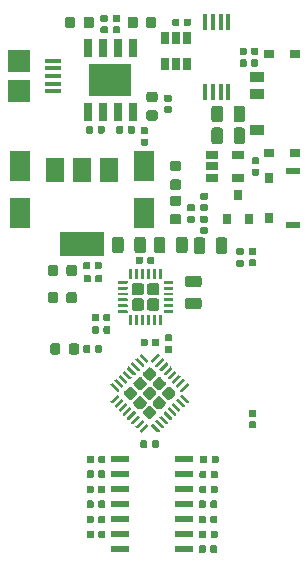
<source format=gbr>
G04 #@! TF.GenerationSoftware,KiCad,Pcbnew,(5.1.5)-3*
G04 #@! TF.CreationDate,2020-07-23T10:29:42-05:00*
G04 #@! TF.ProjectId,LuminaryVer2,4c756d69-6e61-4727-9956-6572322e6b69,rev?*
G04 #@! TF.SameCoordinates,Original*
G04 #@! TF.FileFunction,Paste,Top*
G04 #@! TF.FilePolarity,Positive*
%FSLAX46Y46*%
G04 Gerber Fmt 4.6, Leading zero omitted, Abs format (unit mm)*
G04 Created by KiCad (PCBNEW (5.1.5)-3) date 2020-07-23 10:29:42*
%MOMM*%
%LPD*%
G04 APERTURE LIST*
%ADD10R,0.800000X0.900000*%
%ADD11C,0.100000*%
%ADD12R,1.500000X0.600000*%
%ADD13R,1.500000X2.000000*%
%ADD14R,3.800000X2.000000*%
%ADD15R,1.060000X0.650000*%
%ADD16R,1.800000X2.500000*%
%ADD17R,0.450000X1.450000*%
%ADD18R,0.650000X1.500000*%
%ADD19R,3.600000X2.700000*%
%ADD20R,0.650000X1.060000*%
%ADD21R,1.350000X0.400000*%
%ADD22R,1.900000X1.900000*%
%ADD23R,0.900000X0.800000*%
%ADD24R,1.250000X0.900000*%
%ADD25R,1.200000X0.600000*%
G04 APERTURE END LIST*
D10*
X231200000Y-65600000D03*
X232150000Y-67600000D03*
X230250000Y-67600000D03*
D11*
G36*
X219276958Y-75630710D02*
G01*
X219291276Y-75632834D01*
X219305317Y-75636351D01*
X219318946Y-75641228D01*
X219332031Y-75647417D01*
X219344447Y-75654858D01*
X219356073Y-75663481D01*
X219366798Y-75673202D01*
X219376519Y-75683927D01*
X219385142Y-75695553D01*
X219392583Y-75707969D01*
X219398772Y-75721054D01*
X219403649Y-75734683D01*
X219407166Y-75748724D01*
X219409290Y-75763042D01*
X219410000Y-75777500D01*
X219410000Y-76122500D01*
X219409290Y-76136958D01*
X219407166Y-76151276D01*
X219403649Y-76165317D01*
X219398772Y-76178946D01*
X219392583Y-76192031D01*
X219385142Y-76204447D01*
X219376519Y-76216073D01*
X219366798Y-76226798D01*
X219356073Y-76236519D01*
X219344447Y-76245142D01*
X219332031Y-76252583D01*
X219318946Y-76258772D01*
X219305317Y-76263649D01*
X219291276Y-76267166D01*
X219276958Y-76269290D01*
X219262500Y-76270000D01*
X218967500Y-76270000D01*
X218953042Y-76269290D01*
X218938724Y-76267166D01*
X218924683Y-76263649D01*
X218911054Y-76258772D01*
X218897969Y-76252583D01*
X218885553Y-76245142D01*
X218873927Y-76236519D01*
X218863202Y-76226798D01*
X218853481Y-76216073D01*
X218844858Y-76204447D01*
X218837417Y-76192031D01*
X218831228Y-76178946D01*
X218826351Y-76165317D01*
X218822834Y-76151276D01*
X218820710Y-76136958D01*
X218820000Y-76122500D01*
X218820000Y-75777500D01*
X218820710Y-75763042D01*
X218822834Y-75748724D01*
X218826351Y-75734683D01*
X218831228Y-75721054D01*
X218837417Y-75707969D01*
X218844858Y-75695553D01*
X218853481Y-75683927D01*
X218863202Y-75673202D01*
X218873927Y-75663481D01*
X218885553Y-75654858D01*
X218897969Y-75647417D01*
X218911054Y-75641228D01*
X218924683Y-75636351D01*
X218938724Y-75632834D01*
X218953042Y-75630710D01*
X218967500Y-75630000D01*
X219262500Y-75630000D01*
X219276958Y-75630710D01*
G37*
G36*
X220246958Y-75630710D02*
G01*
X220261276Y-75632834D01*
X220275317Y-75636351D01*
X220288946Y-75641228D01*
X220302031Y-75647417D01*
X220314447Y-75654858D01*
X220326073Y-75663481D01*
X220336798Y-75673202D01*
X220346519Y-75683927D01*
X220355142Y-75695553D01*
X220362583Y-75707969D01*
X220368772Y-75721054D01*
X220373649Y-75734683D01*
X220377166Y-75748724D01*
X220379290Y-75763042D01*
X220380000Y-75777500D01*
X220380000Y-76122500D01*
X220379290Y-76136958D01*
X220377166Y-76151276D01*
X220373649Y-76165317D01*
X220368772Y-76178946D01*
X220362583Y-76192031D01*
X220355142Y-76204447D01*
X220346519Y-76216073D01*
X220336798Y-76226798D01*
X220326073Y-76236519D01*
X220314447Y-76245142D01*
X220302031Y-76252583D01*
X220288946Y-76258772D01*
X220275317Y-76263649D01*
X220261276Y-76267166D01*
X220246958Y-76269290D01*
X220232500Y-76270000D01*
X219937500Y-76270000D01*
X219923042Y-76269290D01*
X219908724Y-76267166D01*
X219894683Y-76263649D01*
X219881054Y-76258772D01*
X219867969Y-76252583D01*
X219855553Y-76245142D01*
X219843927Y-76236519D01*
X219833202Y-76226798D01*
X219823481Y-76216073D01*
X219814858Y-76204447D01*
X219807417Y-76192031D01*
X219801228Y-76178946D01*
X219796351Y-76165317D01*
X219792834Y-76151276D01*
X219790710Y-76136958D01*
X219790000Y-76122500D01*
X219790000Y-75777500D01*
X219790710Y-75763042D01*
X219792834Y-75748724D01*
X219796351Y-75734683D01*
X219801228Y-75721054D01*
X219807417Y-75707969D01*
X219814858Y-75695553D01*
X219823481Y-75683927D01*
X219833202Y-75673202D01*
X219843927Y-75663481D01*
X219855553Y-75654858D01*
X219867969Y-75647417D01*
X219881054Y-75641228D01*
X219894683Y-75636351D01*
X219908724Y-75632834D01*
X219923042Y-75630710D01*
X219937500Y-75630000D01*
X220232500Y-75630000D01*
X220246958Y-75630710D01*
G37*
G36*
X219276958Y-76680710D02*
G01*
X219291276Y-76682834D01*
X219305317Y-76686351D01*
X219318946Y-76691228D01*
X219332031Y-76697417D01*
X219344447Y-76704858D01*
X219356073Y-76713481D01*
X219366798Y-76723202D01*
X219376519Y-76733927D01*
X219385142Y-76745553D01*
X219392583Y-76757969D01*
X219398772Y-76771054D01*
X219403649Y-76784683D01*
X219407166Y-76798724D01*
X219409290Y-76813042D01*
X219410000Y-76827500D01*
X219410000Y-77172500D01*
X219409290Y-77186958D01*
X219407166Y-77201276D01*
X219403649Y-77215317D01*
X219398772Y-77228946D01*
X219392583Y-77242031D01*
X219385142Y-77254447D01*
X219376519Y-77266073D01*
X219366798Y-77276798D01*
X219356073Y-77286519D01*
X219344447Y-77295142D01*
X219332031Y-77302583D01*
X219318946Y-77308772D01*
X219305317Y-77313649D01*
X219291276Y-77317166D01*
X219276958Y-77319290D01*
X219262500Y-77320000D01*
X218967500Y-77320000D01*
X218953042Y-77319290D01*
X218938724Y-77317166D01*
X218924683Y-77313649D01*
X218911054Y-77308772D01*
X218897969Y-77302583D01*
X218885553Y-77295142D01*
X218873927Y-77286519D01*
X218863202Y-77276798D01*
X218853481Y-77266073D01*
X218844858Y-77254447D01*
X218837417Y-77242031D01*
X218831228Y-77228946D01*
X218826351Y-77215317D01*
X218822834Y-77201276D01*
X218820710Y-77186958D01*
X218820000Y-77172500D01*
X218820000Y-76827500D01*
X218820710Y-76813042D01*
X218822834Y-76798724D01*
X218826351Y-76784683D01*
X218831228Y-76771054D01*
X218837417Y-76757969D01*
X218844858Y-76745553D01*
X218853481Y-76733927D01*
X218863202Y-76723202D01*
X218873927Y-76713481D01*
X218885553Y-76704858D01*
X218897969Y-76697417D01*
X218911054Y-76691228D01*
X218924683Y-76686351D01*
X218938724Y-76682834D01*
X218953042Y-76680710D01*
X218967500Y-76680000D01*
X219262500Y-76680000D01*
X219276958Y-76680710D01*
G37*
G36*
X220246958Y-76680710D02*
G01*
X220261276Y-76682834D01*
X220275317Y-76686351D01*
X220288946Y-76691228D01*
X220302031Y-76697417D01*
X220314447Y-76704858D01*
X220326073Y-76713481D01*
X220336798Y-76723202D01*
X220346519Y-76733927D01*
X220355142Y-76745553D01*
X220362583Y-76757969D01*
X220368772Y-76771054D01*
X220373649Y-76784683D01*
X220377166Y-76798724D01*
X220379290Y-76813042D01*
X220380000Y-76827500D01*
X220380000Y-77172500D01*
X220379290Y-77186958D01*
X220377166Y-77201276D01*
X220373649Y-77215317D01*
X220368772Y-77228946D01*
X220362583Y-77242031D01*
X220355142Y-77254447D01*
X220346519Y-77266073D01*
X220336798Y-77276798D01*
X220326073Y-77286519D01*
X220314447Y-77295142D01*
X220302031Y-77302583D01*
X220288946Y-77308772D01*
X220275317Y-77313649D01*
X220261276Y-77317166D01*
X220246958Y-77319290D01*
X220232500Y-77320000D01*
X219937500Y-77320000D01*
X219923042Y-77319290D01*
X219908724Y-77317166D01*
X219894683Y-77313649D01*
X219881054Y-77308772D01*
X219867969Y-77302583D01*
X219855553Y-77295142D01*
X219843927Y-77286519D01*
X219833202Y-77276798D01*
X219823481Y-77266073D01*
X219814858Y-77254447D01*
X219807417Y-77242031D01*
X219801228Y-77228946D01*
X219796351Y-77215317D01*
X219792834Y-77201276D01*
X219790710Y-77186958D01*
X219790000Y-77172500D01*
X219790000Y-76827500D01*
X219790710Y-76813042D01*
X219792834Y-76798724D01*
X219796351Y-76784683D01*
X219801228Y-76771054D01*
X219807417Y-76757969D01*
X219814858Y-76745553D01*
X219823481Y-76733927D01*
X219833202Y-76723202D01*
X219843927Y-76713481D01*
X219855553Y-76704858D01*
X219867969Y-76697417D01*
X219881054Y-76691228D01*
X219894683Y-76686351D01*
X219908724Y-76682834D01*
X219923042Y-76680710D01*
X219937500Y-76680000D01*
X220232500Y-76680000D01*
X220246958Y-76680710D01*
G37*
G36*
X225436958Y-57070710D02*
G01*
X225451276Y-57072834D01*
X225465317Y-57076351D01*
X225478946Y-57081228D01*
X225492031Y-57087417D01*
X225504447Y-57094858D01*
X225516073Y-57103481D01*
X225526798Y-57113202D01*
X225536519Y-57123927D01*
X225545142Y-57135553D01*
X225552583Y-57147969D01*
X225558772Y-57161054D01*
X225563649Y-57174683D01*
X225567166Y-57188724D01*
X225569290Y-57203042D01*
X225570000Y-57217500D01*
X225570000Y-57512500D01*
X225569290Y-57526958D01*
X225567166Y-57541276D01*
X225563649Y-57555317D01*
X225558772Y-57568946D01*
X225552583Y-57582031D01*
X225545142Y-57594447D01*
X225536519Y-57606073D01*
X225526798Y-57616798D01*
X225516073Y-57626519D01*
X225504447Y-57635142D01*
X225492031Y-57642583D01*
X225478946Y-57648772D01*
X225465317Y-57653649D01*
X225451276Y-57657166D01*
X225436958Y-57659290D01*
X225422500Y-57660000D01*
X225077500Y-57660000D01*
X225063042Y-57659290D01*
X225048724Y-57657166D01*
X225034683Y-57653649D01*
X225021054Y-57648772D01*
X225007969Y-57642583D01*
X224995553Y-57635142D01*
X224983927Y-57626519D01*
X224973202Y-57616798D01*
X224963481Y-57606073D01*
X224954858Y-57594447D01*
X224947417Y-57582031D01*
X224941228Y-57568946D01*
X224936351Y-57555317D01*
X224932834Y-57541276D01*
X224930710Y-57526958D01*
X224930000Y-57512500D01*
X224930000Y-57217500D01*
X224930710Y-57203042D01*
X224932834Y-57188724D01*
X224936351Y-57174683D01*
X224941228Y-57161054D01*
X224947417Y-57147969D01*
X224954858Y-57135553D01*
X224963481Y-57123927D01*
X224973202Y-57113202D01*
X224983927Y-57103481D01*
X224995553Y-57094858D01*
X225007969Y-57087417D01*
X225021054Y-57081228D01*
X225034683Y-57076351D01*
X225048724Y-57072834D01*
X225063042Y-57070710D01*
X225077500Y-57070000D01*
X225422500Y-57070000D01*
X225436958Y-57070710D01*
G37*
G36*
X225436958Y-58040710D02*
G01*
X225451276Y-58042834D01*
X225465317Y-58046351D01*
X225478946Y-58051228D01*
X225492031Y-58057417D01*
X225504447Y-58064858D01*
X225516073Y-58073481D01*
X225526798Y-58083202D01*
X225536519Y-58093927D01*
X225545142Y-58105553D01*
X225552583Y-58117969D01*
X225558772Y-58131054D01*
X225563649Y-58144683D01*
X225567166Y-58158724D01*
X225569290Y-58173042D01*
X225570000Y-58187500D01*
X225570000Y-58482500D01*
X225569290Y-58496958D01*
X225567166Y-58511276D01*
X225563649Y-58525317D01*
X225558772Y-58538946D01*
X225552583Y-58552031D01*
X225545142Y-58564447D01*
X225536519Y-58576073D01*
X225526798Y-58586798D01*
X225516073Y-58596519D01*
X225504447Y-58605142D01*
X225492031Y-58612583D01*
X225478946Y-58618772D01*
X225465317Y-58623649D01*
X225451276Y-58627166D01*
X225436958Y-58629290D01*
X225422500Y-58630000D01*
X225077500Y-58630000D01*
X225063042Y-58629290D01*
X225048724Y-58627166D01*
X225034683Y-58623649D01*
X225021054Y-58618772D01*
X225007969Y-58612583D01*
X224995553Y-58605142D01*
X224983927Y-58596519D01*
X224973202Y-58586798D01*
X224963481Y-58576073D01*
X224954858Y-58564447D01*
X224947417Y-58552031D01*
X224941228Y-58538946D01*
X224936351Y-58525317D01*
X224932834Y-58511276D01*
X224930710Y-58496958D01*
X224930000Y-58482500D01*
X224930000Y-58187500D01*
X224930710Y-58173042D01*
X224932834Y-58158724D01*
X224936351Y-58144683D01*
X224941228Y-58131054D01*
X224947417Y-58117969D01*
X224954858Y-58105553D01*
X224963481Y-58093927D01*
X224973202Y-58083202D01*
X224983927Y-58073481D01*
X224995553Y-58064858D01*
X225007969Y-58057417D01*
X225021054Y-58051228D01*
X225034683Y-58046351D01*
X225048724Y-58042834D01*
X225063042Y-58040710D01*
X225077500Y-58040000D01*
X225422500Y-58040000D01*
X225436958Y-58040710D01*
G37*
G36*
X224177691Y-58401053D02*
G01*
X224198926Y-58404203D01*
X224219750Y-58409419D01*
X224239962Y-58416651D01*
X224259368Y-58425830D01*
X224277781Y-58436866D01*
X224295024Y-58449654D01*
X224310930Y-58464070D01*
X224325346Y-58479976D01*
X224338134Y-58497219D01*
X224349170Y-58515632D01*
X224358349Y-58535038D01*
X224365581Y-58555250D01*
X224370797Y-58576074D01*
X224373947Y-58597309D01*
X224375000Y-58618750D01*
X224375000Y-59056250D01*
X224373947Y-59077691D01*
X224370797Y-59098926D01*
X224365581Y-59119750D01*
X224358349Y-59139962D01*
X224349170Y-59159368D01*
X224338134Y-59177781D01*
X224325346Y-59195024D01*
X224310930Y-59210930D01*
X224295024Y-59225346D01*
X224277781Y-59238134D01*
X224259368Y-59249170D01*
X224239962Y-59258349D01*
X224219750Y-59265581D01*
X224198926Y-59270797D01*
X224177691Y-59273947D01*
X224156250Y-59275000D01*
X223643750Y-59275000D01*
X223622309Y-59273947D01*
X223601074Y-59270797D01*
X223580250Y-59265581D01*
X223560038Y-59258349D01*
X223540632Y-59249170D01*
X223522219Y-59238134D01*
X223504976Y-59225346D01*
X223489070Y-59210930D01*
X223474654Y-59195024D01*
X223461866Y-59177781D01*
X223450830Y-59159368D01*
X223441651Y-59139962D01*
X223434419Y-59119750D01*
X223429203Y-59098926D01*
X223426053Y-59077691D01*
X223425000Y-59056250D01*
X223425000Y-58618750D01*
X223426053Y-58597309D01*
X223429203Y-58576074D01*
X223434419Y-58555250D01*
X223441651Y-58535038D01*
X223450830Y-58515632D01*
X223461866Y-58497219D01*
X223474654Y-58479976D01*
X223489070Y-58464070D01*
X223504976Y-58449654D01*
X223522219Y-58436866D01*
X223540632Y-58425830D01*
X223560038Y-58416651D01*
X223580250Y-58409419D01*
X223601074Y-58404203D01*
X223622309Y-58401053D01*
X223643750Y-58400000D01*
X224156250Y-58400000D01*
X224177691Y-58401053D01*
G37*
G36*
X224177691Y-56826053D02*
G01*
X224198926Y-56829203D01*
X224219750Y-56834419D01*
X224239962Y-56841651D01*
X224259368Y-56850830D01*
X224277781Y-56861866D01*
X224295024Y-56874654D01*
X224310930Y-56889070D01*
X224325346Y-56904976D01*
X224338134Y-56922219D01*
X224349170Y-56940632D01*
X224358349Y-56960038D01*
X224365581Y-56980250D01*
X224370797Y-57001074D01*
X224373947Y-57022309D01*
X224375000Y-57043750D01*
X224375000Y-57481250D01*
X224373947Y-57502691D01*
X224370797Y-57523926D01*
X224365581Y-57544750D01*
X224358349Y-57564962D01*
X224349170Y-57584368D01*
X224338134Y-57602781D01*
X224325346Y-57620024D01*
X224310930Y-57635930D01*
X224295024Y-57650346D01*
X224277781Y-57663134D01*
X224259368Y-57674170D01*
X224239962Y-57683349D01*
X224219750Y-57690581D01*
X224198926Y-57695797D01*
X224177691Y-57698947D01*
X224156250Y-57700000D01*
X223643750Y-57700000D01*
X223622309Y-57698947D01*
X223601074Y-57695797D01*
X223580250Y-57690581D01*
X223560038Y-57683349D01*
X223540632Y-57674170D01*
X223522219Y-57663134D01*
X223504976Y-57650346D01*
X223489070Y-57635930D01*
X223474654Y-57620024D01*
X223461866Y-57602781D01*
X223450830Y-57584368D01*
X223441651Y-57564962D01*
X223434419Y-57544750D01*
X223429203Y-57523926D01*
X223426053Y-57502691D01*
X223425000Y-57481250D01*
X223425000Y-57043750D01*
X223426053Y-57022309D01*
X223429203Y-57001074D01*
X223434419Y-56980250D01*
X223441651Y-56960038D01*
X223450830Y-56940632D01*
X223461866Y-56922219D01*
X223474654Y-56904976D01*
X223489070Y-56889070D01*
X223504976Y-56874654D01*
X223522219Y-56861866D01*
X223540632Y-56850830D01*
X223560038Y-56841651D01*
X223580250Y-56834419D01*
X223601074Y-56829203D01*
X223622309Y-56826053D01*
X223643750Y-56825000D01*
X224156250Y-56825000D01*
X224177691Y-56826053D01*
G37*
G36*
X224413233Y-79017432D02*
G01*
X224419300Y-79018332D01*
X224425250Y-79019822D01*
X224431025Y-79021889D01*
X224436569Y-79024511D01*
X224441830Y-79027664D01*
X224446757Y-79031318D01*
X224451301Y-79035437D01*
X224539689Y-79123825D01*
X224543808Y-79128369D01*
X224547462Y-79133296D01*
X224550615Y-79138557D01*
X224553237Y-79144101D01*
X224555304Y-79149876D01*
X224556794Y-79155826D01*
X224557694Y-79161893D01*
X224557995Y-79168019D01*
X224557694Y-79174145D01*
X224556794Y-79180212D01*
X224555304Y-79186162D01*
X224553237Y-79191937D01*
X224550615Y-79197481D01*
X224547462Y-79202742D01*
X224543808Y-79207669D01*
X224539689Y-79212213D01*
X224009359Y-79742543D01*
X224004815Y-79746662D01*
X223999888Y-79750316D01*
X223994627Y-79753469D01*
X223989083Y-79756091D01*
X223983308Y-79758158D01*
X223977358Y-79759648D01*
X223971291Y-79760548D01*
X223965165Y-79760849D01*
X223959039Y-79760548D01*
X223952972Y-79759648D01*
X223947022Y-79758158D01*
X223941247Y-79756091D01*
X223935703Y-79753469D01*
X223930442Y-79750316D01*
X223925515Y-79746662D01*
X223920971Y-79742543D01*
X223832583Y-79654155D01*
X223828464Y-79649611D01*
X223824810Y-79644684D01*
X223821657Y-79639423D01*
X223819035Y-79633879D01*
X223816968Y-79628104D01*
X223815478Y-79622154D01*
X223814578Y-79616087D01*
X223814277Y-79609961D01*
X223814578Y-79603835D01*
X223815478Y-79597768D01*
X223816968Y-79591818D01*
X223819035Y-79586043D01*
X223821657Y-79580499D01*
X223824810Y-79575238D01*
X223828464Y-79570311D01*
X223832583Y-79565767D01*
X224362913Y-79035437D01*
X224367457Y-79031318D01*
X224372384Y-79027664D01*
X224377645Y-79024511D01*
X224383189Y-79021889D01*
X224388964Y-79019822D01*
X224394914Y-79018332D01*
X224400981Y-79017432D01*
X224407107Y-79017131D01*
X224413233Y-79017432D01*
G37*
G36*
X224766786Y-79370986D02*
G01*
X224772853Y-79371886D01*
X224778803Y-79373376D01*
X224784578Y-79375443D01*
X224790122Y-79378065D01*
X224795383Y-79381218D01*
X224800310Y-79384872D01*
X224804854Y-79388991D01*
X224893242Y-79477379D01*
X224897361Y-79481923D01*
X224901015Y-79486850D01*
X224904168Y-79492111D01*
X224906790Y-79497655D01*
X224908857Y-79503430D01*
X224910347Y-79509380D01*
X224911247Y-79515447D01*
X224911548Y-79521573D01*
X224911247Y-79527699D01*
X224910347Y-79533766D01*
X224908857Y-79539716D01*
X224906790Y-79545491D01*
X224904168Y-79551035D01*
X224901015Y-79556296D01*
X224897361Y-79561223D01*
X224893242Y-79565767D01*
X224362912Y-80096097D01*
X224358368Y-80100216D01*
X224353441Y-80103870D01*
X224348180Y-80107023D01*
X224342636Y-80109645D01*
X224336861Y-80111712D01*
X224330911Y-80113202D01*
X224324844Y-80114102D01*
X224318718Y-80114403D01*
X224312592Y-80114102D01*
X224306525Y-80113202D01*
X224300575Y-80111712D01*
X224294800Y-80109645D01*
X224289256Y-80107023D01*
X224283995Y-80103870D01*
X224279068Y-80100216D01*
X224274524Y-80096097D01*
X224186136Y-80007709D01*
X224182017Y-80003165D01*
X224178363Y-79998238D01*
X224175210Y-79992977D01*
X224172588Y-79987433D01*
X224170521Y-79981658D01*
X224169031Y-79975708D01*
X224168131Y-79969641D01*
X224167830Y-79963515D01*
X224168131Y-79957389D01*
X224169031Y-79951322D01*
X224170521Y-79945372D01*
X224172588Y-79939597D01*
X224175210Y-79934053D01*
X224178363Y-79928792D01*
X224182017Y-79923865D01*
X224186136Y-79919321D01*
X224716466Y-79388991D01*
X224721010Y-79384872D01*
X224725937Y-79381218D01*
X224731198Y-79378065D01*
X224736742Y-79375443D01*
X224742517Y-79373376D01*
X224748467Y-79371886D01*
X224754534Y-79370986D01*
X224760660Y-79370685D01*
X224766786Y-79370986D01*
G37*
G36*
X225120340Y-79724539D02*
G01*
X225126407Y-79725439D01*
X225132357Y-79726929D01*
X225138132Y-79728996D01*
X225143676Y-79731618D01*
X225148937Y-79734771D01*
X225153864Y-79738425D01*
X225158408Y-79742544D01*
X225246796Y-79830932D01*
X225250915Y-79835476D01*
X225254569Y-79840403D01*
X225257722Y-79845664D01*
X225260344Y-79851208D01*
X225262411Y-79856983D01*
X225263901Y-79862933D01*
X225264801Y-79869000D01*
X225265102Y-79875126D01*
X225264801Y-79881252D01*
X225263901Y-79887319D01*
X225262411Y-79893269D01*
X225260344Y-79899044D01*
X225257722Y-79904588D01*
X225254569Y-79909849D01*
X225250915Y-79914776D01*
X225246796Y-79919320D01*
X224716466Y-80449650D01*
X224711922Y-80453769D01*
X224706995Y-80457423D01*
X224701734Y-80460576D01*
X224696190Y-80463198D01*
X224690415Y-80465265D01*
X224684465Y-80466755D01*
X224678398Y-80467655D01*
X224672272Y-80467956D01*
X224666146Y-80467655D01*
X224660079Y-80466755D01*
X224654129Y-80465265D01*
X224648354Y-80463198D01*
X224642810Y-80460576D01*
X224637549Y-80457423D01*
X224632622Y-80453769D01*
X224628078Y-80449650D01*
X224539690Y-80361262D01*
X224535571Y-80356718D01*
X224531917Y-80351791D01*
X224528764Y-80346530D01*
X224526142Y-80340986D01*
X224524075Y-80335211D01*
X224522585Y-80329261D01*
X224521685Y-80323194D01*
X224521384Y-80317068D01*
X224521685Y-80310942D01*
X224522585Y-80304875D01*
X224524075Y-80298925D01*
X224526142Y-80293150D01*
X224528764Y-80287606D01*
X224531917Y-80282345D01*
X224535571Y-80277418D01*
X224539690Y-80272874D01*
X225070020Y-79742544D01*
X225074564Y-79738425D01*
X225079491Y-79734771D01*
X225084752Y-79731618D01*
X225090296Y-79728996D01*
X225096071Y-79726929D01*
X225102021Y-79725439D01*
X225108088Y-79724539D01*
X225114214Y-79724238D01*
X225120340Y-79724539D01*
G37*
G36*
X225473893Y-80078093D02*
G01*
X225479960Y-80078993D01*
X225485910Y-80080483D01*
X225491685Y-80082550D01*
X225497229Y-80085172D01*
X225502490Y-80088325D01*
X225507417Y-80091979D01*
X225511961Y-80096098D01*
X225600349Y-80184486D01*
X225604468Y-80189030D01*
X225608122Y-80193957D01*
X225611275Y-80199218D01*
X225613897Y-80204762D01*
X225615964Y-80210537D01*
X225617454Y-80216487D01*
X225618354Y-80222554D01*
X225618655Y-80228680D01*
X225618354Y-80234806D01*
X225617454Y-80240873D01*
X225615964Y-80246823D01*
X225613897Y-80252598D01*
X225611275Y-80258142D01*
X225608122Y-80263403D01*
X225604468Y-80268330D01*
X225600349Y-80272874D01*
X225070019Y-80803204D01*
X225065475Y-80807323D01*
X225060548Y-80810977D01*
X225055287Y-80814130D01*
X225049743Y-80816752D01*
X225043968Y-80818819D01*
X225038018Y-80820309D01*
X225031951Y-80821209D01*
X225025825Y-80821510D01*
X225019699Y-80821209D01*
X225013632Y-80820309D01*
X225007682Y-80818819D01*
X225001907Y-80816752D01*
X224996363Y-80814130D01*
X224991102Y-80810977D01*
X224986175Y-80807323D01*
X224981631Y-80803204D01*
X224893243Y-80714816D01*
X224889124Y-80710272D01*
X224885470Y-80705345D01*
X224882317Y-80700084D01*
X224879695Y-80694540D01*
X224877628Y-80688765D01*
X224876138Y-80682815D01*
X224875238Y-80676748D01*
X224874937Y-80670622D01*
X224875238Y-80664496D01*
X224876138Y-80658429D01*
X224877628Y-80652479D01*
X224879695Y-80646704D01*
X224882317Y-80641160D01*
X224885470Y-80635899D01*
X224889124Y-80630972D01*
X224893243Y-80626428D01*
X225423573Y-80096098D01*
X225428117Y-80091979D01*
X225433044Y-80088325D01*
X225438305Y-80085172D01*
X225443849Y-80082550D01*
X225449624Y-80080483D01*
X225455574Y-80078993D01*
X225461641Y-80078093D01*
X225467767Y-80077792D01*
X225473893Y-80078093D01*
G37*
G36*
X225827446Y-80431646D02*
G01*
X225833513Y-80432546D01*
X225839463Y-80434036D01*
X225845238Y-80436103D01*
X225850782Y-80438725D01*
X225856043Y-80441878D01*
X225860970Y-80445532D01*
X225865514Y-80449651D01*
X225953902Y-80538039D01*
X225958021Y-80542583D01*
X225961675Y-80547510D01*
X225964828Y-80552771D01*
X225967450Y-80558315D01*
X225969517Y-80564090D01*
X225971007Y-80570040D01*
X225971907Y-80576107D01*
X225972208Y-80582233D01*
X225971907Y-80588359D01*
X225971007Y-80594426D01*
X225969517Y-80600376D01*
X225967450Y-80606151D01*
X225964828Y-80611695D01*
X225961675Y-80616956D01*
X225958021Y-80621883D01*
X225953902Y-80626427D01*
X225423572Y-81156757D01*
X225419028Y-81160876D01*
X225414101Y-81164530D01*
X225408840Y-81167683D01*
X225403296Y-81170305D01*
X225397521Y-81172372D01*
X225391571Y-81173862D01*
X225385504Y-81174762D01*
X225379378Y-81175063D01*
X225373252Y-81174762D01*
X225367185Y-81173862D01*
X225361235Y-81172372D01*
X225355460Y-81170305D01*
X225349916Y-81167683D01*
X225344655Y-81164530D01*
X225339728Y-81160876D01*
X225335184Y-81156757D01*
X225246796Y-81068369D01*
X225242677Y-81063825D01*
X225239023Y-81058898D01*
X225235870Y-81053637D01*
X225233248Y-81048093D01*
X225231181Y-81042318D01*
X225229691Y-81036368D01*
X225228791Y-81030301D01*
X225228490Y-81024175D01*
X225228791Y-81018049D01*
X225229691Y-81011982D01*
X225231181Y-81006032D01*
X225233248Y-81000257D01*
X225235870Y-80994713D01*
X225239023Y-80989452D01*
X225242677Y-80984525D01*
X225246796Y-80979981D01*
X225777126Y-80449651D01*
X225781670Y-80445532D01*
X225786597Y-80441878D01*
X225791858Y-80438725D01*
X225797402Y-80436103D01*
X225803177Y-80434036D01*
X225809127Y-80432546D01*
X225815194Y-80431646D01*
X225821320Y-80431345D01*
X225827446Y-80431646D01*
G37*
G36*
X226181000Y-80785199D02*
G01*
X226187067Y-80786099D01*
X226193017Y-80787589D01*
X226198792Y-80789656D01*
X226204336Y-80792278D01*
X226209597Y-80795431D01*
X226214524Y-80799085D01*
X226219068Y-80803204D01*
X226307456Y-80891592D01*
X226311575Y-80896136D01*
X226315229Y-80901063D01*
X226318382Y-80906324D01*
X226321004Y-80911868D01*
X226323071Y-80917643D01*
X226324561Y-80923593D01*
X226325461Y-80929660D01*
X226325762Y-80935786D01*
X226325461Y-80941912D01*
X226324561Y-80947979D01*
X226323071Y-80953929D01*
X226321004Y-80959704D01*
X226318382Y-80965248D01*
X226315229Y-80970509D01*
X226311575Y-80975436D01*
X226307456Y-80979980D01*
X225777126Y-81510310D01*
X225772582Y-81514429D01*
X225767655Y-81518083D01*
X225762394Y-81521236D01*
X225756850Y-81523858D01*
X225751075Y-81525925D01*
X225745125Y-81527415D01*
X225739058Y-81528315D01*
X225732932Y-81528616D01*
X225726806Y-81528315D01*
X225720739Y-81527415D01*
X225714789Y-81525925D01*
X225709014Y-81523858D01*
X225703470Y-81521236D01*
X225698209Y-81518083D01*
X225693282Y-81514429D01*
X225688738Y-81510310D01*
X225600350Y-81421922D01*
X225596231Y-81417378D01*
X225592577Y-81412451D01*
X225589424Y-81407190D01*
X225586802Y-81401646D01*
X225584735Y-81395871D01*
X225583245Y-81389921D01*
X225582345Y-81383854D01*
X225582044Y-81377728D01*
X225582345Y-81371602D01*
X225583245Y-81365535D01*
X225584735Y-81359585D01*
X225586802Y-81353810D01*
X225589424Y-81348266D01*
X225592577Y-81343005D01*
X225596231Y-81338078D01*
X225600350Y-81333534D01*
X226130680Y-80803204D01*
X226135224Y-80799085D01*
X226140151Y-80795431D01*
X226145412Y-80792278D01*
X226150956Y-80789656D01*
X226156731Y-80787589D01*
X226162681Y-80786099D01*
X226168748Y-80785199D01*
X226174874Y-80784898D01*
X226181000Y-80785199D01*
G37*
G36*
X226534553Y-81138753D02*
G01*
X226540620Y-81139653D01*
X226546570Y-81141143D01*
X226552345Y-81143210D01*
X226557889Y-81145832D01*
X226563150Y-81148985D01*
X226568077Y-81152639D01*
X226572621Y-81156758D01*
X226661009Y-81245146D01*
X226665128Y-81249690D01*
X226668782Y-81254617D01*
X226671935Y-81259878D01*
X226674557Y-81265422D01*
X226676624Y-81271197D01*
X226678114Y-81277147D01*
X226679014Y-81283214D01*
X226679315Y-81289340D01*
X226679014Y-81295466D01*
X226678114Y-81301533D01*
X226676624Y-81307483D01*
X226674557Y-81313258D01*
X226671935Y-81318802D01*
X226668782Y-81324063D01*
X226665128Y-81328990D01*
X226661009Y-81333534D01*
X226130679Y-81863864D01*
X226126135Y-81867983D01*
X226121208Y-81871637D01*
X226115947Y-81874790D01*
X226110403Y-81877412D01*
X226104628Y-81879479D01*
X226098678Y-81880969D01*
X226092611Y-81881869D01*
X226086485Y-81882170D01*
X226080359Y-81881869D01*
X226074292Y-81880969D01*
X226068342Y-81879479D01*
X226062567Y-81877412D01*
X226057023Y-81874790D01*
X226051762Y-81871637D01*
X226046835Y-81867983D01*
X226042291Y-81863864D01*
X225953903Y-81775476D01*
X225949784Y-81770932D01*
X225946130Y-81766005D01*
X225942977Y-81760744D01*
X225940355Y-81755200D01*
X225938288Y-81749425D01*
X225936798Y-81743475D01*
X225935898Y-81737408D01*
X225935597Y-81731282D01*
X225935898Y-81725156D01*
X225936798Y-81719089D01*
X225938288Y-81713139D01*
X225940355Y-81707364D01*
X225942977Y-81701820D01*
X225946130Y-81696559D01*
X225949784Y-81691632D01*
X225953903Y-81687088D01*
X226484233Y-81156758D01*
X226488777Y-81152639D01*
X226493704Y-81148985D01*
X226498965Y-81145832D01*
X226504509Y-81143210D01*
X226510284Y-81141143D01*
X226516234Y-81139653D01*
X226522301Y-81138753D01*
X226528427Y-81138452D01*
X226534553Y-81138753D01*
G37*
G36*
X226888107Y-81492306D02*
G01*
X226894174Y-81493206D01*
X226900124Y-81494696D01*
X226905899Y-81496763D01*
X226911443Y-81499385D01*
X226916704Y-81502538D01*
X226921631Y-81506192D01*
X226926175Y-81510311D01*
X227014563Y-81598699D01*
X227018682Y-81603243D01*
X227022336Y-81608170D01*
X227025489Y-81613431D01*
X227028111Y-81618975D01*
X227030178Y-81624750D01*
X227031668Y-81630700D01*
X227032568Y-81636767D01*
X227032869Y-81642893D01*
X227032568Y-81649019D01*
X227031668Y-81655086D01*
X227030178Y-81661036D01*
X227028111Y-81666811D01*
X227025489Y-81672355D01*
X227022336Y-81677616D01*
X227018682Y-81682543D01*
X227014563Y-81687087D01*
X226484233Y-82217417D01*
X226479689Y-82221536D01*
X226474762Y-82225190D01*
X226469501Y-82228343D01*
X226463957Y-82230965D01*
X226458182Y-82233032D01*
X226452232Y-82234522D01*
X226446165Y-82235422D01*
X226440039Y-82235723D01*
X226433913Y-82235422D01*
X226427846Y-82234522D01*
X226421896Y-82233032D01*
X226416121Y-82230965D01*
X226410577Y-82228343D01*
X226405316Y-82225190D01*
X226400389Y-82221536D01*
X226395845Y-82217417D01*
X226307457Y-82129029D01*
X226303338Y-82124485D01*
X226299684Y-82119558D01*
X226296531Y-82114297D01*
X226293909Y-82108753D01*
X226291842Y-82102978D01*
X226290352Y-82097028D01*
X226289452Y-82090961D01*
X226289151Y-82084835D01*
X226289452Y-82078709D01*
X226290352Y-82072642D01*
X226291842Y-82066692D01*
X226293909Y-82060917D01*
X226296531Y-82055373D01*
X226299684Y-82050112D01*
X226303338Y-82045185D01*
X226307457Y-82040641D01*
X226837787Y-81510311D01*
X226842331Y-81506192D01*
X226847258Y-81502538D01*
X226852519Y-81499385D01*
X226858063Y-81496763D01*
X226863838Y-81494696D01*
X226869788Y-81493206D01*
X226875855Y-81492306D01*
X226881981Y-81492005D01*
X226888107Y-81492306D01*
G37*
G36*
X226446165Y-82464578D02*
G01*
X226452232Y-82465478D01*
X226458182Y-82466968D01*
X226463957Y-82469035D01*
X226469501Y-82471657D01*
X226474762Y-82474810D01*
X226479689Y-82478464D01*
X226484233Y-82482583D01*
X227014563Y-83012913D01*
X227018682Y-83017457D01*
X227022336Y-83022384D01*
X227025489Y-83027645D01*
X227028111Y-83033189D01*
X227030178Y-83038964D01*
X227031668Y-83044914D01*
X227032568Y-83050981D01*
X227032869Y-83057107D01*
X227032568Y-83063233D01*
X227031668Y-83069300D01*
X227030178Y-83075250D01*
X227028111Y-83081025D01*
X227025489Y-83086569D01*
X227022336Y-83091830D01*
X227018682Y-83096757D01*
X227014563Y-83101301D01*
X226926175Y-83189689D01*
X226921631Y-83193808D01*
X226916704Y-83197462D01*
X226911443Y-83200615D01*
X226905899Y-83203237D01*
X226900124Y-83205304D01*
X226894174Y-83206794D01*
X226888107Y-83207694D01*
X226881981Y-83207995D01*
X226875855Y-83207694D01*
X226869788Y-83206794D01*
X226863838Y-83205304D01*
X226858063Y-83203237D01*
X226852519Y-83200615D01*
X226847258Y-83197462D01*
X226842331Y-83193808D01*
X226837787Y-83189689D01*
X226307457Y-82659359D01*
X226303338Y-82654815D01*
X226299684Y-82649888D01*
X226296531Y-82644627D01*
X226293909Y-82639083D01*
X226291842Y-82633308D01*
X226290352Y-82627358D01*
X226289452Y-82621291D01*
X226289151Y-82615165D01*
X226289452Y-82609039D01*
X226290352Y-82602972D01*
X226291842Y-82597022D01*
X226293909Y-82591247D01*
X226296531Y-82585703D01*
X226299684Y-82580442D01*
X226303338Y-82575515D01*
X226307457Y-82570971D01*
X226395845Y-82482583D01*
X226400389Y-82478464D01*
X226405316Y-82474810D01*
X226410577Y-82471657D01*
X226416121Y-82469035D01*
X226421896Y-82466968D01*
X226427846Y-82465478D01*
X226433913Y-82464578D01*
X226440039Y-82464277D01*
X226446165Y-82464578D01*
G37*
G36*
X226092611Y-82818131D02*
G01*
X226098678Y-82819031D01*
X226104628Y-82820521D01*
X226110403Y-82822588D01*
X226115947Y-82825210D01*
X226121208Y-82828363D01*
X226126135Y-82832017D01*
X226130679Y-82836136D01*
X226661009Y-83366466D01*
X226665128Y-83371010D01*
X226668782Y-83375937D01*
X226671935Y-83381198D01*
X226674557Y-83386742D01*
X226676624Y-83392517D01*
X226678114Y-83398467D01*
X226679014Y-83404534D01*
X226679315Y-83410660D01*
X226679014Y-83416786D01*
X226678114Y-83422853D01*
X226676624Y-83428803D01*
X226674557Y-83434578D01*
X226671935Y-83440122D01*
X226668782Y-83445383D01*
X226665128Y-83450310D01*
X226661009Y-83454854D01*
X226572621Y-83543242D01*
X226568077Y-83547361D01*
X226563150Y-83551015D01*
X226557889Y-83554168D01*
X226552345Y-83556790D01*
X226546570Y-83558857D01*
X226540620Y-83560347D01*
X226534553Y-83561247D01*
X226528427Y-83561548D01*
X226522301Y-83561247D01*
X226516234Y-83560347D01*
X226510284Y-83558857D01*
X226504509Y-83556790D01*
X226498965Y-83554168D01*
X226493704Y-83551015D01*
X226488777Y-83547361D01*
X226484233Y-83543242D01*
X225953903Y-83012912D01*
X225949784Y-83008368D01*
X225946130Y-83003441D01*
X225942977Y-82998180D01*
X225940355Y-82992636D01*
X225938288Y-82986861D01*
X225936798Y-82980911D01*
X225935898Y-82974844D01*
X225935597Y-82968718D01*
X225935898Y-82962592D01*
X225936798Y-82956525D01*
X225938288Y-82950575D01*
X225940355Y-82944800D01*
X225942977Y-82939256D01*
X225946130Y-82933995D01*
X225949784Y-82929068D01*
X225953903Y-82924524D01*
X226042291Y-82836136D01*
X226046835Y-82832017D01*
X226051762Y-82828363D01*
X226057023Y-82825210D01*
X226062567Y-82822588D01*
X226068342Y-82820521D01*
X226074292Y-82819031D01*
X226080359Y-82818131D01*
X226086485Y-82817830D01*
X226092611Y-82818131D01*
G37*
G36*
X225739058Y-83171685D02*
G01*
X225745125Y-83172585D01*
X225751075Y-83174075D01*
X225756850Y-83176142D01*
X225762394Y-83178764D01*
X225767655Y-83181917D01*
X225772582Y-83185571D01*
X225777126Y-83189690D01*
X226307456Y-83720020D01*
X226311575Y-83724564D01*
X226315229Y-83729491D01*
X226318382Y-83734752D01*
X226321004Y-83740296D01*
X226323071Y-83746071D01*
X226324561Y-83752021D01*
X226325461Y-83758088D01*
X226325762Y-83764214D01*
X226325461Y-83770340D01*
X226324561Y-83776407D01*
X226323071Y-83782357D01*
X226321004Y-83788132D01*
X226318382Y-83793676D01*
X226315229Y-83798937D01*
X226311575Y-83803864D01*
X226307456Y-83808408D01*
X226219068Y-83896796D01*
X226214524Y-83900915D01*
X226209597Y-83904569D01*
X226204336Y-83907722D01*
X226198792Y-83910344D01*
X226193017Y-83912411D01*
X226187067Y-83913901D01*
X226181000Y-83914801D01*
X226174874Y-83915102D01*
X226168748Y-83914801D01*
X226162681Y-83913901D01*
X226156731Y-83912411D01*
X226150956Y-83910344D01*
X226145412Y-83907722D01*
X226140151Y-83904569D01*
X226135224Y-83900915D01*
X226130680Y-83896796D01*
X225600350Y-83366466D01*
X225596231Y-83361922D01*
X225592577Y-83356995D01*
X225589424Y-83351734D01*
X225586802Y-83346190D01*
X225584735Y-83340415D01*
X225583245Y-83334465D01*
X225582345Y-83328398D01*
X225582044Y-83322272D01*
X225582345Y-83316146D01*
X225583245Y-83310079D01*
X225584735Y-83304129D01*
X225586802Y-83298354D01*
X225589424Y-83292810D01*
X225592577Y-83287549D01*
X225596231Y-83282622D01*
X225600350Y-83278078D01*
X225688738Y-83189690D01*
X225693282Y-83185571D01*
X225698209Y-83181917D01*
X225703470Y-83178764D01*
X225709014Y-83176142D01*
X225714789Y-83174075D01*
X225720739Y-83172585D01*
X225726806Y-83171685D01*
X225732932Y-83171384D01*
X225739058Y-83171685D01*
G37*
G36*
X225385504Y-83525238D02*
G01*
X225391571Y-83526138D01*
X225397521Y-83527628D01*
X225403296Y-83529695D01*
X225408840Y-83532317D01*
X225414101Y-83535470D01*
X225419028Y-83539124D01*
X225423572Y-83543243D01*
X225953902Y-84073573D01*
X225958021Y-84078117D01*
X225961675Y-84083044D01*
X225964828Y-84088305D01*
X225967450Y-84093849D01*
X225969517Y-84099624D01*
X225971007Y-84105574D01*
X225971907Y-84111641D01*
X225972208Y-84117767D01*
X225971907Y-84123893D01*
X225971007Y-84129960D01*
X225969517Y-84135910D01*
X225967450Y-84141685D01*
X225964828Y-84147229D01*
X225961675Y-84152490D01*
X225958021Y-84157417D01*
X225953902Y-84161961D01*
X225865514Y-84250349D01*
X225860970Y-84254468D01*
X225856043Y-84258122D01*
X225850782Y-84261275D01*
X225845238Y-84263897D01*
X225839463Y-84265964D01*
X225833513Y-84267454D01*
X225827446Y-84268354D01*
X225821320Y-84268655D01*
X225815194Y-84268354D01*
X225809127Y-84267454D01*
X225803177Y-84265964D01*
X225797402Y-84263897D01*
X225791858Y-84261275D01*
X225786597Y-84258122D01*
X225781670Y-84254468D01*
X225777126Y-84250349D01*
X225246796Y-83720019D01*
X225242677Y-83715475D01*
X225239023Y-83710548D01*
X225235870Y-83705287D01*
X225233248Y-83699743D01*
X225231181Y-83693968D01*
X225229691Y-83688018D01*
X225228791Y-83681951D01*
X225228490Y-83675825D01*
X225228791Y-83669699D01*
X225229691Y-83663632D01*
X225231181Y-83657682D01*
X225233248Y-83651907D01*
X225235870Y-83646363D01*
X225239023Y-83641102D01*
X225242677Y-83636175D01*
X225246796Y-83631631D01*
X225335184Y-83543243D01*
X225339728Y-83539124D01*
X225344655Y-83535470D01*
X225349916Y-83532317D01*
X225355460Y-83529695D01*
X225361235Y-83527628D01*
X225367185Y-83526138D01*
X225373252Y-83525238D01*
X225379378Y-83524937D01*
X225385504Y-83525238D01*
G37*
G36*
X225031951Y-83878791D02*
G01*
X225038018Y-83879691D01*
X225043968Y-83881181D01*
X225049743Y-83883248D01*
X225055287Y-83885870D01*
X225060548Y-83889023D01*
X225065475Y-83892677D01*
X225070019Y-83896796D01*
X225600349Y-84427126D01*
X225604468Y-84431670D01*
X225608122Y-84436597D01*
X225611275Y-84441858D01*
X225613897Y-84447402D01*
X225615964Y-84453177D01*
X225617454Y-84459127D01*
X225618354Y-84465194D01*
X225618655Y-84471320D01*
X225618354Y-84477446D01*
X225617454Y-84483513D01*
X225615964Y-84489463D01*
X225613897Y-84495238D01*
X225611275Y-84500782D01*
X225608122Y-84506043D01*
X225604468Y-84510970D01*
X225600349Y-84515514D01*
X225511961Y-84603902D01*
X225507417Y-84608021D01*
X225502490Y-84611675D01*
X225497229Y-84614828D01*
X225491685Y-84617450D01*
X225485910Y-84619517D01*
X225479960Y-84621007D01*
X225473893Y-84621907D01*
X225467767Y-84622208D01*
X225461641Y-84621907D01*
X225455574Y-84621007D01*
X225449624Y-84619517D01*
X225443849Y-84617450D01*
X225438305Y-84614828D01*
X225433044Y-84611675D01*
X225428117Y-84608021D01*
X225423573Y-84603902D01*
X224893243Y-84073572D01*
X224889124Y-84069028D01*
X224885470Y-84064101D01*
X224882317Y-84058840D01*
X224879695Y-84053296D01*
X224877628Y-84047521D01*
X224876138Y-84041571D01*
X224875238Y-84035504D01*
X224874937Y-84029378D01*
X224875238Y-84023252D01*
X224876138Y-84017185D01*
X224877628Y-84011235D01*
X224879695Y-84005460D01*
X224882317Y-83999916D01*
X224885470Y-83994655D01*
X224889124Y-83989728D01*
X224893243Y-83985184D01*
X224981631Y-83896796D01*
X224986175Y-83892677D01*
X224991102Y-83889023D01*
X224996363Y-83885870D01*
X225001907Y-83883248D01*
X225007682Y-83881181D01*
X225013632Y-83879691D01*
X225019699Y-83878791D01*
X225025825Y-83878490D01*
X225031951Y-83878791D01*
G37*
G36*
X224678398Y-84232345D02*
G01*
X224684465Y-84233245D01*
X224690415Y-84234735D01*
X224696190Y-84236802D01*
X224701734Y-84239424D01*
X224706995Y-84242577D01*
X224711922Y-84246231D01*
X224716466Y-84250350D01*
X225246796Y-84780680D01*
X225250915Y-84785224D01*
X225254569Y-84790151D01*
X225257722Y-84795412D01*
X225260344Y-84800956D01*
X225262411Y-84806731D01*
X225263901Y-84812681D01*
X225264801Y-84818748D01*
X225265102Y-84824874D01*
X225264801Y-84831000D01*
X225263901Y-84837067D01*
X225262411Y-84843017D01*
X225260344Y-84848792D01*
X225257722Y-84854336D01*
X225254569Y-84859597D01*
X225250915Y-84864524D01*
X225246796Y-84869068D01*
X225158408Y-84957456D01*
X225153864Y-84961575D01*
X225148937Y-84965229D01*
X225143676Y-84968382D01*
X225138132Y-84971004D01*
X225132357Y-84973071D01*
X225126407Y-84974561D01*
X225120340Y-84975461D01*
X225114214Y-84975762D01*
X225108088Y-84975461D01*
X225102021Y-84974561D01*
X225096071Y-84973071D01*
X225090296Y-84971004D01*
X225084752Y-84968382D01*
X225079491Y-84965229D01*
X225074564Y-84961575D01*
X225070020Y-84957456D01*
X224539690Y-84427126D01*
X224535571Y-84422582D01*
X224531917Y-84417655D01*
X224528764Y-84412394D01*
X224526142Y-84406850D01*
X224524075Y-84401075D01*
X224522585Y-84395125D01*
X224521685Y-84389058D01*
X224521384Y-84382932D01*
X224521685Y-84376806D01*
X224522585Y-84370739D01*
X224524075Y-84364789D01*
X224526142Y-84359014D01*
X224528764Y-84353470D01*
X224531917Y-84348209D01*
X224535571Y-84343282D01*
X224539690Y-84338738D01*
X224628078Y-84250350D01*
X224632622Y-84246231D01*
X224637549Y-84242577D01*
X224642810Y-84239424D01*
X224648354Y-84236802D01*
X224654129Y-84234735D01*
X224660079Y-84233245D01*
X224666146Y-84232345D01*
X224672272Y-84232044D01*
X224678398Y-84232345D01*
G37*
G36*
X224324844Y-84585898D02*
G01*
X224330911Y-84586798D01*
X224336861Y-84588288D01*
X224342636Y-84590355D01*
X224348180Y-84592977D01*
X224353441Y-84596130D01*
X224358368Y-84599784D01*
X224362912Y-84603903D01*
X224893242Y-85134233D01*
X224897361Y-85138777D01*
X224901015Y-85143704D01*
X224904168Y-85148965D01*
X224906790Y-85154509D01*
X224908857Y-85160284D01*
X224910347Y-85166234D01*
X224911247Y-85172301D01*
X224911548Y-85178427D01*
X224911247Y-85184553D01*
X224910347Y-85190620D01*
X224908857Y-85196570D01*
X224906790Y-85202345D01*
X224904168Y-85207889D01*
X224901015Y-85213150D01*
X224897361Y-85218077D01*
X224893242Y-85222621D01*
X224804854Y-85311009D01*
X224800310Y-85315128D01*
X224795383Y-85318782D01*
X224790122Y-85321935D01*
X224784578Y-85324557D01*
X224778803Y-85326624D01*
X224772853Y-85328114D01*
X224766786Y-85329014D01*
X224760660Y-85329315D01*
X224754534Y-85329014D01*
X224748467Y-85328114D01*
X224742517Y-85326624D01*
X224736742Y-85324557D01*
X224731198Y-85321935D01*
X224725937Y-85318782D01*
X224721010Y-85315128D01*
X224716466Y-85311009D01*
X224186136Y-84780679D01*
X224182017Y-84776135D01*
X224178363Y-84771208D01*
X224175210Y-84765947D01*
X224172588Y-84760403D01*
X224170521Y-84754628D01*
X224169031Y-84748678D01*
X224168131Y-84742611D01*
X224167830Y-84736485D01*
X224168131Y-84730359D01*
X224169031Y-84724292D01*
X224170521Y-84718342D01*
X224172588Y-84712567D01*
X224175210Y-84707023D01*
X224178363Y-84701762D01*
X224182017Y-84696835D01*
X224186136Y-84692291D01*
X224274524Y-84603903D01*
X224279068Y-84599784D01*
X224283995Y-84596130D01*
X224289256Y-84592977D01*
X224294800Y-84590355D01*
X224300575Y-84588288D01*
X224306525Y-84586798D01*
X224312592Y-84585898D01*
X224318718Y-84585597D01*
X224324844Y-84585898D01*
G37*
G36*
X223971291Y-84939452D02*
G01*
X223977358Y-84940352D01*
X223983308Y-84941842D01*
X223989083Y-84943909D01*
X223994627Y-84946531D01*
X223999888Y-84949684D01*
X224004815Y-84953338D01*
X224009359Y-84957457D01*
X224539689Y-85487787D01*
X224543808Y-85492331D01*
X224547462Y-85497258D01*
X224550615Y-85502519D01*
X224553237Y-85508063D01*
X224555304Y-85513838D01*
X224556794Y-85519788D01*
X224557694Y-85525855D01*
X224557995Y-85531981D01*
X224557694Y-85538107D01*
X224556794Y-85544174D01*
X224555304Y-85550124D01*
X224553237Y-85555899D01*
X224550615Y-85561443D01*
X224547462Y-85566704D01*
X224543808Y-85571631D01*
X224539689Y-85576175D01*
X224451301Y-85664563D01*
X224446757Y-85668682D01*
X224441830Y-85672336D01*
X224436569Y-85675489D01*
X224431025Y-85678111D01*
X224425250Y-85680178D01*
X224419300Y-85681668D01*
X224413233Y-85682568D01*
X224407107Y-85682869D01*
X224400981Y-85682568D01*
X224394914Y-85681668D01*
X224388964Y-85680178D01*
X224383189Y-85678111D01*
X224377645Y-85675489D01*
X224372384Y-85672336D01*
X224367457Y-85668682D01*
X224362913Y-85664563D01*
X223832583Y-85134233D01*
X223828464Y-85129689D01*
X223824810Y-85124762D01*
X223821657Y-85119501D01*
X223819035Y-85113957D01*
X223816968Y-85108182D01*
X223815478Y-85102232D01*
X223814578Y-85096165D01*
X223814277Y-85090039D01*
X223814578Y-85083913D01*
X223815478Y-85077846D01*
X223816968Y-85071896D01*
X223819035Y-85066121D01*
X223821657Y-85060577D01*
X223824810Y-85055316D01*
X223828464Y-85050389D01*
X223832583Y-85045845D01*
X223920971Y-84957457D01*
X223925515Y-84953338D01*
X223930442Y-84949684D01*
X223935703Y-84946531D01*
X223941247Y-84943909D01*
X223947022Y-84941842D01*
X223952972Y-84940352D01*
X223959039Y-84939452D01*
X223965165Y-84939151D01*
X223971291Y-84939452D01*
G37*
G36*
X223440961Y-84939452D02*
G01*
X223447028Y-84940352D01*
X223452978Y-84941842D01*
X223458753Y-84943909D01*
X223464297Y-84946531D01*
X223469558Y-84949684D01*
X223474485Y-84953338D01*
X223479029Y-84957457D01*
X223567417Y-85045845D01*
X223571536Y-85050389D01*
X223575190Y-85055316D01*
X223578343Y-85060577D01*
X223580965Y-85066121D01*
X223583032Y-85071896D01*
X223584522Y-85077846D01*
X223585422Y-85083913D01*
X223585723Y-85090039D01*
X223585422Y-85096165D01*
X223584522Y-85102232D01*
X223583032Y-85108182D01*
X223580965Y-85113957D01*
X223578343Y-85119501D01*
X223575190Y-85124762D01*
X223571536Y-85129689D01*
X223567417Y-85134233D01*
X223037087Y-85664563D01*
X223032543Y-85668682D01*
X223027616Y-85672336D01*
X223022355Y-85675489D01*
X223016811Y-85678111D01*
X223011036Y-85680178D01*
X223005086Y-85681668D01*
X222999019Y-85682568D01*
X222992893Y-85682869D01*
X222986767Y-85682568D01*
X222980700Y-85681668D01*
X222974750Y-85680178D01*
X222968975Y-85678111D01*
X222963431Y-85675489D01*
X222958170Y-85672336D01*
X222953243Y-85668682D01*
X222948699Y-85664563D01*
X222860311Y-85576175D01*
X222856192Y-85571631D01*
X222852538Y-85566704D01*
X222849385Y-85561443D01*
X222846763Y-85555899D01*
X222844696Y-85550124D01*
X222843206Y-85544174D01*
X222842306Y-85538107D01*
X222842005Y-85531981D01*
X222842306Y-85525855D01*
X222843206Y-85519788D01*
X222844696Y-85513838D01*
X222846763Y-85508063D01*
X222849385Y-85502519D01*
X222852538Y-85497258D01*
X222856192Y-85492331D01*
X222860311Y-85487787D01*
X223390641Y-84957457D01*
X223395185Y-84953338D01*
X223400112Y-84949684D01*
X223405373Y-84946531D01*
X223410917Y-84943909D01*
X223416692Y-84941842D01*
X223422642Y-84940352D01*
X223428709Y-84939452D01*
X223434835Y-84939151D01*
X223440961Y-84939452D01*
G37*
G36*
X223087408Y-84585898D02*
G01*
X223093475Y-84586798D01*
X223099425Y-84588288D01*
X223105200Y-84590355D01*
X223110744Y-84592977D01*
X223116005Y-84596130D01*
X223120932Y-84599784D01*
X223125476Y-84603903D01*
X223213864Y-84692291D01*
X223217983Y-84696835D01*
X223221637Y-84701762D01*
X223224790Y-84707023D01*
X223227412Y-84712567D01*
X223229479Y-84718342D01*
X223230969Y-84724292D01*
X223231869Y-84730359D01*
X223232170Y-84736485D01*
X223231869Y-84742611D01*
X223230969Y-84748678D01*
X223229479Y-84754628D01*
X223227412Y-84760403D01*
X223224790Y-84765947D01*
X223221637Y-84771208D01*
X223217983Y-84776135D01*
X223213864Y-84780679D01*
X222683534Y-85311009D01*
X222678990Y-85315128D01*
X222674063Y-85318782D01*
X222668802Y-85321935D01*
X222663258Y-85324557D01*
X222657483Y-85326624D01*
X222651533Y-85328114D01*
X222645466Y-85329014D01*
X222639340Y-85329315D01*
X222633214Y-85329014D01*
X222627147Y-85328114D01*
X222621197Y-85326624D01*
X222615422Y-85324557D01*
X222609878Y-85321935D01*
X222604617Y-85318782D01*
X222599690Y-85315128D01*
X222595146Y-85311009D01*
X222506758Y-85222621D01*
X222502639Y-85218077D01*
X222498985Y-85213150D01*
X222495832Y-85207889D01*
X222493210Y-85202345D01*
X222491143Y-85196570D01*
X222489653Y-85190620D01*
X222488753Y-85184553D01*
X222488452Y-85178427D01*
X222488753Y-85172301D01*
X222489653Y-85166234D01*
X222491143Y-85160284D01*
X222493210Y-85154509D01*
X222495832Y-85148965D01*
X222498985Y-85143704D01*
X222502639Y-85138777D01*
X222506758Y-85134233D01*
X223037088Y-84603903D01*
X223041632Y-84599784D01*
X223046559Y-84596130D01*
X223051820Y-84592977D01*
X223057364Y-84590355D01*
X223063139Y-84588288D01*
X223069089Y-84586798D01*
X223075156Y-84585898D01*
X223081282Y-84585597D01*
X223087408Y-84585898D01*
G37*
G36*
X222733854Y-84232345D02*
G01*
X222739921Y-84233245D01*
X222745871Y-84234735D01*
X222751646Y-84236802D01*
X222757190Y-84239424D01*
X222762451Y-84242577D01*
X222767378Y-84246231D01*
X222771922Y-84250350D01*
X222860310Y-84338738D01*
X222864429Y-84343282D01*
X222868083Y-84348209D01*
X222871236Y-84353470D01*
X222873858Y-84359014D01*
X222875925Y-84364789D01*
X222877415Y-84370739D01*
X222878315Y-84376806D01*
X222878616Y-84382932D01*
X222878315Y-84389058D01*
X222877415Y-84395125D01*
X222875925Y-84401075D01*
X222873858Y-84406850D01*
X222871236Y-84412394D01*
X222868083Y-84417655D01*
X222864429Y-84422582D01*
X222860310Y-84427126D01*
X222329980Y-84957456D01*
X222325436Y-84961575D01*
X222320509Y-84965229D01*
X222315248Y-84968382D01*
X222309704Y-84971004D01*
X222303929Y-84973071D01*
X222297979Y-84974561D01*
X222291912Y-84975461D01*
X222285786Y-84975762D01*
X222279660Y-84975461D01*
X222273593Y-84974561D01*
X222267643Y-84973071D01*
X222261868Y-84971004D01*
X222256324Y-84968382D01*
X222251063Y-84965229D01*
X222246136Y-84961575D01*
X222241592Y-84957456D01*
X222153204Y-84869068D01*
X222149085Y-84864524D01*
X222145431Y-84859597D01*
X222142278Y-84854336D01*
X222139656Y-84848792D01*
X222137589Y-84843017D01*
X222136099Y-84837067D01*
X222135199Y-84831000D01*
X222134898Y-84824874D01*
X222135199Y-84818748D01*
X222136099Y-84812681D01*
X222137589Y-84806731D01*
X222139656Y-84800956D01*
X222142278Y-84795412D01*
X222145431Y-84790151D01*
X222149085Y-84785224D01*
X222153204Y-84780680D01*
X222683534Y-84250350D01*
X222688078Y-84246231D01*
X222693005Y-84242577D01*
X222698266Y-84239424D01*
X222703810Y-84236802D01*
X222709585Y-84234735D01*
X222715535Y-84233245D01*
X222721602Y-84232345D01*
X222727728Y-84232044D01*
X222733854Y-84232345D01*
G37*
G36*
X222380301Y-83878791D02*
G01*
X222386368Y-83879691D01*
X222392318Y-83881181D01*
X222398093Y-83883248D01*
X222403637Y-83885870D01*
X222408898Y-83889023D01*
X222413825Y-83892677D01*
X222418369Y-83896796D01*
X222506757Y-83985184D01*
X222510876Y-83989728D01*
X222514530Y-83994655D01*
X222517683Y-83999916D01*
X222520305Y-84005460D01*
X222522372Y-84011235D01*
X222523862Y-84017185D01*
X222524762Y-84023252D01*
X222525063Y-84029378D01*
X222524762Y-84035504D01*
X222523862Y-84041571D01*
X222522372Y-84047521D01*
X222520305Y-84053296D01*
X222517683Y-84058840D01*
X222514530Y-84064101D01*
X222510876Y-84069028D01*
X222506757Y-84073572D01*
X221976427Y-84603902D01*
X221971883Y-84608021D01*
X221966956Y-84611675D01*
X221961695Y-84614828D01*
X221956151Y-84617450D01*
X221950376Y-84619517D01*
X221944426Y-84621007D01*
X221938359Y-84621907D01*
X221932233Y-84622208D01*
X221926107Y-84621907D01*
X221920040Y-84621007D01*
X221914090Y-84619517D01*
X221908315Y-84617450D01*
X221902771Y-84614828D01*
X221897510Y-84611675D01*
X221892583Y-84608021D01*
X221888039Y-84603902D01*
X221799651Y-84515514D01*
X221795532Y-84510970D01*
X221791878Y-84506043D01*
X221788725Y-84500782D01*
X221786103Y-84495238D01*
X221784036Y-84489463D01*
X221782546Y-84483513D01*
X221781646Y-84477446D01*
X221781345Y-84471320D01*
X221781646Y-84465194D01*
X221782546Y-84459127D01*
X221784036Y-84453177D01*
X221786103Y-84447402D01*
X221788725Y-84441858D01*
X221791878Y-84436597D01*
X221795532Y-84431670D01*
X221799651Y-84427126D01*
X222329981Y-83896796D01*
X222334525Y-83892677D01*
X222339452Y-83889023D01*
X222344713Y-83885870D01*
X222350257Y-83883248D01*
X222356032Y-83881181D01*
X222361982Y-83879691D01*
X222368049Y-83878791D01*
X222374175Y-83878490D01*
X222380301Y-83878791D01*
G37*
G36*
X222026748Y-83525238D02*
G01*
X222032815Y-83526138D01*
X222038765Y-83527628D01*
X222044540Y-83529695D01*
X222050084Y-83532317D01*
X222055345Y-83535470D01*
X222060272Y-83539124D01*
X222064816Y-83543243D01*
X222153204Y-83631631D01*
X222157323Y-83636175D01*
X222160977Y-83641102D01*
X222164130Y-83646363D01*
X222166752Y-83651907D01*
X222168819Y-83657682D01*
X222170309Y-83663632D01*
X222171209Y-83669699D01*
X222171510Y-83675825D01*
X222171209Y-83681951D01*
X222170309Y-83688018D01*
X222168819Y-83693968D01*
X222166752Y-83699743D01*
X222164130Y-83705287D01*
X222160977Y-83710548D01*
X222157323Y-83715475D01*
X222153204Y-83720019D01*
X221622874Y-84250349D01*
X221618330Y-84254468D01*
X221613403Y-84258122D01*
X221608142Y-84261275D01*
X221602598Y-84263897D01*
X221596823Y-84265964D01*
X221590873Y-84267454D01*
X221584806Y-84268354D01*
X221578680Y-84268655D01*
X221572554Y-84268354D01*
X221566487Y-84267454D01*
X221560537Y-84265964D01*
X221554762Y-84263897D01*
X221549218Y-84261275D01*
X221543957Y-84258122D01*
X221539030Y-84254468D01*
X221534486Y-84250349D01*
X221446098Y-84161961D01*
X221441979Y-84157417D01*
X221438325Y-84152490D01*
X221435172Y-84147229D01*
X221432550Y-84141685D01*
X221430483Y-84135910D01*
X221428993Y-84129960D01*
X221428093Y-84123893D01*
X221427792Y-84117767D01*
X221428093Y-84111641D01*
X221428993Y-84105574D01*
X221430483Y-84099624D01*
X221432550Y-84093849D01*
X221435172Y-84088305D01*
X221438325Y-84083044D01*
X221441979Y-84078117D01*
X221446098Y-84073573D01*
X221976428Y-83543243D01*
X221980972Y-83539124D01*
X221985899Y-83535470D01*
X221991160Y-83532317D01*
X221996704Y-83529695D01*
X222002479Y-83527628D01*
X222008429Y-83526138D01*
X222014496Y-83525238D01*
X222020622Y-83524937D01*
X222026748Y-83525238D01*
G37*
G36*
X221673194Y-83171685D02*
G01*
X221679261Y-83172585D01*
X221685211Y-83174075D01*
X221690986Y-83176142D01*
X221696530Y-83178764D01*
X221701791Y-83181917D01*
X221706718Y-83185571D01*
X221711262Y-83189690D01*
X221799650Y-83278078D01*
X221803769Y-83282622D01*
X221807423Y-83287549D01*
X221810576Y-83292810D01*
X221813198Y-83298354D01*
X221815265Y-83304129D01*
X221816755Y-83310079D01*
X221817655Y-83316146D01*
X221817956Y-83322272D01*
X221817655Y-83328398D01*
X221816755Y-83334465D01*
X221815265Y-83340415D01*
X221813198Y-83346190D01*
X221810576Y-83351734D01*
X221807423Y-83356995D01*
X221803769Y-83361922D01*
X221799650Y-83366466D01*
X221269320Y-83896796D01*
X221264776Y-83900915D01*
X221259849Y-83904569D01*
X221254588Y-83907722D01*
X221249044Y-83910344D01*
X221243269Y-83912411D01*
X221237319Y-83913901D01*
X221231252Y-83914801D01*
X221225126Y-83915102D01*
X221219000Y-83914801D01*
X221212933Y-83913901D01*
X221206983Y-83912411D01*
X221201208Y-83910344D01*
X221195664Y-83907722D01*
X221190403Y-83904569D01*
X221185476Y-83900915D01*
X221180932Y-83896796D01*
X221092544Y-83808408D01*
X221088425Y-83803864D01*
X221084771Y-83798937D01*
X221081618Y-83793676D01*
X221078996Y-83788132D01*
X221076929Y-83782357D01*
X221075439Y-83776407D01*
X221074539Y-83770340D01*
X221074238Y-83764214D01*
X221074539Y-83758088D01*
X221075439Y-83752021D01*
X221076929Y-83746071D01*
X221078996Y-83740296D01*
X221081618Y-83734752D01*
X221084771Y-83729491D01*
X221088425Y-83724564D01*
X221092544Y-83720020D01*
X221622874Y-83189690D01*
X221627418Y-83185571D01*
X221632345Y-83181917D01*
X221637606Y-83178764D01*
X221643150Y-83176142D01*
X221648925Y-83174075D01*
X221654875Y-83172585D01*
X221660942Y-83171685D01*
X221667068Y-83171384D01*
X221673194Y-83171685D01*
G37*
G36*
X221319641Y-82818131D02*
G01*
X221325708Y-82819031D01*
X221331658Y-82820521D01*
X221337433Y-82822588D01*
X221342977Y-82825210D01*
X221348238Y-82828363D01*
X221353165Y-82832017D01*
X221357709Y-82836136D01*
X221446097Y-82924524D01*
X221450216Y-82929068D01*
X221453870Y-82933995D01*
X221457023Y-82939256D01*
X221459645Y-82944800D01*
X221461712Y-82950575D01*
X221463202Y-82956525D01*
X221464102Y-82962592D01*
X221464403Y-82968718D01*
X221464102Y-82974844D01*
X221463202Y-82980911D01*
X221461712Y-82986861D01*
X221459645Y-82992636D01*
X221457023Y-82998180D01*
X221453870Y-83003441D01*
X221450216Y-83008368D01*
X221446097Y-83012912D01*
X220915767Y-83543242D01*
X220911223Y-83547361D01*
X220906296Y-83551015D01*
X220901035Y-83554168D01*
X220895491Y-83556790D01*
X220889716Y-83558857D01*
X220883766Y-83560347D01*
X220877699Y-83561247D01*
X220871573Y-83561548D01*
X220865447Y-83561247D01*
X220859380Y-83560347D01*
X220853430Y-83558857D01*
X220847655Y-83556790D01*
X220842111Y-83554168D01*
X220836850Y-83551015D01*
X220831923Y-83547361D01*
X220827379Y-83543242D01*
X220738991Y-83454854D01*
X220734872Y-83450310D01*
X220731218Y-83445383D01*
X220728065Y-83440122D01*
X220725443Y-83434578D01*
X220723376Y-83428803D01*
X220721886Y-83422853D01*
X220720986Y-83416786D01*
X220720685Y-83410660D01*
X220720986Y-83404534D01*
X220721886Y-83398467D01*
X220723376Y-83392517D01*
X220725443Y-83386742D01*
X220728065Y-83381198D01*
X220731218Y-83375937D01*
X220734872Y-83371010D01*
X220738991Y-83366466D01*
X221269321Y-82836136D01*
X221273865Y-82832017D01*
X221278792Y-82828363D01*
X221284053Y-82825210D01*
X221289597Y-82822588D01*
X221295372Y-82820521D01*
X221301322Y-82819031D01*
X221307389Y-82818131D01*
X221313515Y-82817830D01*
X221319641Y-82818131D01*
G37*
G36*
X220966087Y-82464578D02*
G01*
X220972154Y-82465478D01*
X220978104Y-82466968D01*
X220983879Y-82469035D01*
X220989423Y-82471657D01*
X220994684Y-82474810D01*
X220999611Y-82478464D01*
X221004155Y-82482583D01*
X221092543Y-82570971D01*
X221096662Y-82575515D01*
X221100316Y-82580442D01*
X221103469Y-82585703D01*
X221106091Y-82591247D01*
X221108158Y-82597022D01*
X221109648Y-82602972D01*
X221110548Y-82609039D01*
X221110849Y-82615165D01*
X221110548Y-82621291D01*
X221109648Y-82627358D01*
X221108158Y-82633308D01*
X221106091Y-82639083D01*
X221103469Y-82644627D01*
X221100316Y-82649888D01*
X221096662Y-82654815D01*
X221092543Y-82659359D01*
X220562213Y-83189689D01*
X220557669Y-83193808D01*
X220552742Y-83197462D01*
X220547481Y-83200615D01*
X220541937Y-83203237D01*
X220536162Y-83205304D01*
X220530212Y-83206794D01*
X220524145Y-83207694D01*
X220518019Y-83207995D01*
X220511893Y-83207694D01*
X220505826Y-83206794D01*
X220499876Y-83205304D01*
X220494101Y-83203237D01*
X220488557Y-83200615D01*
X220483296Y-83197462D01*
X220478369Y-83193808D01*
X220473825Y-83189689D01*
X220385437Y-83101301D01*
X220381318Y-83096757D01*
X220377664Y-83091830D01*
X220374511Y-83086569D01*
X220371889Y-83081025D01*
X220369822Y-83075250D01*
X220368332Y-83069300D01*
X220367432Y-83063233D01*
X220367131Y-83057107D01*
X220367432Y-83050981D01*
X220368332Y-83044914D01*
X220369822Y-83038964D01*
X220371889Y-83033189D01*
X220374511Y-83027645D01*
X220377664Y-83022384D01*
X220381318Y-83017457D01*
X220385437Y-83012913D01*
X220915767Y-82482583D01*
X220920311Y-82478464D01*
X220925238Y-82474810D01*
X220930499Y-82471657D01*
X220936043Y-82469035D01*
X220941818Y-82466968D01*
X220947768Y-82465478D01*
X220953835Y-82464578D01*
X220959961Y-82464277D01*
X220966087Y-82464578D01*
G37*
G36*
X220524145Y-81492306D02*
G01*
X220530212Y-81493206D01*
X220536162Y-81494696D01*
X220541937Y-81496763D01*
X220547481Y-81499385D01*
X220552742Y-81502538D01*
X220557669Y-81506192D01*
X220562213Y-81510311D01*
X221092543Y-82040641D01*
X221096662Y-82045185D01*
X221100316Y-82050112D01*
X221103469Y-82055373D01*
X221106091Y-82060917D01*
X221108158Y-82066692D01*
X221109648Y-82072642D01*
X221110548Y-82078709D01*
X221110849Y-82084835D01*
X221110548Y-82090961D01*
X221109648Y-82097028D01*
X221108158Y-82102978D01*
X221106091Y-82108753D01*
X221103469Y-82114297D01*
X221100316Y-82119558D01*
X221096662Y-82124485D01*
X221092543Y-82129029D01*
X221004155Y-82217417D01*
X220999611Y-82221536D01*
X220994684Y-82225190D01*
X220989423Y-82228343D01*
X220983879Y-82230965D01*
X220978104Y-82233032D01*
X220972154Y-82234522D01*
X220966087Y-82235422D01*
X220959961Y-82235723D01*
X220953835Y-82235422D01*
X220947768Y-82234522D01*
X220941818Y-82233032D01*
X220936043Y-82230965D01*
X220930499Y-82228343D01*
X220925238Y-82225190D01*
X220920311Y-82221536D01*
X220915767Y-82217417D01*
X220385437Y-81687087D01*
X220381318Y-81682543D01*
X220377664Y-81677616D01*
X220374511Y-81672355D01*
X220371889Y-81666811D01*
X220369822Y-81661036D01*
X220368332Y-81655086D01*
X220367432Y-81649019D01*
X220367131Y-81642893D01*
X220367432Y-81636767D01*
X220368332Y-81630700D01*
X220369822Y-81624750D01*
X220371889Y-81618975D01*
X220374511Y-81613431D01*
X220377664Y-81608170D01*
X220381318Y-81603243D01*
X220385437Y-81598699D01*
X220473825Y-81510311D01*
X220478369Y-81506192D01*
X220483296Y-81502538D01*
X220488557Y-81499385D01*
X220494101Y-81496763D01*
X220499876Y-81494696D01*
X220505826Y-81493206D01*
X220511893Y-81492306D01*
X220518019Y-81492005D01*
X220524145Y-81492306D01*
G37*
G36*
X220877699Y-81138753D02*
G01*
X220883766Y-81139653D01*
X220889716Y-81141143D01*
X220895491Y-81143210D01*
X220901035Y-81145832D01*
X220906296Y-81148985D01*
X220911223Y-81152639D01*
X220915767Y-81156758D01*
X221446097Y-81687088D01*
X221450216Y-81691632D01*
X221453870Y-81696559D01*
X221457023Y-81701820D01*
X221459645Y-81707364D01*
X221461712Y-81713139D01*
X221463202Y-81719089D01*
X221464102Y-81725156D01*
X221464403Y-81731282D01*
X221464102Y-81737408D01*
X221463202Y-81743475D01*
X221461712Y-81749425D01*
X221459645Y-81755200D01*
X221457023Y-81760744D01*
X221453870Y-81766005D01*
X221450216Y-81770932D01*
X221446097Y-81775476D01*
X221357709Y-81863864D01*
X221353165Y-81867983D01*
X221348238Y-81871637D01*
X221342977Y-81874790D01*
X221337433Y-81877412D01*
X221331658Y-81879479D01*
X221325708Y-81880969D01*
X221319641Y-81881869D01*
X221313515Y-81882170D01*
X221307389Y-81881869D01*
X221301322Y-81880969D01*
X221295372Y-81879479D01*
X221289597Y-81877412D01*
X221284053Y-81874790D01*
X221278792Y-81871637D01*
X221273865Y-81867983D01*
X221269321Y-81863864D01*
X220738991Y-81333534D01*
X220734872Y-81328990D01*
X220731218Y-81324063D01*
X220728065Y-81318802D01*
X220725443Y-81313258D01*
X220723376Y-81307483D01*
X220721886Y-81301533D01*
X220720986Y-81295466D01*
X220720685Y-81289340D01*
X220720986Y-81283214D01*
X220721886Y-81277147D01*
X220723376Y-81271197D01*
X220725443Y-81265422D01*
X220728065Y-81259878D01*
X220731218Y-81254617D01*
X220734872Y-81249690D01*
X220738991Y-81245146D01*
X220827379Y-81156758D01*
X220831923Y-81152639D01*
X220836850Y-81148985D01*
X220842111Y-81145832D01*
X220847655Y-81143210D01*
X220853430Y-81141143D01*
X220859380Y-81139653D01*
X220865447Y-81138753D01*
X220871573Y-81138452D01*
X220877699Y-81138753D01*
G37*
G36*
X221231252Y-80785199D02*
G01*
X221237319Y-80786099D01*
X221243269Y-80787589D01*
X221249044Y-80789656D01*
X221254588Y-80792278D01*
X221259849Y-80795431D01*
X221264776Y-80799085D01*
X221269320Y-80803204D01*
X221799650Y-81333534D01*
X221803769Y-81338078D01*
X221807423Y-81343005D01*
X221810576Y-81348266D01*
X221813198Y-81353810D01*
X221815265Y-81359585D01*
X221816755Y-81365535D01*
X221817655Y-81371602D01*
X221817956Y-81377728D01*
X221817655Y-81383854D01*
X221816755Y-81389921D01*
X221815265Y-81395871D01*
X221813198Y-81401646D01*
X221810576Y-81407190D01*
X221807423Y-81412451D01*
X221803769Y-81417378D01*
X221799650Y-81421922D01*
X221711262Y-81510310D01*
X221706718Y-81514429D01*
X221701791Y-81518083D01*
X221696530Y-81521236D01*
X221690986Y-81523858D01*
X221685211Y-81525925D01*
X221679261Y-81527415D01*
X221673194Y-81528315D01*
X221667068Y-81528616D01*
X221660942Y-81528315D01*
X221654875Y-81527415D01*
X221648925Y-81525925D01*
X221643150Y-81523858D01*
X221637606Y-81521236D01*
X221632345Y-81518083D01*
X221627418Y-81514429D01*
X221622874Y-81510310D01*
X221092544Y-80979980D01*
X221088425Y-80975436D01*
X221084771Y-80970509D01*
X221081618Y-80965248D01*
X221078996Y-80959704D01*
X221076929Y-80953929D01*
X221075439Y-80947979D01*
X221074539Y-80941912D01*
X221074238Y-80935786D01*
X221074539Y-80929660D01*
X221075439Y-80923593D01*
X221076929Y-80917643D01*
X221078996Y-80911868D01*
X221081618Y-80906324D01*
X221084771Y-80901063D01*
X221088425Y-80896136D01*
X221092544Y-80891592D01*
X221180932Y-80803204D01*
X221185476Y-80799085D01*
X221190403Y-80795431D01*
X221195664Y-80792278D01*
X221201208Y-80789656D01*
X221206983Y-80787589D01*
X221212933Y-80786099D01*
X221219000Y-80785199D01*
X221225126Y-80784898D01*
X221231252Y-80785199D01*
G37*
G36*
X221584806Y-80431646D02*
G01*
X221590873Y-80432546D01*
X221596823Y-80434036D01*
X221602598Y-80436103D01*
X221608142Y-80438725D01*
X221613403Y-80441878D01*
X221618330Y-80445532D01*
X221622874Y-80449651D01*
X222153204Y-80979981D01*
X222157323Y-80984525D01*
X222160977Y-80989452D01*
X222164130Y-80994713D01*
X222166752Y-81000257D01*
X222168819Y-81006032D01*
X222170309Y-81011982D01*
X222171209Y-81018049D01*
X222171510Y-81024175D01*
X222171209Y-81030301D01*
X222170309Y-81036368D01*
X222168819Y-81042318D01*
X222166752Y-81048093D01*
X222164130Y-81053637D01*
X222160977Y-81058898D01*
X222157323Y-81063825D01*
X222153204Y-81068369D01*
X222064816Y-81156757D01*
X222060272Y-81160876D01*
X222055345Y-81164530D01*
X222050084Y-81167683D01*
X222044540Y-81170305D01*
X222038765Y-81172372D01*
X222032815Y-81173862D01*
X222026748Y-81174762D01*
X222020622Y-81175063D01*
X222014496Y-81174762D01*
X222008429Y-81173862D01*
X222002479Y-81172372D01*
X221996704Y-81170305D01*
X221991160Y-81167683D01*
X221985899Y-81164530D01*
X221980972Y-81160876D01*
X221976428Y-81156757D01*
X221446098Y-80626427D01*
X221441979Y-80621883D01*
X221438325Y-80616956D01*
X221435172Y-80611695D01*
X221432550Y-80606151D01*
X221430483Y-80600376D01*
X221428993Y-80594426D01*
X221428093Y-80588359D01*
X221427792Y-80582233D01*
X221428093Y-80576107D01*
X221428993Y-80570040D01*
X221430483Y-80564090D01*
X221432550Y-80558315D01*
X221435172Y-80552771D01*
X221438325Y-80547510D01*
X221441979Y-80542583D01*
X221446098Y-80538039D01*
X221534486Y-80449651D01*
X221539030Y-80445532D01*
X221543957Y-80441878D01*
X221549218Y-80438725D01*
X221554762Y-80436103D01*
X221560537Y-80434036D01*
X221566487Y-80432546D01*
X221572554Y-80431646D01*
X221578680Y-80431345D01*
X221584806Y-80431646D01*
G37*
G36*
X221938359Y-80078093D02*
G01*
X221944426Y-80078993D01*
X221950376Y-80080483D01*
X221956151Y-80082550D01*
X221961695Y-80085172D01*
X221966956Y-80088325D01*
X221971883Y-80091979D01*
X221976427Y-80096098D01*
X222506757Y-80626428D01*
X222510876Y-80630972D01*
X222514530Y-80635899D01*
X222517683Y-80641160D01*
X222520305Y-80646704D01*
X222522372Y-80652479D01*
X222523862Y-80658429D01*
X222524762Y-80664496D01*
X222525063Y-80670622D01*
X222524762Y-80676748D01*
X222523862Y-80682815D01*
X222522372Y-80688765D01*
X222520305Y-80694540D01*
X222517683Y-80700084D01*
X222514530Y-80705345D01*
X222510876Y-80710272D01*
X222506757Y-80714816D01*
X222418369Y-80803204D01*
X222413825Y-80807323D01*
X222408898Y-80810977D01*
X222403637Y-80814130D01*
X222398093Y-80816752D01*
X222392318Y-80818819D01*
X222386368Y-80820309D01*
X222380301Y-80821209D01*
X222374175Y-80821510D01*
X222368049Y-80821209D01*
X222361982Y-80820309D01*
X222356032Y-80818819D01*
X222350257Y-80816752D01*
X222344713Y-80814130D01*
X222339452Y-80810977D01*
X222334525Y-80807323D01*
X222329981Y-80803204D01*
X221799651Y-80272874D01*
X221795532Y-80268330D01*
X221791878Y-80263403D01*
X221788725Y-80258142D01*
X221786103Y-80252598D01*
X221784036Y-80246823D01*
X221782546Y-80240873D01*
X221781646Y-80234806D01*
X221781345Y-80228680D01*
X221781646Y-80222554D01*
X221782546Y-80216487D01*
X221784036Y-80210537D01*
X221786103Y-80204762D01*
X221788725Y-80199218D01*
X221791878Y-80193957D01*
X221795532Y-80189030D01*
X221799651Y-80184486D01*
X221888039Y-80096098D01*
X221892583Y-80091979D01*
X221897510Y-80088325D01*
X221902771Y-80085172D01*
X221908315Y-80082550D01*
X221914090Y-80080483D01*
X221920040Y-80078993D01*
X221926107Y-80078093D01*
X221932233Y-80077792D01*
X221938359Y-80078093D01*
G37*
G36*
X222291912Y-79724539D02*
G01*
X222297979Y-79725439D01*
X222303929Y-79726929D01*
X222309704Y-79728996D01*
X222315248Y-79731618D01*
X222320509Y-79734771D01*
X222325436Y-79738425D01*
X222329980Y-79742544D01*
X222860310Y-80272874D01*
X222864429Y-80277418D01*
X222868083Y-80282345D01*
X222871236Y-80287606D01*
X222873858Y-80293150D01*
X222875925Y-80298925D01*
X222877415Y-80304875D01*
X222878315Y-80310942D01*
X222878616Y-80317068D01*
X222878315Y-80323194D01*
X222877415Y-80329261D01*
X222875925Y-80335211D01*
X222873858Y-80340986D01*
X222871236Y-80346530D01*
X222868083Y-80351791D01*
X222864429Y-80356718D01*
X222860310Y-80361262D01*
X222771922Y-80449650D01*
X222767378Y-80453769D01*
X222762451Y-80457423D01*
X222757190Y-80460576D01*
X222751646Y-80463198D01*
X222745871Y-80465265D01*
X222739921Y-80466755D01*
X222733854Y-80467655D01*
X222727728Y-80467956D01*
X222721602Y-80467655D01*
X222715535Y-80466755D01*
X222709585Y-80465265D01*
X222703810Y-80463198D01*
X222698266Y-80460576D01*
X222693005Y-80457423D01*
X222688078Y-80453769D01*
X222683534Y-80449650D01*
X222153204Y-79919320D01*
X222149085Y-79914776D01*
X222145431Y-79909849D01*
X222142278Y-79904588D01*
X222139656Y-79899044D01*
X222137589Y-79893269D01*
X222136099Y-79887319D01*
X222135199Y-79881252D01*
X222134898Y-79875126D01*
X222135199Y-79869000D01*
X222136099Y-79862933D01*
X222137589Y-79856983D01*
X222139656Y-79851208D01*
X222142278Y-79845664D01*
X222145431Y-79840403D01*
X222149085Y-79835476D01*
X222153204Y-79830932D01*
X222241592Y-79742544D01*
X222246136Y-79738425D01*
X222251063Y-79734771D01*
X222256324Y-79731618D01*
X222261868Y-79728996D01*
X222267643Y-79726929D01*
X222273593Y-79725439D01*
X222279660Y-79724539D01*
X222285786Y-79724238D01*
X222291912Y-79724539D01*
G37*
G36*
X222645466Y-79370986D02*
G01*
X222651533Y-79371886D01*
X222657483Y-79373376D01*
X222663258Y-79375443D01*
X222668802Y-79378065D01*
X222674063Y-79381218D01*
X222678990Y-79384872D01*
X222683534Y-79388991D01*
X223213864Y-79919321D01*
X223217983Y-79923865D01*
X223221637Y-79928792D01*
X223224790Y-79934053D01*
X223227412Y-79939597D01*
X223229479Y-79945372D01*
X223230969Y-79951322D01*
X223231869Y-79957389D01*
X223232170Y-79963515D01*
X223231869Y-79969641D01*
X223230969Y-79975708D01*
X223229479Y-79981658D01*
X223227412Y-79987433D01*
X223224790Y-79992977D01*
X223221637Y-79998238D01*
X223217983Y-80003165D01*
X223213864Y-80007709D01*
X223125476Y-80096097D01*
X223120932Y-80100216D01*
X223116005Y-80103870D01*
X223110744Y-80107023D01*
X223105200Y-80109645D01*
X223099425Y-80111712D01*
X223093475Y-80113202D01*
X223087408Y-80114102D01*
X223081282Y-80114403D01*
X223075156Y-80114102D01*
X223069089Y-80113202D01*
X223063139Y-80111712D01*
X223057364Y-80109645D01*
X223051820Y-80107023D01*
X223046559Y-80103870D01*
X223041632Y-80100216D01*
X223037088Y-80096097D01*
X222506758Y-79565767D01*
X222502639Y-79561223D01*
X222498985Y-79556296D01*
X222495832Y-79551035D01*
X222493210Y-79545491D01*
X222491143Y-79539716D01*
X222489653Y-79533766D01*
X222488753Y-79527699D01*
X222488452Y-79521573D01*
X222488753Y-79515447D01*
X222489653Y-79509380D01*
X222491143Y-79503430D01*
X222493210Y-79497655D01*
X222495832Y-79492111D01*
X222498985Y-79486850D01*
X222502639Y-79481923D01*
X222506758Y-79477379D01*
X222595146Y-79388991D01*
X222599690Y-79384872D01*
X222604617Y-79381218D01*
X222609878Y-79378065D01*
X222615422Y-79375443D01*
X222621197Y-79373376D01*
X222627147Y-79371886D01*
X222633214Y-79370986D01*
X222639340Y-79370685D01*
X222645466Y-79370986D01*
G37*
G36*
X222999019Y-79017432D02*
G01*
X223005086Y-79018332D01*
X223011036Y-79019822D01*
X223016811Y-79021889D01*
X223022355Y-79024511D01*
X223027616Y-79027664D01*
X223032543Y-79031318D01*
X223037087Y-79035437D01*
X223567417Y-79565767D01*
X223571536Y-79570311D01*
X223575190Y-79575238D01*
X223578343Y-79580499D01*
X223580965Y-79586043D01*
X223583032Y-79591818D01*
X223584522Y-79597768D01*
X223585422Y-79603835D01*
X223585723Y-79609961D01*
X223585422Y-79616087D01*
X223584522Y-79622154D01*
X223583032Y-79628104D01*
X223580965Y-79633879D01*
X223578343Y-79639423D01*
X223575190Y-79644684D01*
X223571536Y-79649611D01*
X223567417Y-79654155D01*
X223479029Y-79742543D01*
X223474485Y-79746662D01*
X223469558Y-79750316D01*
X223464297Y-79753469D01*
X223458753Y-79756091D01*
X223452978Y-79758158D01*
X223447028Y-79759648D01*
X223440961Y-79760548D01*
X223434835Y-79760849D01*
X223428709Y-79760548D01*
X223422642Y-79759648D01*
X223416692Y-79758158D01*
X223410917Y-79756091D01*
X223405373Y-79753469D01*
X223400112Y-79750316D01*
X223395185Y-79746662D01*
X223390641Y-79742543D01*
X222860311Y-79212213D01*
X222856192Y-79207669D01*
X222852538Y-79202742D01*
X222849385Y-79197481D01*
X222846763Y-79191937D01*
X222844696Y-79186162D01*
X222843206Y-79180212D01*
X222842306Y-79174145D01*
X222842005Y-79168019D01*
X222842306Y-79161893D01*
X222843206Y-79155826D01*
X222844696Y-79149876D01*
X222846763Y-79144101D01*
X222849385Y-79138557D01*
X222852538Y-79133296D01*
X222856192Y-79128369D01*
X222860311Y-79123825D01*
X222948699Y-79035437D01*
X222953243Y-79031318D01*
X222958170Y-79027664D01*
X222963431Y-79024511D01*
X222968975Y-79021889D01*
X222974750Y-79019822D01*
X222980700Y-79018332D01*
X222986767Y-79017432D01*
X222992893Y-79017131D01*
X222999019Y-79017432D01*
G37*
G36*
X223722789Y-83416161D02*
G01*
X223745358Y-83419508D01*
X223767491Y-83425052D01*
X223788974Y-83432739D01*
X223809600Y-83442494D01*
X223829170Y-83454224D01*
X223847496Y-83467816D01*
X223864402Y-83483139D01*
X224193207Y-83811944D01*
X224208530Y-83828850D01*
X224222122Y-83847176D01*
X224233852Y-83866746D01*
X224243607Y-83887372D01*
X224251294Y-83908855D01*
X224256838Y-83930988D01*
X224260185Y-83953557D01*
X224261305Y-83976346D01*
X224260185Y-83999135D01*
X224256838Y-84021704D01*
X224251294Y-84043837D01*
X224243607Y-84065320D01*
X224233852Y-84085946D01*
X224222122Y-84105516D01*
X224208530Y-84123842D01*
X224193207Y-84140748D01*
X223864402Y-84469553D01*
X223847496Y-84484876D01*
X223829170Y-84498468D01*
X223809600Y-84510198D01*
X223788974Y-84519953D01*
X223767491Y-84527640D01*
X223745358Y-84533184D01*
X223722789Y-84536531D01*
X223700000Y-84537651D01*
X223677211Y-84536531D01*
X223654642Y-84533184D01*
X223632509Y-84527640D01*
X223611026Y-84519953D01*
X223590400Y-84510198D01*
X223570830Y-84498468D01*
X223552504Y-84484876D01*
X223535598Y-84469553D01*
X223206793Y-84140748D01*
X223191470Y-84123842D01*
X223177878Y-84105516D01*
X223166148Y-84085946D01*
X223156393Y-84065320D01*
X223148706Y-84043837D01*
X223143162Y-84021704D01*
X223139815Y-83999135D01*
X223138695Y-83976346D01*
X223139815Y-83953557D01*
X223143162Y-83930988D01*
X223148706Y-83908855D01*
X223156393Y-83887372D01*
X223166148Y-83866746D01*
X223177878Y-83847176D01*
X223191470Y-83828850D01*
X223206793Y-83811944D01*
X223535598Y-83483139D01*
X223552504Y-83467816D01*
X223570830Y-83454224D01*
X223590400Y-83442494D01*
X223611026Y-83432739D01*
X223632509Y-83425052D01*
X223654642Y-83419508D01*
X223677211Y-83416161D01*
X223700000Y-83415041D01*
X223722789Y-83416161D01*
G37*
G36*
X224535962Y-82602988D02*
G01*
X224558531Y-82606335D01*
X224580664Y-82611879D01*
X224602147Y-82619566D01*
X224622773Y-82629321D01*
X224642343Y-82641051D01*
X224660669Y-82654643D01*
X224677575Y-82669966D01*
X225006380Y-82998771D01*
X225021703Y-83015677D01*
X225035295Y-83034003D01*
X225047025Y-83053573D01*
X225056780Y-83074199D01*
X225064467Y-83095682D01*
X225070011Y-83117815D01*
X225073358Y-83140384D01*
X225074478Y-83163173D01*
X225073358Y-83185962D01*
X225070011Y-83208531D01*
X225064467Y-83230664D01*
X225056780Y-83252147D01*
X225047025Y-83272773D01*
X225035295Y-83292343D01*
X225021703Y-83310669D01*
X225006380Y-83327575D01*
X224677575Y-83656380D01*
X224660669Y-83671703D01*
X224642343Y-83685295D01*
X224622773Y-83697025D01*
X224602147Y-83706780D01*
X224580664Y-83714467D01*
X224558531Y-83720011D01*
X224535962Y-83723358D01*
X224513173Y-83724478D01*
X224490384Y-83723358D01*
X224467815Y-83720011D01*
X224445682Y-83714467D01*
X224424199Y-83706780D01*
X224403573Y-83697025D01*
X224384003Y-83685295D01*
X224365677Y-83671703D01*
X224348771Y-83656380D01*
X224019966Y-83327575D01*
X224004643Y-83310669D01*
X223991051Y-83292343D01*
X223979321Y-83272773D01*
X223969566Y-83252147D01*
X223961879Y-83230664D01*
X223956335Y-83208531D01*
X223952988Y-83185962D01*
X223951868Y-83163173D01*
X223952988Y-83140384D01*
X223956335Y-83117815D01*
X223961879Y-83095682D01*
X223969566Y-83074199D01*
X223979321Y-83053573D01*
X223991051Y-83034003D01*
X224004643Y-83015677D01*
X224019966Y-82998771D01*
X224348771Y-82669966D01*
X224365677Y-82654643D01*
X224384003Y-82641051D01*
X224403573Y-82629321D01*
X224424199Y-82619566D01*
X224445682Y-82611879D01*
X224467815Y-82606335D01*
X224490384Y-82602988D01*
X224513173Y-82601868D01*
X224535962Y-82602988D01*
G37*
G36*
X225349135Y-81789815D02*
G01*
X225371704Y-81793162D01*
X225393837Y-81798706D01*
X225415320Y-81806393D01*
X225435946Y-81816148D01*
X225455516Y-81827878D01*
X225473842Y-81841470D01*
X225490748Y-81856793D01*
X225819553Y-82185598D01*
X225834876Y-82202504D01*
X225848468Y-82220830D01*
X225860198Y-82240400D01*
X225869953Y-82261026D01*
X225877640Y-82282509D01*
X225883184Y-82304642D01*
X225886531Y-82327211D01*
X225887651Y-82350000D01*
X225886531Y-82372789D01*
X225883184Y-82395358D01*
X225877640Y-82417491D01*
X225869953Y-82438974D01*
X225860198Y-82459600D01*
X225848468Y-82479170D01*
X225834876Y-82497496D01*
X225819553Y-82514402D01*
X225490748Y-82843207D01*
X225473842Y-82858530D01*
X225455516Y-82872122D01*
X225435946Y-82883852D01*
X225415320Y-82893607D01*
X225393837Y-82901294D01*
X225371704Y-82906838D01*
X225349135Y-82910185D01*
X225326346Y-82911305D01*
X225303557Y-82910185D01*
X225280988Y-82906838D01*
X225258855Y-82901294D01*
X225237372Y-82893607D01*
X225216746Y-82883852D01*
X225197176Y-82872122D01*
X225178850Y-82858530D01*
X225161944Y-82843207D01*
X224833139Y-82514402D01*
X224817816Y-82497496D01*
X224804224Y-82479170D01*
X224792494Y-82459600D01*
X224782739Y-82438974D01*
X224775052Y-82417491D01*
X224769508Y-82395358D01*
X224766161Y-82372789D01*
X224765041Y-82350000D01*
X224766161Y-82327211D01*
X224769508Y-82304642D01*
X224775052Y-82282509D01*
X224782739Y-82261026D01*
X224792494Y-82240400D01*
X224804224Y-82220830D01*
X224817816Y-82202504D01*
X224833139Y-82185598D01*
X225161944Y-81856793D01*
X225178850Y-81841470D01*
X225197176Y-81827878D01*
X225216746Y-81816148D01*
X225237372Y-81806393D01*
X225258855Y-81798706D01*
X225280988Y-81793162D01*
X225303557Y-81789815D01*
X225326346Y-81788695D01*
X225349135Y-81789815D01*
G37*
G36*
X222909616Y-82602988D02*
G01*
X222932185Y-82606335D01*
X222954318Y-82611879D01*
X222975801Y-82619566D01*
X222996427Y-82629321D01*
X223015997Y-82641051D01*
X223034323Y-82654643D01*
X223051229Y-82669966D01*
X223380034Y-82998771D01*
X223395357Y-83015677D01*
X223408949Y-83034003D01*
X223420679Y-83053573D01*
X223430434Y-83074199D01*
X223438121Y-83095682D01*
X223443665Y-83117815D01*
X223447012Y-83140384D01*
X223448132Y-83163173D01*
X223447012Y-83185962D01*
X223443665Y-83208531D01*
X223438121Y-83230664D01*
X223430434Y-83252147D01*
X223420679Y-83272773D01*
X223408949Y-83292343D01*
X223395357Y-83310669D01*
X223380034Y-83327575D01*
X223051229Y-83656380D01*
X223034323Y-83671703D01*
X223015997Y-83685295D01*
X222996427Y-83697025D01*
X222975801Y-83706780D01*
X222954318Y-83714467D01*
X222932185Y-83720011D01*
X222909616Y-83723358D01*
X222886827Y-83724478D01*
X222864038Y-83723358D01*
X222841469Y-83720011D01*
X222819336Y-83714467D01*
X222797853Y-83706780D01*
X222777227Y-83697025D01*
X222757657Y-83685295D01*
X222739331Y-83671703D01*
X222722425Y-83656380D01*
X222393620Y-83327575D01*
X222378297Y-83310669D01*
X222364705Y-83292343D01*
X222352975Y-83272773D01*
X222343220Y-83252147D01*
X222335533Y-83230664D01*
X222329989Y-83208531D01*
X222326642Y-83185962D01*
X222325522Y-83163173D01*
X222326642Y-83140384D01*
X222329989Y-83117815D01*
X222335533Y-83095682D01*
X222343220Y-83074199D01*
X222352975Y-83053573D01*
X222364705Y-83034003D01*
X222378297Y-83015677D01*
X222393620Y-82998771D01*
X222722425Y-82669966D01*
X222739331Y-82654643D01*
X222757657Y-82641051D01*
X222777227Y-82629321D01*
X222797853Y-82619566D01*
X222819336Y-82611879D01*
X222841469Y-82606335D01*
X222864038Y-82602988D01*
X222886827Y-82601868D01*
X222909616Y-82602988D01*
G37*
G36*
X223722789Y-81789815D02*
G01*
X223745358Y-81793162D01*
X223767491Y-81798706D01*
X223788974Y-81806393D01*
X223809600Y-81816148D01*
X223829170Y-81827878D01*
X223847496Y-81841470D01*
X223864402Y-81856793D01*
X224193207Y-82185598D01*
X224208530Y-82202504D01*
X224222122Y-82220830D01*
X224233852Y-82240400D01*
X224243607Y-82261026D01*
X224251294Y-82282509D01*
X224256838Y-82304642D01*
X224260185Y-82327211D01*
X224261305Y-82350000D01*
X224260185Y-82372789D01*
X224256838Y-82395358D01*
X224251294Y-82417491D01*
X224243607Y-82438974D01*
X224233852Y-82459600D01*
X224222122Y-82479170D01*
X224208530Y-82497496D01*
X224193207Y-82514402D01*
X223864402Y-82843207D01*
X223847496Y-82858530D01*
X223829170Y-82872122D01*
X223809600Y-82883852D01*
X223788974Y-82893607D01*
X223767491Y-82901294D01*
X223745358Y-82906838D01*
X223722789Y-82910185D01*
X223700000Y-82911305D01*
X223677211Y-82910185D01*
X223654642Y-82906838D01*
X223632509Y-82901294D01*
X223611026Y-82893607D01*
X223590400Y-82883852D01*
X223570830Y-82872122D01*
X223552504Y-82858530D01*
X223535598Y-82843207D01*
X223206793Y-82514402D01*
X223191470Y-82497496D01*
X223177878Y-82479170D01*
X223166148Y-82459600D01*
X223156393Y-82438974D01*
X223148706Y-82417491D01*
X223143162Y-82395358D01*
X223139815Y-82372789D01*
X223138695Y-82350000D01*
X223139815Y-82327211D01*
X223143162Y-82304642D01*
X223148706Y-82282509D01*
X223156393Y-82261026D01*
X223166148Y-82240400D01*
X223177878Y-82220830D01*
X223191470Y-82202504D01*
X223206793Y-82185598D01*
X223535598Y-81856793D01*
X223552504Y-81841470D01*
X223570830Y-81827878D01*
X223590400Y-81816148D01*
X223611026Y-81806393D01*
X223632509Y-81798706D01*
X223654642Y-81793162D01*
X223677211Y-81789815D01*
X223700000Y-81788695D01*
X223722789Y-81789815D01*
G37*
G36*
X224535962Y-80976642D02*
G01*
X224558531Y-80979989D01*
X224580664Y-80985533D01*
X224602147Y-80993220D01*
X224622773Y-81002975D01*
X224642343Y-81014705D01*
X224660669Y-81028297D01*
X224677575Y-81043620D01*
X225006380Y-81372425D01*
X225021703Y-81389331D01*
X225035295Y-81407657D01*
X225047025Y-81427227D01*
X225056780Y-81447853D01*
X225064467Y-81469336D01*
X225070011Y-81491469D01*
X225073358Y-81514038D01*
X225074478Y-81536827D01*
X225073358Y-81559616D01*
X225070011Y-81582185D01*
X225064467Y-81604318D01*
X225056780Y-81625801D01*
X225047025Y-81646427D01*
X225035295Y-81665997D01*
X225021703Y-81684323D01*
X225006380Y-81701229D01*
X224677575Y-82030034D01*
X224660669Y-82045357D01*
X224642343Y-82058949D01*
X224622773Y-82070679D01*
X224602147Y-82080434D01*
X224580664Y-82088121D01*
X224558531Y-82093665D01*
X224535962Y-82097012D01*
X224513173Y-82098132D01*
X224490384Y-82097012D01*
X224467815Y-82093665D01*
X224445682Y-82088121D01*
X224424199Y-82080434D01*
X224403573Y-82070679D01*
X224384003Y-82058949D01*
X224365677Y-82045357D01*
X224348771Y-82030034D01*
X224019966Y-81701229D01*
X224004643Y-81684323D01*
X223991051Y-81665997D01*
X223979321Y-81646427D01*
X223969566Y-81625801D01*
X223961879Y-81604318D01*
X223956335Y-81582185D01*
X223952988Y-81559616D01*
X223951868Y-81536827D01*
X223952988Y-81514038D01*
X223956335Y-81491469D01*
X223961879Y-81469336D01*
X223969566Y-81447853D01*
X223979321Y-81427227D01*
X223991051Y-81407657D01*
X224004643Y-81389331D01*
X224019966Y-81372425D01*
X224348771Y-81043620D01*
X224365677Y-81028297D01*
X224384003Y-81014705D01*
X224403573Y-81002975D01*
X224424199Y-80993220D01*
X224445682Y-80985533D01*
X224467815Y-80979989D01*
X224490384Y-80976642D01*
X224513173Y-80975522D01*
X224535962Y-80976642D01*
G37*
G36*
X222096443Y-81789815D02*
G01*
X222119012Y-81793162D01*
X222141145Y-81798706D01*
X222162628Y-81806393D01*
X222183254Y-81816148D01*
X222202824Y-81827878D01*
X222221150Y-81841470D01*
X222238056Y-81856793D01*
X222566861Y-82185598D01*
X222582184Y-82202504D01*
X222595776Y-82220830D01*
X222607506Y-82240400D01*
X222617261Y-82261026D01*
X222624948Y-82282509D01*
X222630492Y-82304642D01*
X222633839Y-82327211D01*
X222634959Y-82350000D01*
X222633839Y-82372789D01*
X222630492Y-82395358D01*
X222624948Y-82417491D01*
X222617261Y-82438974D01*
X222607506Y-82459600D01*
X222595776Y-82479170D01*
X222582184Y-82497496D01*
X222566861Y-82514402D01*
X222238056Y-82843207D01*
X222221150Y-82858530D01*
X222202824Y-82872122D01*
X222183254Y-82883852D01*
X222162628Y-82893607D01*
X222141145Y-82901294D01*
X222119012Y-82906838D01*
X222096443Y-82910185D01*
X222073654Y-82911305D01*
X222050865Y-82910185D01*
X222028296Y-82906838D01*
X222006163Y-82901294D01*
X221984680Y-82893607D01*
X221964054Y-82883852D01*
X221944484Y-82872122D01*
X221926158Y-82858530D01*
X221909252Y-82843207D01*
X221580447Y-82514402D01*
X221565124Y-82497496D01*
X221551532Y-82479170D01*
X221539802Y-82459600D01*
X221530047Y-82438974D01*
X221522360Y-82417491D01*
X221516816Y-82395358D01*
X221513469Y-82372789D01*
X221512349Y-82350000D01*
X221513469Y-82327211D01*
X221516816Y-82304642D01*
X221522360Y-82282509D01*
X221530047Y-82261026D01*
X221539802Y-82240400D01*
X221551532Y-82220830D01*
X221565124Y-82202504D01*
X221580447Y-82185598D01*
X221909252Y-81856793D01*
X221926158Y-81841470D01*
X221944484Y-81827878D01*
X221964054Y-81816148D01*
X221984680Y-81806393D01*
X222006163Y-81798706D01*
X222028296Y-81793162D01*
X222050865Y-81789815D01*
X222073654Y-81788695D01*
X222096443Y-81789815D01*
G37*
G36*
X222909616Y-80976642D02*
G01*
X222932185Y-80979989D01*
X222954318Y-80985533D01*
X222975801Y-80993220D01*
X222996427Y-81002975D01*
X223015997Y-81014705D01*
X223034323Y-81028297D01*
X223051229Y-81043620D01*
X223380034Y-81372425D01*
X223395357Y-81389331D01*
X223408949Y-81407657D01*
X223420679Y-81427227D01*
X223430434Y-81447853D01*
X223438121Y-81469336D01*
X223443665Y-81491469D01*
X223447012Y-81514038D01*
X223448132Y-81536827D01*
X223447012Y-81559616D01*
X223443665Y-81582185D01*
X223438121Y-81604318D01*
X223430434Y-81625801D01*
X223420679Y-81646427D01*
X223408949Y-81665997D01*
X223395357Y-81684323D01*
X223380034Y-81701229D01*
X223051229Y-82030034D01*
X223034323Y-82045357D01*
X223015997Y-82058949D01*
X222996427Y-82070679D01*
X222975801Y-82080434D01*
X222954318Y-82088121D01*
X222932185Y-82093665D01*
X222909616Y-82097012D01*
X222886827Y-82098132D01*
X222864038Y-82097012D01*
X222841469Y-82093665D01*
X222819336Y-82088121D01*
X222797853Y-82080434D01*
X222777227Y-82070679D01*
X222757657Y-82058949D01*
X222739331Y-82045357D01*
X222722425Y-82030034D01*
X222393620Y-81701229D01*
X222378297Y-81684323D01*
X222364705Y-81665997D01*
X222352975Y-81646427D01*
X222343220Y-81625801D01*
X222335533Y-81604318D01*
X222329989Y-81582185D01*
X222326642Y-81559616D01*
X222325522Y-81536827D01*
X222326642Y-81514038D01*
X222329989Y-81491469D01*
X222335533Y-81469336D01*
X222343220Y-81447853D01*
X222352975Y-81427227D01*
X222364705Y-81407657D01*
X222378297Y-81389331D01*
X222393620Y-81372425D01*
X222722425Y-81043620D01*
X222739331Y-81028297D01*
X222757657Y-81014705D01*
X222777227Y-81002975D01*
X222797853Y-80993220D01*
X222819336Y-80985533D01*
X222841469Y-80979989D01*
X222864038Y-80976642D01*
X222886827Y-80975522D01*
X222909616Y-80976642D01*
G37*
G36*
X223722789Y-80163469D02*
G01*
X223745358Y-80166816D01*
X223767491Y-80172360D01*
X223788974Y-80180047D01*
X223809600Y-80189802D01*
X223829170Y-80201532D01*
X223847496Y-80215124D01*
X223864402Y-80230447D01*
X224193207Y-80559252D01*
X224208530Y-80576158D01*
X224222122Y-80594484D01*
X224233852Y-80614054D01*
X224243607Y-80634680D01*
X224251294Y-80656163D01*
X224256838Y-80678296D01*
X224260185Y-80700865D01*
X224261305Y-80723654D01*
X224260185Y-80746443D01*
X224256838Y-80769012D01*
X224251294Y-80791145D01*
X224243607Y-80812628D01*
X224233852Y-80833254D01*
X224222122Y-80852824D01*
X224208530Y-80871150D01*
X224193207Y-80888056D01*
X223864402Y-81216861D01*
X223847496Y-81232184D01*
X223829170Y-81245776D01*
X223809600Y-81257506D01*
X223788974Y-81267261D01*
X223767491Y-81274948D01*
X223745358Y-81280492D01*
X223722789Y-81283839D01*
X223700000Y-81284959D01*
X223677211Y-81283839D01*
X223654642Y-81280492D01*
X223632509Y-81274948D01*
X223611026Y-81267261D01*
X223590400Y-81257506D01*
X223570830Y-81245776D01*
X223552504Y-81232184D01*
X223535598Y-81216861D01*
X223206793Y-80888056D01*
X223191470Y-80871150D01*
X223177878Y-80852824D01*
X223166148Y-80833254D01*
X223156393Y-80812628D01*
X223148706Y-80791145D01*
X223143162Y-80769012D01*
X223139815Y-80746443D01*
X223138695Y-80723654D01*
X223139815Y-80700865D01*
X223143162Y-80678296D01*
X223148706Y-80656163D01*
X223156393Y-80634680D01*
X223166148Y-80614054D01*
X223177878Y-80594484D01*
X223191470Y-80576158D01*
X223206793Y-80559252D01*
X223535598Y-80230447D01*
X223552504Y-80215124D01*
X223570830Y-80201532D01*
X223590400Y-80189802D01*
X223611026Y-80180047D01*
X223632509Y-80172360D01*
X223654642Y-80166816D01*
X223677211Y-80163469D01*
X223700000Y-80162349D01*
X223722789Y-80163469D01*
G37*
D12*
X226600000Y-87940000D03*
X226600000Y-89210000D03*
X226600000Y-90480000D03*
X226600000Y-91750000D03*
X226600000Y-93020000D03*
X226600000Y-94290000D03*
X226600000Y-95560000D03*
X221200000Y-95560000D03*
X221200000Y-94290000D03*
X221200000Y-93020000D03*
X221200000Y-91750000D03*
X221200000Y-90480000D03*
X221200000Y-89210000D03*
X221200000Y-87940000D03*
D11*
G36*
X224668626Y-75725301D02*
G01*
X224674693Y-75726201D01*
X224680643Y-75727691D01*
X224686418Y-75729758D01*
X224691962Y-75732380D01*
X224697223Y-75735533D01*
X224702150Y-75739187D01*
X224706694Y-75743306D01*
X224710813Y-75747850D01*
X224714467Y-75752777D01*
X224717620Y-75758038D01*
X224720242Y-75763582D01*
X224722309Y-75769357D01*
X224723799Y-75775307D01*
X224724699Y-75781374D01*
X224725000Y-75787500D01*
X224725000Y-76487500D01*
X224724699Y-76493626D01*
X224723799Y-76499693D01*
X224722309Y-76505643D01*
X224720242Y-76511418D01*
X224717620Y-76516962D01*
X224714467Y-76522223D01*
X224710813Y-76527150D01*
X224706694Y-76531694D01*
X224702150Y-76535813D01*
X224697223Y-76539467D01*
X224691962Y-76542620D01*
X224686418Y-76545242D01*
X224680643Y-76547309D01*
X224674693Y-76548799D01*
X224668626Y-76549699D01*
X224662500Y-76550000D01*
X224537500Y-76550000D01*
X224531374Y-76549699D01*
X224525307Y-76548799D01*
X224519357Y-76547309D01*
X224513582Y-76545242D01*
X224508038Y-76542620D01*
X224502777Y-76539467D01*
X224497850Y-76535813D01*
X224493306Y-76531694D01*
X224489187Y-76527150D01*
X224485533Y-76522223D01*
X224482380Y-76516962D01*
X224479758Y-76511418D01*
X224477691Y-76505643D01*
X224476201Y-76499693D01*
X224475301Y-76493626D01*
X224475000Y-76487500D01*
X224475000Y-75787500D01*
X224475301Y-75781374D01*
X224476201Y-75775307D01*
X224477691Y-75769357D01*
X224479758Y-75763582D01*
X224482380Y-75758038D01*
X224485533Y-75752777D01*
X224489187Y-75747850D01*
X224493306Y-75743306D01*
X224497850Y-75739187D01*
X224502777Y-75735533D01*
X224508038Y-75732380D01*
X224513582Y-75729758D01*
X224519357Y-75727691D01*
X224525307Y-75726201D01*
X224531374Y-75725301D01*
X224537500Y-75725000D01*
X224662500Y-75725000D01*
X224668626Y-75725301D01*
G37*
G36*
X224168626Y-75725301D02*
G01*
X224174693Y-75726201D01*
X224180643Y-75727691D01*
X224186418Y-75729758D01*
X224191962Y-75732380D01*
X224197223Y-75735533D01*
X224202150Y-75739187D01*
X224206694Y-75743306D01*
X224210813Y-75747850D01*
X224214467Y-75752777D01*
X224217620Y-75758038D01*
X224220242Y-75763582D01*
X224222309Y-75769357D01*
X224223799Y-75775307D01*
X224224699Y-75781374D01*
X224225000Y-75787500D01*
X224225000Y-76487500D01*
X224224699Y-76493626D01*
X224223799Y-76499693D01*
X224222309Y-76505643D01*
X224220242Y-76511418D01*
X224217620Y-76516962D01*
X224214467Y-76522223D01*
X224210813Y-76527150D01*
X224206694Y-76531694D01*
X224202150Y-76535813D01*
X224197223Y-76539467D01*
X224191962Y-76542620D01*
X224186418Y-76545242D01*
X224180643Y-76547309D01*
X224174693Y-76548799D01*
X224168626Y-76549699D01*
X224162500Y-76550000D01*
X224037500Y-76550000D01*
X224031374Y-76549699D01*
X224025307Y-76548799D01*
X224019357Y-76547309D01*
X224013582Y-76545242D01*
X224008038Y-76542620D01*
X224002777Y-76539467D01*
X223997850Y-76535813D01*
X223993306Y-76531694D01*
X223989187Y-76527150D01*
X223985533Y-76522223D01*
X223982380Y-76516962D01*
X223979758Y-76511418D01*
X223977691Y-76505643D01*
X223976201Y-76499693D01*
X223975301Y-76493626D01*
X223975000Y-76487500D01*
X223975000Y-75787500D01*
X223975301Y-75781374D01*
X223976201Y-75775307D01*
X223977691Y-75769357D01*
X223979758Y-75763582D01*
X223982380Y-75758038D01*
X223985533Y-75752777D01*
X223989187Y-75747850D01*
X223993306Y-75743306D01*
X223997850Y-75739187D01*
X224002777Y-75735533D01*
X224008038Y-75732380D01*
X224013582Y-75729758D01*
X224019357Y-75727691D01*
X224025307Y-75726201D01*
X224031374Y-75725301D01*
X224037500Y-75725000D01*
X224162500Y-75725000D01*
X224168626Y-75725301D01*
G37*
G36*
X223668626Y-75725301D02*
G01*
X223674693Y-75726201D01*
X223680643Y-75727691D01*
X223686418Y-75729758D01*
X223691962Y-75732380D01*
X223697223Y-75735533D01*
X223702150Y-75739187D01*
X223706694Y-75743306D01*
X223710813Y-75747850D01*
X223714467Y-75752777D01*
X223717620Y-75758038D01*
X223720242Y-75763582D01*
X223722309Y-75769357D01*
X223723799Y-75775307D01*
X223724699Y-75781374D01*
X223725000Y-75787500D01*
X223725000Y-76487500D01*
X223724699Y-76493626D01*
X223723799Y-76499693D01*
X223722309Y-76505643D01*
X223720242Y-76511418D01*
X223717620Y-76516962D01*
X223714467Y-76522223D01*
X223710813Y-76527150D01*
X223706694Y-76531694D01*
X223702150Y-76535813D01*
X223697223Y-76539467D01*
X223691962Y-76542620D01*
X223686418Y-76545242D01*
X223680643Y-76547309D01*
X223674693Y-76548799D01*
X223668626Y-76549699D01*
X223662500Y-76550000D01*
X223537500Y-76550000D01*
X223531374Y-76549699D01*
X223525307Y-76548799D01*
X223519357Y-76547309D01*
X223513582Y-76545242D01*
X223508038Y-76542620D01*
X223502777Y-76539467D01*
X223497850Y-76535813D01*
X223493306Y-76531694D01*
X223489187Y-76527150D01*
X223485533Y-76522223D01*
X223482380Y-76516962D01*
X223479758Y-76511418D01*
X223477691Y-76505643D01*
X223476201Y-76499693D01*
X223475301Y-76493626D01*
X223475000Y-76487500D01*
X223475000Y-75787500D01*
X223475301Y-75781374D01*
X223476201Y-75775307D01*
X223477691Y-75769357D01*
X223479758Y-75763582D01*
X223482380Y-75758038D01*
X223485533Y-75752777D01*
X223489187Y-75747850D01*
X223493306Y-75743306D01*
X223497850Y-75739187D01*
X223502777Y-75735533D01*
X223508038Y-75732380D01*
X223513582Y-75729758D01*
X223519357Y-75727691D01*
X223525307Y-75726201D01*
X223531374Y-75725301D01*
X223537500Y-75725000D01*
X223662500Y-75725000D01*
X223668626Y-75725301D01*
G37*
G36*
X223168626Y-75725301D02*
G01*
X223174693Y-75726201D01*
X223180643Y-75727691D01*
X223186418Y-75729758D01*
X223191962Y-75732380D01*
X223197223Y-75735533D01*
X223202150Y-75739187D01*
X223206694Y-75743306D01*
X223210813Y-75747850D01*
X223214467Y-75752777D01*
X223217620Y-75758038D01*
X223220242Y-75763582D01*
X223222309Y-75769357D01*
X223223799Y-75775307D01*
X223224699Y-75781374D01*
X223225000Y-75787500D01*
X223225000Y-76487500D01*
X223224699Y-76493626D01*
X223223799Y-76499693D01*
X223222309Y-76505643D01*
X223220242Y-76511418D01*
X223217620Y-76516962D01*
X223214467Y-76522223D01*
X223210813Y-76527150D01*
X223206694Y-76531694D01*
X223202150Y-76535813D01*
X223197223Y-76539467D01*
X223191962Y-76542620D01*
X223186418Y-76545242D01*
X223180643Y-76547309D01*
X223174693Y-76548799D01*
X223168626Y-76549699D01*
X223162500Y-76550000D01*
X223037500Y-76550000D01*
X223031374Y-76549699D01*
X223025307Y-76548799D01*
X223019357Y-76547309D01*
X223013582Y-76545242D01*
X223008038Y-76542620D01*
X223002777Y-76539467D01*
X222997850Y-76535813D01*
X222993306Y-76531694D01*
X222989187Y-76527150D01*
X222985533Y-76522223D01*
X222982380Y-76516962D01*
X222979758Y-76511418D01*
X222977691Y-76505643D01*
X222976201Y-76499693D01*
X222975301Y-76493626D01*
X222975000Y-76487500D01*
X222975000Y-75787500D01*
X222975301Y-75781374D01*
X222976201Y-75775307D01*
X222977691Y-75769357D01*
X222979758Y-75763582D01*
X222982380Y-75758038D01*
X222985533Y-75752777D01*
X222989187Y-75747850D01*
X222993306Y-75743306D01*
X222997850Y-75739187D01*
X223002777Y-75735533D01*
X223008038Y-75732380D01*
X223013582Y-75729758D01*
X223019357Y-75727691D01*
X223025307Y-75726201D01*
X223031374Y-75725301D01*
X223037500Y-75725000D01*
X223162500Y-75725000D01*
X223168626Y-75725301D01*
G37*
G36*
X222668626Y-75725301D02*
G01*
X222674693Y-75726201D01*
X222680643Y-75727691D01*
X222686418Y-75729758D01*
X222691962Y-75732380D01*
X222697223Y-75735533D01*
X222702150Y-75739187D01*
X222706694Y-75743306D01*
X222710813Y-75747850D01*
X222714467Y-75752777D01*
X222717620Y-75758038D01*
X222720242Y-75763582D01*
X222722309Y-75769357D01*
X222723799Y-75775307D01*
X222724699Y-75781374D01*
X222725000Y-75787500D01*
X222725000Y-76487500D01*
X222724699Y-76493626D01*
X222723799Y-76499693D01*
X222722309Y-76505643D01*
X222720242Y-76511418D01*
X222717620Y-76516962D01*
X222714467Y-76522223D01*
X222710813Y-76527150D01*
X222706694Y-76531694D01*
X222702150Y-76535813D01*
X222697223Y-76539467D01*
X222691962Y-76542620D01*
X222686418Y-76545242D01*
X222680643Y-76547309D01*
X222674693Y-76548799D01*
X222668626Y-76549699D01*
X222662500Y-76550000D01*
X222537500Y-76550000D01*
X222531374Y-76549699D01*
X222525307Y-76548799D01*
X222519357Y-76547309D01*
X222513582Y-76545242D01*
X222508038Y-76542620D01*
X222502777Y-76539467D01*
X222497850Y-76535813D01*
X222493306Y-76531694D01*
X222489187Y-76527150D01*
X222485533Y-76522223D01*
X222482380Y-76516962D01*
X222479758Y-76511418D01*
X222477691Y-76505643D01*
X222476201Y-76499693D01*
X222475301Y-76493626D01*
X222475000Y-76487500D01*
X222475000Y-75787500D01*
X222475301Y-75781374D01*
X222476201Y-75775307D01*
X222477691Y-75769357D01*
X222479758Y-75763582D01*
X222482380Y-75758038D01*
X222485533Y-75752777D01*
X222489187Y-75747850D01*
X222493306Y-75743306D01*
X222497850Y-75739187D01*
X222502777Y-75735533D01*
X222508038Y-75732380D01*
X222513582Y-75729758D01*
X222519357Y-75727691D01*
X222525307Y-75726201D01*
X222531374Y-75725301D01*
X222537500Y-75725000D01*
X222662500Y-75725000D01*
X222668626Y-75725301D01*
G37*
G36*
X222168626Y-75725301D02*
G01*
X222174693Y-75726201D01*
X222180643Y-75727691D01*
X222186418Y-75729758D01*
X222191962Y-75732380D01*
X222197223Y-75735533D01*
X222202150Y-75739187D01*
X222206694Y-75743306D01*
X222210813Y-75747850D01*
X222214467Y-75752777D01*
X222217620Y-75758038D01*
X222220242Y-75763582D01*
X222222309Y-75769357D01*
X222223799Y-75775307D01*
X222224699Y-75781374D01*
X222225000Y-75787500D01*
X222225000Y-76487500D01*
X222224699Y-76493626D01*
X222223799Y-76499693D01*
X222222309Y-76505643D01*
X222220242Y-76511418D01*
X222217620Y-76516962D01*
X222214467Y-76522223D01*
X222210813Y-76527150D01*
X222206694Y-76531694D01*
X222202150Y-76535813D01*
X222197223Y-76539467D01*
X222191962Y-76542620D01*
X222186418Y-76545242D01*
X222180643Y-76547309D01*
X222174693Y-76548799D01*
X222168626Y-76549699D01*
X222162500Y-76550000D01*
X222037500Y-76550000D01*
X222031374Y-76549699D01*
X222025307Y-76548799D01*
X222019357Y-76547309D01*
X222013582Y-76545242D01*
X222008038Y-76542620D01*
X222002777Y-76539467D01*
X221997850Y-76535813D01*
X221993306Y-76531694D01*
X221989187Y-76527150D01*
X221985533Y-76522223D01*
X221982380Y-76516962D01*
X221979758Y-76511418D01*
X221977691Y-76505643D01*
X221976201Y-76499693D01*
X221975301Y-76493626D01*
X221975000Y-76487500D01*
X221975000Y-75787500D01*
X221975301Y-75781374D01*
X221976201Y-75775307D01*
X221977691Y-75769357D01*
X221979758Y-75763582D01*
X221982380Y-75758038D01*
X221985533Y-75752777D01*
X221989187Y-75747850D01*
X221993306Y-75743306D01*
X221997850Y-75739187D01*
X222002777Y-75735533D01*
X222008038Y-75732380D01*
X222013582Y-75729758D01*
X222019357Y-75727691D01*
X222025307Y-75726201D01*
X222031374Y-75725301D01*
X222037500Y-75725000D01*
X222162500Y-75725000D01*
X222168626Y-75725301D01*
G37*
G36*
X221768626Y-75325301D02*
G01*
X221774693Y-75326201D01*
X221780643Y-75327691D01*
X221786418Y-75329758D01*
X221791962Y-75332380D01*
X221797223Y-75335533D01*
X221802150Y-75339187D01*
X221806694Y-75343306D01*
X221810813Y-75347850D01*
X221814467Y-75352777D01*
X221817620Y-75358038D01*
X221820242Y-75363582D01*
X221822309Y-75369357D01*
X221823799Y-75375307D01*
X221824699Y-75381374D01*
X221825000Y-75387500D01*
X221825000Y-75512500D01*
X221824699Y-75518626D01*
X221823799Y-75524693D01*
X221822309Y-75530643D01*
X221820242Y-75536418D01*
X221817620Y-75541962D01*
X221814467Y-75547223D01*
X221810813Y-75552150D01*
X221806694Y-75556694D01*
X221802150Y-75560813D01*
X221797223Y-75564467D01*
X221791962Y-75567620D01*
X221786418Y-75570242D01*
X221780643Y-75572309D01*
X221774693Y-75573799D01*
X221768626Y-75574699D01*
X221762500Y-75575000D01*
X221062500Y-75575000D01*
X221056374Y-75574699D01*
X221050307Y-75573799D01*
X221044357Y-75572309D01*
X221038582Y-75570242D01*
X221033038Y-75567620D01*
X221027777Y-75564467D01*
X221022850Y-75560813D01*
X221018306Y-75556694D01*
X221014187Y-75552150D01*
X221010533Y-75547223D01*
X221007380Y-75541962D01*
X221004758Y-75536418D01*
X221002691Y-75530643D01*
X221001201Y-75524693D01*
X221000301Y-75518626D01*
X221000000Y-75512500D01*
X221000000Y-75387500D01*
X221000301Y-75381374D01*
X221001201Y-75375307D01*
X221002691Y-75369357D01*
X221004758Y-75363582D01*
X221007380Y-75358038D01*
X221010533Y-75352777D01*
X221014187Y-75347850D01*
X221018306Y-75343306D01*
X221022850Y-75339187D01*
X221027777Y-75335533D01*
X221033038Y-75332380D01*
X221038582Y-75329758D01*
X221044357Y-75327691D01*
X221050307Y-75326201D01*
X221056374Y-75325301D01*
X221062500Y-75325000D01*
X221762500Y-75325000D01*
X221768626Y-75325301D01*
G37*
G36*
X221768626Y-74825301D02*
G01*
X221774693Y-74826201D01*
X221780643Y-74827691D01*
X221786418Y-74829758D01*
X221791962Y-74832380D01*
X221797223Y-74835533D01*
X221802150Y-74839187D01*
X221806694Y-74843306D01*
X221810813Y-74847850D01*
X221814467Y-74852777D01*
X221817620Y-74858038D01*
X221820242Y-74863582D01*
X221822309Y-74869357D01*
X221823799Y-74875307D01*
X221824699Y-74881374D01*
X221825000Y-74887500D01*
X221825000Y-75012500D01*
X221824699Y-75018626D01*
X221823799Y-75024693D01*
X221822309Y-75030643D01*
X221820242Y-75036418D01*
X221817620Y-75041962D01*
X221814467Y-75047223D01*
X221810813Y-75052150D01*
X221806694Y-75056694D01*
X221802150Y-75060813D01*
X221797223Y-75064467D01*
X221791962Y-75067620D01*
X221786418Y-75070242D01*
X221780643Y-75072309D01*
X221774693Y-75073799D01*
X221768626Y-75074699D01*
X221762500Y-75075000D01*
X221062500Y-75075000D01*
X221056374Y-75074699D01*
X221050307Y-75073799D01*
X221044357Y-75072309D01*
X221038582Y-75070242D01*
X221033038Y-75067620D01*
X221027777Y-75064467D01*
X221022850Y-75060813D01*
X221018306Y-75056694D01*
X221014187Y-75052150D01*
X221010533Y-75047223D01*
X221007380Y-75041962D01*
X221004758Y-75036418D01*
X221002691Y-75030643D01*
X221001201Y-75024693D01*
X221000301Y-75018626D01*
X221000000Y-75012500D01*
X221000000Y-74887500D01*
X221000301Y-74881374D01*
X221001201Y-74875307D01*
X221002691Y-74869357D01*
X221004758Y-74863582D01*
X221007380Y-74858038D01*
X221010533Y-74852777D01*
X221014187Y-74847850D01*
X221018306Y-74843306D01*
X221022850Y-74839187D01*
X221027777Y-74835533D01*
X221033038Y-74832380D01*
X221038582Y-74829758D01*
X221044357Y-74827691D01*
X221050307Y-74826201D01*
X221056374Y-74825301D01*
X221062500Y-74825000D01*
X221762500Y-74825000D01*
X221768626Y-74825301D01*
G37*
G36*
X221768626Y-74325301D02*
G01*
X221774693Y-74326201D01*
X221780643Y-74327691D01*
X221786418Y-74329758D01*
X221791962Y-74332380D01*
X221797223Y-74335533D01*
X221802150Y-74339187D01*
X221806694Y-74343306D01*
X221810813Y-74347850D01*
X221814467Y-74352777D01*
X221817620Y-74358038D01*
X221820242Y-74363582D01*
X221822309Y-74369357D01*
X221823799Y-74375307D01*
X221824699Y-74381374D01*
X221825000Y-74387500D01*
X221825000Y-74512500D01*
X221824699Y-74518626D01*
X221823799Y-74524693D01*
X221822309Y-74530643D01*
X221820242Y-74536418D01*
X221817620Y-74541962D01*
X221814467Y-74547223D01*
X221810813Y-74552150D01*
X221806694Y-74556694D01*
X221802150Y-74560813D01*
X221797223Y-74564467D01*
X221791962Y-74567620D01*
X221786418Y-74570242D01*
X221780643Y-74572309D01*
X221774693Y-74573799D01*
X221768626Y-74574699D01*
X221762500Y-74575000D01*
X221062500Y-74575000D01*
X221056374Y-74574699D01*
X221050307Y-74573799D01*
X221044357Y-74572309D01*
X221038582Y-74570242D01*
X221033038Y-74567620D01*
X221027777Y-74564467D01*
X221022850Y-74560813D01*
X221018306Y-74556694D01*
X221014187Y-74552150D01*
X221010533Y-74547223D01*
X221007380Y-74541962D01*
X221004758Y-74536418D01*
X221002691Y-74530643D01*
X221001201Y-74524693D01*
X221000301Y-74518626D01*
X221000000Y-74512500D01*
X221000000Y-74387500D01*
X221000301Y-74381374D01*
X221001201Y-74375307D01*
X221002691Y-74369357D01*
X221004758Y-74363582D01*
X221007380Y-74358038D01*
X221010533Y-74352777D01*
X221014187Y-74347850D01*
X221018306Y-74343306D01*
X221022850Y-74339187D01*
X221027777Y-74335533D01*
X221033038Y-74332380D01*
X221038582Y-74329758D01*
X221044357Y-74327691D01*
X221050307Y-74326201D01*
X221056374Y-74325301D01*
X221062500Y-74325000D01*
X221762500Y-74325000D01*
X221768626Y-74325301D01*
G37*
G36*
X221768626Y-73825301D02*
G01*
X221774693Y-73826201D01*
X221780643Y-73827691D01*
X221786418Y-73829758D01*
X221791962Y-73832380D01*
X221797223Y-73835533D01*
X221802150Y-73839187D01*
X221806694Y-73843306D01*
X221810813Y-73847850D01*
X221814467Y-73852777D01*
X221817620Y-73858038D01*
X221820242Y-73863582D01*
X221822309Y-73869357D01*
X221823799Y-73875307D01*
X221824699Y-73881374D01*
X221825000Y-73887500D01*
X221825000Y-74012500D01*
X221824699Y-74018626D01*
X221823799Y-74024693D01*
X221822309Y-74030643D01*
X221820242Y-74036418D01*
X221817620Y-74041962D01*
X221814467Y-74047223D01*
X221810813Y-74052150D01*
X221806694Y-74056694D01*
X221802150Y-74060813D01*
X221797223Y-74064467D01*
X221791962Y-74067620D01*
X221786418Y-74070242D01*
X221780643Y-74072309D01*
X221774693Y-74073799D01*
X221768626Y-74074699D01*
X221762500Y-74075000D01*
X221062500Y-74075000D01*
X221056374Y-74074699D01*
X221050307Y-74073799D01*
X221044357Y-74072309D01*
X221038582Y-74070242D01*
X221033038Y-74067620D01*
X221027777Y-74064467D01*
X221022850Y-74060813D01*
X221018306Y-74056694D01*
X221014187Y-74052150D01*
X221010533Y-74047223D01*
X221007380Y-74041962D01*
X221004758Y-74036418D01*
X221002691Y-74030643D01*
X221001201Y-74024693D01*
X221000301Y-74018626D01*
X221000000Y-74012500D01*
X221000000Y-73887500D01*
X221000301Y-73881374D01*
X221001201Y-73875307D01*
X221002691Y-73869357D01*
X221004758Y-73863582D01*
X221007380Y-73858038D01*
X221010533Y-73852777D01*
X221014187Y-73847850D01*
X221018306Y-73843306D01*
X221022850Y-73839187D01*
X221027777Y-73835533D01*
X221033038Y-73832380D01*
X221038582Y-73829758D01*
X221044357Y-73827691D01*
X221050307Y-73826201D01*
X221056374Y-73825301D01*
X221062500Y-73825000D01*
X221762500Y-73825000D01*
X221768626Y-73825301D01*
G37*
G36*
X221768626Y-73325301D02*
G01*
X221774693Y-73326201D01*
X221780643Y-73327691D01*
X221786418Y-73329758D01*
X221791962Y-73332380D01*
X221797223Y-73335533D01*
X221802150Y-73339187D01*
X221806694Y-73343306D01*
X221810813Y-73347850D01*
X221814467Y-73352777D01*
X221817620Y-73358038D01*
X221820242Y-73363582D01*
X221822309Y-73369357D01*
X221823799Y-73375307D01*
X221824699Y-73381374D01*
X221825000Y-73387500D01*
X221825000Y-73512500D01*
X221824699Y-73518626D01*
X221823799Y-73524693D01*
X221822309Y-73530643D01*
X221820242Y-73536418D01*
X221817620Y-73541962D01*
X221814467Y-73547223D01*
X221810813Y-73552150D01*
X221806694Y-73556694D01*
X221802150Y-73560813D01*
X221797223Y-73564467D01*
X221791962Y-73567620D01*
X221786418Y-73570242D01*
X221780643Y-73572309D01*
X221774693Y-73573799D01*
X221768626Y-73574699D01*
X221762500Y-73575000D01*
X221062500Y-73575000D01*
X221056374Y-73574699D01*
X221050307Y-73573799D01*
X221044357Y-73572309D01*
X221038582Y-73570242D01*
X221033038Y-73567620D01*
X221027777Y-73564467D01*
X221022850Y-73560813D01*
X221018306Y-73556694D01*
X221014187Y-73552150D01*
X221010533Y-73547223D01*
X221007380Y-73541962D01*
X221004758Y-73536418D01*
X221002691Y-73530643D01*
X221001201Y-73524693D01*
X221000301Y-73518626D01*
X221000000Y-73512500D01*
X221000000Y-73387500D01*
X221000301Y-73381374D01*
X221001201Y-73375307D01*
X221002691Y-73369357D01*
X221004758Y-73363582D01*
X221007380Y-73358038D01*
X221010533Y-73352777D01*
X221014187Y-73347850D01*
X221018306Y-73343306D01*
X221022850Y-73339187D01*
X221027777Y-73335533D01*
X221033038Y-73332380D01*
X221038582Y-73329758D01*
X221044357Y-73327691D01*
X221050307Y-73326201D01*
X221056374Y-73325301D01*
X221062500Y-73325000D01*
X221762500Y-73325000D01*
X221768626Y-73325301D01*
G37*
G36*
X221768626Y-72825301D02*
G01*
X221774693Y-72826201D01*
X221780643Y-72827691D01*
X221786418Y-72829758D01*
X221791962Y-72832380D01*
X221797223Y-72835533D01*
X221802150Y-72839187D01*
X221806694Y-72843306D01*
X221810813Y-72847850D01*
X221814467Y-72852777D01*
X221817620Y-72858038D01*
X221820242Y-72863582D01*
X221822309Y-72869357D01*
X221823799Y-72875307D01*
X221824699Y-72881374D01*
X221825000Y-72887500D01*
X221825000Y-73012500D01*
X221824699Y-73018626D01*
X221823799Y-73024693D01*
X221822309Y-73030643D01*
X221820242Y-73036418D01*
X221817620Y-73041962D01*
X221814467Y-73047223D01*
X221810813Y-73052150D01*
X221806694Y-73056694D01*
X221802150Y-73060813D01*
X221797223Y-73064467D01*
X221791962Y-73067620D01*
X221786418Y-73070242D01*
X221780643Y-73072309D01*
X221774693Y-73073799D01*
X221768626Y-73074699D01*
X221762500Y-73075000D01*
X221062500Y-73075000D01*
X221056374Y-73074699D01*
X221050307Y-73073799D01*
X221044357Y-73072309D01*
X221038582Y-73070242D01*
X221033038Y-73067620D01*
X221027777Y-73064467D01*
X221022850Y-73060813D01*
X221018306Y-73056694D01*
X221014187Y-73052150D01*
X221010533Y-73047223D01*
X221007380Y-73041962D01*
X221004758Y-73036418D01*
X221002691Y-73030643D01*
X221001201Y-73024693D01*
X221000301Y-73018626D01*
X221000000Y-73012500D01*
X221000000Y-72887500D01*
X221000301Y-72881374D01*
X221001201Y-72875307D01*
X221002691Y-72869357D01*
X221004758Y-72863582D01*
X221007380Y-72858038D01*
X221010533Y-72852777D01*
X221014187Y-72847850D01*
X221018306Y-72843306D01*
X221022850Y-72839187D01*
X221027777Y-72835533D01*
X221033038Y-72832380D01*
X221038582Y-72829758D01*
X221044357Y-72827691D01*
X221050307Y-72826201D01*
X221056374Y-72825301D01*
X221062500Y-72825000D01*
X221762500Y-72825000D01*
X221768626Y-72825301D01*
G37*
G36*
X222168626Y-71850301D02*
G01*
X222174693Y-71851201D01*
X222180643Y-71852691D01*
X222186418Y-71854758D01*
X222191962Y-71857380D01*
X222197223Y-71860533D01*
X222202150Y-71864187D01*
X222206694Y-71868306D01*
X222210813Y-71872850D01*
X222214467Y-71877777D01*
X222217620Y-71883038D01*
X222220242Y-71888582D01*
X222222309Y-71894357D01*
X222223799Y-71900307D01*
X222224699Y-71906374D01*
X222225000Y-71912500D01*
X222225000Y-72612500D01*
X222224699Y-72618626D01*
X222223799Y-72624693D01*
X222222309Y-72630643D01*
X222220242Y-72636418D01*
X222217620Y-72641962D01*
X222214467Y-72647223D01*
X222210813Y-72652150D01*
X222206694Y-72656694D01*
X222202150Y-72660813D01*
X222197223Y-72664467D01*
X222191962Y-72667620D01*
X222186418Y-72670242D01*
X222180643Y-72672309D01*
X222174693Y-72673799D01*
X222168626Y-72674699D01*
X222162500Y-72675000D01*
X222037500Y-72675000D01*
X222031374Y-72674699D01*
X222025307Y-72673799D01*
X222019357Y-72672309D01*
X222013582Y-72670242D01*
X222008038Y-72667620D01*
X222002777Y-72664467D01*
X221997850Y-72660813D01*
X221993306Y-72656694D01*
X221989187Y-72652150D01*
X221985533Y-72647223D01*
X221982380Y-72641962D01*
X221979758Y-72636418D01*
X221977691Y-72630643D01*
X221976201Y-72624693D01*
X221975301Y-72618626D01*
X221975000Y-72612500D01*
X221975000Y-71912500D01*
X221975301Y-71906374D01*
X221976201Y-71900307D01*
X221977691Y-71894357D01*
X221979758Y-71888582D01*
X221982380Y-71883038D01*
X221985533Y-71877777D01*
X221989187Y-71872850D01*
X221993306Y-71868306D01*
X221997850Y-71864187D01*
X222002777Y-71860533D01*
X222008038Y-71857380D01*
X222013582Y-71854758D01*
X222019357Y-71852691D01*
X222025307Y-71851201D01*
X222031374Y-71850301D01*
X222037500Y-71850000D01*
X222162500Y-71850000D01*
X222168626Y-71850301D01*
G37*
G36*
X222668626Y-71850301D02*
G01*
X222674693Y-71851201D01*
X222680643Y-71852691D01*
X222686418Y-71854758D01*
X222691962Y-71857380D01*
X222697223Y-71860533D01*
X222702150Y-71864187D01*
X222706694Y-71868306D01*
X222710813Y-71872850D01*
X222714467Y-71877777D01*
X222717620Y-71883038D01*
X222720242Y-71888582D01*
X222722309Y-71894357D01*
X222723799Y-71900307D01*
X222724699Y-71906374D01*
X222725000Y-71912500D01*
X222725000Y-72612500D01*
X222724699Y-72618626D01*
X222723799Y-72624693D01*
X222722309Y-72630643D01*
X222720242Y-72636418D01*
X222717620Y-72641962D01*
X222714467Y-72647223D01*
X222710813Y-72652150D01*
X222706694Y-72656694D01*
X222702150Y-72660813D01*
X222697223Y-72664467D01*
X222691962Y-72667620D01*
X222686418Y-72670242D01*
X222680643Y-72672309D01*
X222674693Y-72673799D01*
X222668626Y-72674699D01*
X222662500Y-72675000D01*
X222537500Y-72675000D01*
X222531374Y-72674699D01*
X222525307Y-72673799D01*
X222519357Y-72672309D01*
X222513582Y-72670242D01*
X222508038Y-72667620D01*
X222502777Y-72664467D01*
X222497850Y-72660813D01*
X222493306Y-72656694D01*
X222489187Y-72652150D01*
X222485533Y-72647223D01*
X222482380Y-72641962D01*
X222479758Y-72636418D01*
X222477691Y-72630643D01*
X222476201Y-72624693D01*
X222475301Y-72618626D01*
X222475000Y-72612500D01*
X222475000Y-71912500D01*
X222475301Y-71906374D01*
X222476201Y-71900307D01*
X222477691Y-71894357D01*
X222479758Y-71888582D01*
X222482380Y-71883038D01*
X222485533Y-71877777D01*
X222489187Y-71872850D01*
X222493306Y-71868306D01*
X222497850Y-71864187D01*
X222502777Y-71860533D01*
X222508038Y-71857380D01*
X222513582Y-71854758D01*
X222519357Y-71852691D01*
X222525307Y-71851201D01*
X222531374Y-71850301D01*
X222537500Y-71850000D01*
X222662500Y-71850000D01*
X222668626Y-71850301D01*
G37*
G36*
X223168626Y-71850301D02*
G01*
X223174693Y-71851201D01*
X223180643Y-71852691D01*
X223186418Y-71854758D01*
X223191962Y-71857380D01*
X223197223Y-71860533D01*
X223202150Y-71864187D01*
X223206694Y-71868306D01*
X223210813Y-71872850D01*
X223214467Y-71877777D01*
X223217620Y-71883038D01*
X223220242Y-71888582D01*
X223222309Y-71894357D01*
X223223799Y-71900307D01*
X223224699Y-71906374D01*
X223225000Y-71912500D01*
X223225000Y-72612500D01*
X223224699Y-72618626D01*
X223223799Y-72624693D01*
X223222309Y-72630643D01*
X223220242Y-72636418D01*
X223217620Y-72641962D01*
X223214467Y-72647223D01*
X223210813Y-72652150D01*
X223206694Y-72656694D01*
X223202150Y-72660813D01*
X223197223Y-72664467D01*
X223191962Y-72667620D01*
X223186418Y-72670242D01*
X223180643Y-72672309D01*
X223174693Y-72673799D01*
X223168626Y-72674699D01*
X223162500Y-72675000D01*
X223037500Y-72675000D01*
X223031374Y-72674699D01*
X223025307Y-72673799D01*
X223019357Y-72672309D01*
X223013582Y-72670242D01*
X223008038Y-72667620D01*
X223002777Y-72664467D01*
X222997850Y-72660813D01*
X222993306Y-72656694D01*
X222989187Y-72652150D01*
X222985533Y-72647223D01*
X222982380Y-72641962D01*
X222979758Y-72636418D01*
X222977691Y-72630643D01*
X222976201Y-72624693D01*
X222975301Y-72618626D01*
X222975000Y-72612500D01*
X222975000Y-71912500D01*
X222975301Y-71906374D01*
X222976201Y-71900307D01*
X222977691Y-71894357D01*
X222979758Y-71888582D01*
X222982380Y-71883038D01*
X222985533Y-71877777D01*
X222989187Y-71872850D01*
X222993306Y-71868306D01*
X222997850Y-71864187D01*
X223002777Y-71860533D01*
X223008038Y-71857380D01*
X223013582Y-71854758D01*
X223019357Y-71852691D01*
X223025307Y-71851201D01*
X223031374Y-71850301D01*
X223037500Y-71850000D01*
X223162500Y-71850000D01*
X223168626Y-71850301D01*
G37*
G36*
X223668626Y-71850301D02*
G01*
X223674693Y-71851201D01*
X223680643Y-71852691D01*
X223686418Y-71854758D01*
X223691962Y-71857380D01*
X223697223Y-71860533D01*
X223702150Y-71864187D01*
X223706694Y-71868306D01*
X223710813Y-71872850D01*
X223714467Y-71877777D01*
X223717620Y-71883038D01*
X223720242Y-71888582D01*
X223722309Y-71894357D01*
X223723799Y-71900307D01*
X223724699Y-71906374D01*
X223725000Y-71912500D01*
X223725000Y-72612500D01*
X223724699Y-72618626D01*
X223723799Y-72624693D01*
X223722309Y-72630643D01*
X223720242Y-72636418D01*
X223717620Y-72641962D01*
X223714467Y-72647223D01*
X223710813Y-72652150D01*
X223706694Y-72656694D01*
X223702150Y-72660813D01*
X223697223Y-72664467D01*
X223691962Y-72667620D01*
X223686418Y-72670242D01*
X223680643Y-72672309D01*
X223674693Y-72673799D01*
X223668626Y-72674699D01*
X223662500Y-72675000D01*
X223537500Y-72675000D01*
X223531374Y-72674699D01*
X223525307Y-72673799D01*
X223519357Y-72672309D01*
X223513582Y-72670242D01*
X223508038Y-72667620D01*
X223502777Y-72664467D01*
X223497850Y-72660813D01*
X223493306Y-72656694D01*
X223489187Y-72652150D01*
X223485533Y-72647223D01*
X223482380Y-72641962D01*
X223479758Y-72636418D01*
X223477691Y-72630643D01*
X223476201Y-72624693D01*
X223475301Y-72618626D01*
X223475000Y-72612500D01*
X223475000Y-71912500D01*
X223475301Y-71906374D01*
X223476201Y-71900307D01*
X223477691Y-71894357D01*
X223479758Y-71888582D01*
X223482380Y-71883038D01*
X223485533Y-71877777D01*
X223489187Y-71872850D01*
X223493306Y-71868306D01*
X223497850Y-71864187D01*
X223502777Y-71860533D01*
X223508038Y-71857380D01*
X223513582Y-71854758D01*
X223519357Y-71852691D01*
X223525307Y-71851201D01*
X223531374Y-71850301D01*
X223537500Y-71850000D01*
X223662500Y-71850000D01*
X223668626Y-71850301D01*
G37*
G36*
X224168626Y-71850301D02*
G01*
X224174693Y-71851201D01*
X224180643Y-71852691D01*
X224186418Y-71854758D01*
X224191962Y-71857380D01*
X224197223Y-71860533D01*
X224202150Y-71864187D01*
X224206694Y-71868306D01*
X224210813Y-71872850D01*
X224214467Y-71877777D01*
X224217620Y-71883038D01*
X224220242Y-71888582D01*
X224222309Y-71894357D01*
X224223799Y-71900307D01*
X224224699Y-71906374D01*
X224225000Y-71912500D01*
X224225000Y-72612500D01*
X224224699Y-72618626D01*
X224223799Y-72624693D01*
X224222309Y-72630643D01*
X224220242Y-72636418D01*
X224217620Y-72641962D01*
X224214467Y-72647223D01*
X224210813Y-72652150D01*
X224206694Y-72656694D01*
X224202150Y-72660813D01*
X224197223Y-72664467D01*
X224191962Y-72667620D01*
X224186418Y-72670242D01*
X224180643Y-72672309D01*
X224174693Y-72673799D01*
X224168626Y-72674699D01*
X224162500Y-72675000D01*
X224037500Y-72675000D01*
X224031374Y-72674699D01*
X224025307Y-72673799D01*
X224019357Y-72672309D01*
X224013582Y-72670242D01*
X224008038Y-72667620D01*
X224002777Y-72664467D01*
X223997850Y-72660813D01*
X223993306Y-72656694D01*
X223989187Y-72652150D01*
X223985533Y-72647223D01*
X223982380Y-72641962D01*
X223979758Y-72636418D01*
X223977691Y-72630643D01*
X223976201Y-72624693D01*
X223975301Y-72618626D01*
X223975000Y-72612500D01*
X223975000Y-71912500D01*
X223975301Y-71906374D01*
X223976201Y-71900307D01*
X223977691Y-71894357D01*
X223979758Y-71888582D01*
X223982380Y-71883038D01*
X223985533Y-71877777D01*
X223989187Y-71872850D01*
X223993306Y-71868306D01*
X223997850Y-71864187D01*
X224002777Y-71860533D01*
X224008038Y-71857380D01*
X224013582Y-71854758D01*
X224019357Y-71852691D01*
X224025307Y-71851201D01*
X224031374Y-71850301D01*
X224037500Y-71850000D01*
X224162500Y-71850000D01*
X224168626Y-71850301D01*
G37*
G36*
X224668626Y-71850301D02*
G01*
X224674693Y-71851201D01*
X224680643Y-71852691D01*
X224686418Y-71854758D01*
X224691962Y-71857380D01*
X224697223Y-71860533D01*
X224702150Y-71864187D01*
X224706694Y-71868306D01*
X224710813Y-71872850D01*
X224714467Y-71877777D01*
X224717620Y-71883038D01*
X224720242Y-71888582D01*
X224722309Y-71894357D01*
X224723799Y-71900307D01*
X224724699Y-71906374D01*
X224725000Y-71912500D01*
X224725000Y-72612500D01*
X224724699Y-72618626D01*
X224723799Y-72624693D01*
X224722309Y-72630643D01*
X224720242Y-72636418D01*
X224717620Y-72641962D01*
X224714467Y-72647223D01*
X224710813Y-72652150D01*
X224706694Y-72656694D01*
X224702150Y-72660813D01*
X224697223Y-72664467D01*
X224691962Y-72667620D01*
X224686418Y-72670242D01*
X224680643Y-72672309D01*
X224674693Y-72673799D01*
X224668626Y-72674699D01*
X224662500Y-72675000D01*
X224537500Y-72675000D01*
X224531374Y-72674699D01*
X224525307Y-72673799D01*
X224519357Y-72672309D01*
X224513582Y-72670242D01*
X224508038Y-72667620D01*
X224502777Y-72664467D01*
X224497850Y-72660813D01*
X224493306Y-72656694D01*
X224489187Y-72652150D01*
X224485533Y-72647223D01*
X224482380Y-72641962D01*
X224479758Y-72636418D01*
X224477691Y-72630643D01*
X224476201Y-72624693D01*
X224475301Y-72618626D01*
X224475000Y-72612500D01*
X224475000Y-71912500D01*
X224475301Y-71906374D01*
X224476201Y-71900307D01*
X224477691Y-71894357D01*
X224479758Y-71888582D01*
X224482380Y-71883038D01*
X224485533Y-71877777D01*
X224489187Y-71872850D01*
X224493306Y-71868306D01*
X224497850Y-71864187D01*
X224502777Y-71860533D01*
X224508038Y-71857380D01*
X224513582Y-71854758D01*
X224519357Y-71852691D01*
X224525307Y-71851201D01*
X224531374Y-71850301D01*
X224537500Y-71850000D01*
X224662500Y-71850000D01*
X224668626Y-71850301D01*
G37*
G36*
X225643626Y-72825301D02*
G01*
X225649693Y-72826201D01*
X225655643Y-72827691D01*
X225661418Y-72829758D01*
X225666962Y-72832380D01*
X225672223Y-72835533D01*
X225677150Y-72839187D01*
X225681694Y-72843306D01*
X225685813Y-72847850D01*
X225689467Y-72852777D01*
X225692620Y-72858038D01*
X225695242Y-72863582D01*
X225697309Y-72869357D01*
X225698799Y-72875307D01*
X225699699Y-72881374D01*
X225700000Y-72887500D01*
X225700000Y-73012500D01*
X225699699Y-73018626D01*
X225698799Y-73024693D01*
X225697309Y-73030643D01*
X225695242Y-73036418D01*
X225692620Y-73041962D01*
X225689467Y-73047223D01*
X225685813Y-73052150D01*
X225681694Y-73056694D01*
X225677150Y-73060813D01*
X225672223Y-73064467D01*
X225666962Y-73067620D01*
X225661418Y-73070242D01*
X225655643Y-73072309D01*
X225649693Y-73073799D01*
X225643626Y-73074699D01*
X225637500Y-73075000D01*
X224937500Y-73075000D01*
X224931374Y-73074699D01*
X224925307Y-73073799D01*
X224919357Y-73072309D01*
X224913582Y-73070242D01*
X224908038Y-73067620D01*
X224902777Y-73064467D01*
X224897850Y-73060813D01*
X224893306Y-73056694D01*
X224889187Y-73052150D01*
X224885533Y-73047223D01*
X224882380Y-73041962D01*
X224879758Y-73036418D01*
X224877691Y-73030643D01*
X224876201Y-73024693D01*
X224875301Y-73018626D01*
X224875000Y-73012500D01*
X224875000Y-72887500D01*
X224875301Y-72881374D01*
X224876201Y-72875307D01*
X224877691Y-72869357D01*
X224879758Y-72863582D01*
X224882380Y-72858038D01*
X224885533Y-72852777D01*
X224889187Y-72847850D01*
X224893306Y-72843306D01*
X224897850Y-72839187D01*
X224902777Y-72835533D01*
X224908038Y-72832380D01*
X224913582Y-72829758D01*
X224919357Y-72827691D01*
X224925307Y-72826201D01*
X224931374Y-72825301D01*
X224937500Y-72825000D01*
X225637500Y-72825000D01*
X225643626Y-72825301D01*
G37*
G36*
X225643626Y-73325301D02*
G01*
X225649693Y-73326201D01*
X225655643Y-73327691D01*
X225661418Y-73329758D01*
X225666962Y-73332380D01*
X225672223Y-73335533D01*
X225677150Y-73339187D01*
X225681694Y-73343306D01*
X225685813Y-73347850D01*
X225689467Y-73352777D01*
X225692620Y-73358038D01*
X225695242Y-73363582D01*
X225697309Y-73369357D01*
X225698799Y-73375307D01*
X225699699Y-73381374D01*
X225700000Y-73387500D01*
X225700000Y-73512500D01*
X225699699Y-73518626D01*
X225698799Y-73524693D01*
X225697309Y-73530643D01*
X225695242Y-73536418D01*
X225692620Y-73541962D01*
X225689467Y-73547223D01*
X225685813Y-73552150D01*
X225681694Y-73556694D01*
X225677150Y-73560813D01*
X225672223Y-73564467D01*
X225666962Y-73567620D01*
X225661418Y-73570242D01*
X225655643Y-73572309D01*
X225649693Y-73573799D01*
X225643626Y-73574699D01*
X225637500Y-73575000D01*
X224937500Y-73575000D01*
X224931374Y-73574699D01*
X224925307Y-73573799D01*
X224919357Y-73572309D01*
X224913582Y-73570242D01*
X224908038Y-73567620D01*
X224902777Y-73564467D01*
X224897850Y-73560813D01*
X224893306Y-73556694D01*
X224889187Y-73552150D01*
X224885533Y-73547223D01*
X224882380Y-73541962D01*
X224879758Y-73536418D01*
X224877691Y-73530643D01*
X224876201Y-73524693D01*
X224875301Y-73518626D01*
X224875000Y-73512500D01*
X224875000Y-73387500D01*
X224875301Y-73381374D01*
X224876201Y-73375307D01*
X224877691Y-73369357D01*
X224879758Y-73363582D01*
X224882380Y-73358038D01*
X224885533Y-73352777D01*
X224889187Y-73347850D01*
X224893306Y-73343306D01*
X224897850Y-73339187D01*
X224902777Y-73335533D01*
X224908038Y-73332380D01*
X224913582Y-73329758D01*
X224919357Y-73327691D01*
X224925307Y-73326201D01*
X224931374Y-73325301D01*
X224937500Y-73325000D01*
X225637500Y-73325000D01*
X225643626Y-73325301D01*
G37*
G36*
X225643626Y-73825301D02*
G01*
X225649693Y-73826201D01*
X225655643Y-73827691D01*
X225661418Y-73829758D01*
X225666962Y-73832380D01*
X225672223Y-73835533D01*
X225677150Y-73839187D01*
X225681694Y-73843306D01*
X225685813Y-73847850D01*
X225689467Y-73852777D01*
X225692620Y-73858038D01*
X225695242Y-73863582D01*
X225697309Y-73869357D01*
X225698799Y-73875307D01*
X225699699Y-73881374D01*
X225700000Y-73887500D01*
X225700000Y-74012500D01*
X225699699Y-74018626D01*
X225698799Y-74024693D01*
X225697309Y-74030643D01*
X225695242Y-74036418D01*
X225692620Y-74041962D01*
X225689467Y-74047223D01*
X225685813Y-74052150D01*
X225681694Y-74056694D01*
X225677150Y-74060813D01*
X225672223Y-74064467D01*
X225666962Y-74067620D01*
X225661418Y-74070242D01*
X225655643Y-74072309D01*
X225649693Y-74073799D01*
X225643626Y-74074699D01*
X225637500Y-74075000D01*
X224937500Y-74075000D01*
X224931374Y-74074699D01*
X224925307Y-74073799D01*
X224919357Y-74072309D01*
X224913582Y-74070242D01*
X224908038Y-74067620D01*
X224902777Y-74064467D01*
X224897850Y-74060813D01*
X224893306Y-74056694D01*
X224889187Y-74052150D01*
X224885533Y-74047223D01*
X224882380Y-74041962D01*
X224879758Y-74036418D01*
X224877691Y-74030643D01*
X224876201Y-74024693D01*
X224875301Y-74018626D01*
X224875000Y-74012500D01*
X224875000Y-73887500D01*
X224875301Y-73881374D01*
X224876201Y-73875307D01*
X224877691Y-73869357D01*
X224879758Y-73863582D01*
X224882380Y-73858038D01*
X224885533Y-73852777D01*
X224889187Y-73847850D01*
X224893306Y-73843306D01*
X224897850Y-73839187D01*
X224902777Y-73835533D01*
X224908038Y-73832380D01*
X224913582Y-73829758D01*
X224919357Y-73827691D01*
X224925307Y-73826201D01*
X224931374Y-73825301D01*
X224937500Y-73825000D01*
X225637500Y-73825000D01*
X225643626Y-73825301D01*
G37*
G36*
X225643626Y-74325301D02*
G01*
X225649693Y-74326201D01*
X225655643Y-74327691D01*
X225661418Y-74329758D01*
X225666962Y-74332380D01*
X225672223Y-74335533D01*
X225677150Y-74339187D01*
X225681694Y-74343306D01*
X225685813Y-74347850D01*
X225689467Y-74352777D01*
X225692620Y-74358038D01*
X225695242Y-74363582D01*
X225697309Y-74369357D01*
X225698799Y-74375307D01*
X225699699Y-74381374D01*
X225700000Y-74387500D01*
X225700000Y-74512500D01*
X225699699Y-74518626D01*
X225698799Y-74524693D01*
X225697309Y-74530643D01*
X225695242Y-74536418D01*
X225692620Y-74541962D01*
X225689467Y-74547223D01*
X225685813Y-74552150D01*
X225681694Y-74556694D01*
X225677150Y-74560813D01*
X225672223Y-74564467D01*
X225666962Y-74567620D01*
X225661418Y-74570242D01*
X225655643Y-74572309D01*
X225649693Y-74573799D01*
X225643626Y-74574699D01*
X225637500Y-74575000D01*
X224937500Y-74575000D01*
X224931374Y-74574699D01*
X224925307Y-74573799D01*
X224919357Y-74572309D01*
X224913582Y-74570242D01*
X224908038Y-74567620D01*
X224902777Y-74564467D01*
X224897850Y-74560813D01*
X224893306Y-74556694D01*
X224889187Y-74552150D01*
X224885533Y-74547223D01*
X224882380Y-74541962D01*
X224879758Y-74536418D01*
X224877691Y-74530643D01*
X224876201Y-74524693D01*
X224875301Y-74518626D01*
X224875000Y-74512500D01*
X224875000Y-74387500D01*
X224875301Y-74381374D01*
X224876201Y-74375307D01*
X224877691Y-74369357D01*
X224879758Y-74363582D01*
X224882380Y-74358038D01*
X224885533Y-74352777D01*
X224889187Y-74347850D01*
X224893306Y-74343306D01*
X224897850Y-74339187D01*
X224902777Y-74335533D01*
X224908038Y-74332380D01*
X224913582Y-74329758D01*
X224919357Y-74327691D01*
X224925307Y-74326201D01*
X224931374Y-74325301D01*
X224937500Y-74325000D01*
X225637500Y-74325000D01*
X225643626Y-74325301D01*
G37*
G36*
X225643626Y-74825301D02*
G01*
X225649693Y-74826201D01*
X225655643Y-74827691D01*
X225661418Y-74829758D01*
X225666962Y-74832380D01*
X225672223Y-74835533D01*
X225677150Y-74839187D01*
X225681694Y-74843306D01*
X225685813Y-74847850D01*
X225689467Y-74852777D01*
X225692620Y-74858038D01*
X225695242Y-74863582D01*
X225697309Y-74869357D01*
X225698799Y-74875307D01*
X225699699Y-74881374D01*
X225700000Y-74887500D01*
X225700000Y-75012500D01*
X225699699Y-75018626D01*
X225698799Y-75024693D01*
X225697309Y-75030643D01*
X225695242Y-75036418D01*
X225692620Y-75041962D01*
X225689467Y-75047223D01*
X225685813Y-75052150D01*
X225681694Y-75056694D01*
X225677150Y-75060813D01*
X225672223Y-75064467D01*
X225666962Y-75067620D01*
X225661418Y-75070242D01*
X225655643Y-75072309D01*
X225649693Y-75073799D01*
X225643626Y-75074699D01*
X225637500Y-75075000D01*
X224937500Y-75075000D01*
X224931374Y-75074699D01*
X224925307Y-75073799D01*
X224919357Y-75072309D01*
X224913582Y-75070242D01*
X224908038Y-75067620D01*
X224902777Y-75064467D01*
X224897850Y-75060813D01*
X224893306Y-75056694D01*
X224889187Y-75052150D01*
X224885533Y-75047223D01*
X224882380Y-75041962D01*
X224879758Y-75036418D01*
X224877691Y-75030643D01*
X224876201Y-75024693D01*
X224875301Y-75018626D01*
X224875000Y-75012500D01*
X224875000Y-74887500D01*
X224875301Y-74881374D01*
X224876201Y-74875307D01*
X224877691Y-74869357D01*
X224879758Y-74863582D01*
X224882380Y-74858038D01*
X224885533Y-74852777D01*
X224889187Y-74847850D01*
X224893306Y-74843306D01*
X224897850Y-74839187D01*
X224902777Y-74835533D01*
X224908038Y-74832380D01*
X224913582Y-74829758D01*
X224919357Y-74827691D01*
X224925307Y-74826201D01*
X224931374Y-74825301D01*
X224937500Y-74825000D01*
X225637500Y-74825000D01*
X225643626Y-74825301D01*
G37*
G36*
X225643626Y-75325301D02*
G01*
X225649693Y-75326201D01*
X225655643Y-75327691D01*
X225661418Y-75329758D01*
X225666962Y-75332380D01*
X225672223Y-75335533D01*
X225677150Y-75339187D01*
X225681694Y-75343306D01*
X225685813Y-75347850D01*
X225689467Y-75352777D01*
X225692620Y-75358038D01*
X225695242Y-75363582D01*
X225697309Y-75369357D01*
X225698799Y-75375307D01*
X225699699Y-75381374D01*
X225700000Y-75387500D01*
X225700000Y-75512500D01*
X225699699Y-75518626D01*
X225698799Y-75524693D01*
X225697309Y-75530643D01*
X225695242Y-75536418D01*
X225692620Y-75541962D01*
X225689467Y-75547223D01*
X225685813Y-75552150D01*
X225681694Y-75556694D01*
X225677150Y-75560813D01*
X225672223Y-75564467D01*
X225666962Y-75567620D01*
X225661418Y-75570242D01*
X225655643Y-75572309D01*
X225649693Y-75573799D01*
X225643626Y-75574699D01*
X225637500Y-75575000D01*
X224937500Y-75575000D01*
X224931374Y-75574699D01*
X224925307Y-75573799D01*
X224919357Y-75572309D01*
X224913582Y-75570242D01*
X224908038Y-75567620D01*
X224902777Y-75564467D01*
X224897850Y-75560813D01*
X224893306Y-75556694D01*
X224889187Y-75552150D01*
X224885533Y-75547223D01*
X224882380Y-75541962D01*
X224879758Y-75536418D01*
X224877691Y-75530643D01*
X224876201Y-75524693D01*
X224875301Y-75518626D01*
X224875000Y-75512500D01*
X224875000Y-75387500D01*
X224875301Y-75381374D01*
X224876201Y-75375307D01*
X224877691Y-75369357D01*
X224879758Y-75363582D01*
X224882380Y-75358038D01*
X224885533Y-75352777D01*
X224889187Y-75347850D01*
X224893306Y-75343306D01*
X224897850Y-75339187D01*
X224902777Y-75335533D01*
X224908038Y-75332380D01*
X224913582Y-75329758D01*
X224919357Y-75327691D01*
X224925307Y-75326201D01*
X224931374Y-75325301D01*
X224937500Y-75325000D01*
X225637500Y-75325000D01*
X225643626Y-75325301D01*
G37*
G36*
X222999505Y-73026204D02*
G01*
X223023773Y-73029804D01*
X223047572Y-73035765D01*
X223070671Y-73044030D01*
X223092850Y-73054520D01*
X223113893Y-73067132D01*
X223133599Y-73081747D01*
X223151777Y-73098223D01*
X223168253Y-73116401D01*
X223182868Y-73136107D01*
X223195480Y-73157150D01*
X223205970Y-73179329D01*
X223214235Y-73202428D01*
X223220196Y-73226227D01*
X223223796Y-73250495D01*
X223225000Y-73274999D01*
X223225000Y-73825001D01*
X223223796Y-73849505D01*
X223220196Y-73873773D01*
X223214235Y-73897572D01*
X223205970Y-73920671D01*
X223195480Y-73942850D01*
X223182868Y-73963893D01*
X223168253Y-73983599D01*
X223151777Y-74001777D01*
X223133599Y-74018253D01*
X223113893Y-74032868D01*
X223092850Y-74045480D01*
X223070671Y-74055970D01*
X223047572Y-74064235D01*
X223023773Y-74070196D01*
X222999505Y-74073796D01*
X222975001Y-74075000D01*
X222424999Y-74075000D01*
X222400495Y-74073796D01*
X222376227Y-74070196D01*
X222352428Y-74064235D01*
X222329329Y-74055970D01*
X222307150Y-74045480D01*
X222286107Y-74032868D01*
X222266401Y-74018253D01*
X222248223Y-74001777D01*
X222231747Y-73983599D01*
X222217132Y-73963893D01*
X222204520Y-73942850D01*
X222194030Y-73920671D01*
X222185765Y-73897572D01*
X222179804Y-73873773D01*
X222176204Y-73849505D01*
X222175000Y-73825001D01*
X222175000Y-73274999D01*
X222176204Y-73250495D01*
X222179804Y-73226227D01*
X222185765Y-73202428D01*
X222194030Y-73179329D01*
X222204520Y-73157150D01*
X222217132Y-73136107D01*
X222231747Y-73116401D01*
X222248223Y-73098223D01*
X222266401Y-73081747D01*
X222286107Y-73067132D01*
X222307150Y-73054520D01*
X222329329Y-73044030D01*
X222352428Y-73035765D01*
X222376227Y-73029804D01*
X222400495Y-73026204D01*
X222424999Y-73025000D01*
X222975001Y-73025000D01*
X222999505Y-73026204D01*
G37*
G36*
X222999505Y-74326204D02*
G01*
X223023773Y-74329804D01*
X223047572Y-74335765D01*
X223070671Y-74344030D01*
X223092850Y-74354520D01*
X223113893Y-74367132D01*
X223133599Y-74381747D01*
X223151777Y-74398223D01*
X223168253Y-74416401D01*
X223182868Y-74436107D01*
X223195480Y-74457150D01*
X223205970Y-74479329D01*
X223214235Y-74502428D01*
X223220196Y-74526227D01*
X223223796Y-74550495D01*
X223225000Y-74574999D01*
X223225000Y-75125001D01*
X223223796Y-75149505D01*
X223220196Y-75173773D01*
X223214235Y-75197572D01*
X223205970Y-75220671D01*
X223195480Y-75242850D01*
X223182868Y-75263893D01*
X223168253Y-75283599D01*
X223151777Y-75301777D01*
X223133599Y-75318253D01*
X223113893Y-75332868D01*
X223092850Y-75345480D01*
X223070671Y-75355970D01*
X223047572Y-75364235D01*
X223023773Y-75370196D01*
X222999505Y-75373796D01*
X222975001Y-75375000D01*
X222424999Y-75375000D01*
X222400495Y-75373796D01*
X222376227Y-75370196D01*
X222352428Y-75364235D01*
X222329329Y-75355970D01*
X222307150Y-75345480D01*
X222286107Y-75332868D01*
X222266401Y-75318253D01*
X222248223Y-75301777D01*
X222231747Y-75283599D01*
X222217132Y-75263893D01*
X222204520Y-75242850D01*
X222194030Y-75220671D01*
X222185765Y-75197572D01*
X222179804Y-75173773D01*
X222176204Y-75149505D01*
X222175000Y-75125001D01*
X222175000Y-74574999D01*
X222176204Y-74550495D01*
X222179804Y-74526227D01*
X222185765Y-74502428D01*
X222194030Y-74479329D01*
X222204520Y-74457150D01*
X222217132Y-74436107D01*
X222231747Y-74416401D01*
X222248223Y-74398223D01*
X222266401Y-74381747D01*
X222286107Y-74367132D01*
X222307150Y-74354520D01*
X222329329Y-74344030D01*
X222352428Y-74335765D01*
X222376227Y-74329804D01*
X222400495Y-74326204D01*
X222424999Y-74325000D01*
X222975001Y-74325000D01*
X222999505Y-74326204D01*
G37*
G36*
X224299505Y-73026204D02*
G01*
X224323773Y-73029804D01*
X224347572Y-73035765D01*
X224370671Y-73044030D01*
X224392850Y-73054520D01*
X224413893Y-73067132D01*
X224433599Y-73081747D01*
X224451777Y-73098223D01*
X224468253Y-73116401D01*
X224482868Y-73136107D01*
X224495480Y-73157150D01*
X224505970Y-73179329D01*
X224514235Y-73202428D01*
X224520196Y-73226227D01*
X224523796Y-73250495D01*
X224525000Y-73274999D01*
X224525000Y-73825001D01*
X224523796Y-73849505D01*
X224520196Y-73873773D01*
X224514235Y-73897572D01*
X224505970Y-73920671D01*
X224495480Y-73942850D01*
X224482868Y-73963893D01*
X224468253Y-73983599D01*
X224451777Y-74001777D01*
X224433599Y-74018253D01*
X224413893Y-74032868D01*
X224392850Y-74045480D01*
X224370671Y-74055970D01*
X224347572Y-74064235D01*
X224323773Y-74070196D01*
X224299505Y-74073796D01*
X224275001Y-74075000D01*
X223724999Y-74075000D01*
X223700495Y-74073796D01*
X223676227Y-74070196D01*
X223652428Y-74064235D01*
X223629329Y-74055970D01*
X223607150Y-74045480D01*
X223586107Y-74032868D01*
X223566401Y-74018253D01*
X223548223Y-74001777D01*
X223531747Y-73983599D01*
X223517132Y-73963893D01*
X223504520Y-73942850D01*
X223494030Y-73920671D01*
X223485765Y-73897572D01*
X223479804Y-73873773D01*
X223476204Y-73849505D01*
X223475000Y-73825001D01*
X223475000Y-73274999D01*
X223476204Y-73250495D01*
X223479804Y-73226227D01*
X223485765Y-73202428D01*
X223494030Y-73179329D01*
X223504520Y-73157150D01*
X223517132Y-73136107D01*
X223531747Y-73116401D01*
X223548223Y-73098223D01*
X223566401Y-73081747D01*
X223586107Y-73067132D01*
X223607150Y-73054520D01*
X223629329Y-73044030D01*
X223652428Y-73035765D01*
X223676227Y-73029804D01*
X223700495Y-73026204D01*
X223724999Y-73025000D01*
X224275001Y-73025000D01*
X224299505Y-73026204D01*
G37*
G36*
X224299505Y-74326204D02*
G01*
X224323773Y-74329804D01*
X224347572Y-74335765D01*
X224370671Y-74344030D01*
X224392850Y-74354520D01*
X224413893Y-74367132D01*
X224433599Y-74381747D01*
X224451777Y-74398223D01*
X224468253Y-74416401D01*
X224482868Y-74436107D01*
X224495480Y-74457150D01*
X224505970Y-74479329D01*
X224514235Y-74502428D01*
X224520196Y-74526227D01*
X224523796Y-74550495D01*
X224525000Y-74574999D01*
X224525000Y-75125001D01*
X224523796Y-75149505D01*
X224520196Y-75173773D01*
X224514235Y-75197572D01*
X224505970Y-75220671D01*
X224495480Y-75242850D01*
X224482868Y-75263893D01*
X224468253Y-75283599D01*
X224451777Y-75301777D01*
X224433599Y-75318253D01*
X224413893Y-75332868D01*
X224392850Y-75345480D01*
X224370671Y-75355970D01*
X224347572Y-75364235D01*
X224323773Y-75370196D01*
X224299505Y-75373796D01*
X224275001Y-75375000D01*
X223724999Y-75375000D01*
X223700495Y-75373796D01*
X223676227Y-75370196D01*
X223652428Y-75364235D01*
X223629329Y-75355970D01*
X223607150Y-75345480D01*
X223586107Y-75332868D01*
X223566401Y-75318253D01*
X223548223Y-75301777D01*
X223531747Y-75283599D01*
X223517132Y-75263893D01*
X223504520Y-75242850D01*
X223494030Y-75220671D01*
X223485765Y-75197572D01*
X223479804Y-75173773D01*
X223476204Y-75149505D01*
X223475000Y-75125001D01*
X223475000Y-74574999D01*
X223476204Y-74550495D01*
X223479804Y-74526227D01*
X223485765Y-74502428D01*
X223494030Y-74479329D01*
X223504520Y-74457150D01*
X223517132Y-74436107D01*
X223531747Y-74416401D01*
X223548223Y-74398223D01*
X223566401Y-74381747D01*
X223586107Y-74367132D01*
X223607150Y-74354520D01*
X223629329Y-74344030D01*
X223652428Y-74335765D01*
X223676227Y-74329804D01*
X223700495Y-74326204D01*
X223724999Y-74325000D01*
X224275001Y-74325000D01*
X224299505Y-74326204D01*
G37*
D13*
X220250000Y-63450000D03*
X215650000Y-63450000D03*
X217950000Y-63450000D03*
D14*
X217950000Y-69750000D03*
D15*
X231200000Y-62200000D03*
X231200000Y-64100000D03*
X229000000Y-64100000D03*
X229000000Y-63150000D03*
X229000000Y-62200000D03*
D11*
G36*
X222991958Y-70780710D02*
G01*
X223006276Y-70782834D01*
X223020317Y-70786351D01*
X223033946Y-70791228D01*
X223047031Y-70797417D01*
X223059447Y-70804858D01*
X223071073Y-70813481D01*
X223081798Y-70823202D01*
X223091519Y-70833927D01*
X223100142Y-70845553D01*
X223107583Y-70857969D01*
X223113772Y-70871054D01*
X223118649Y-70884683D01*
X223122166Y-70898724D01*
X223124290Y-70913042D01*
X223125000Y-70927500D01*
X223125000Y-71272500D01*
X223124290Y-71286958D01*
X223122166Y-71301276D01*
X223118649Y-71315317D01*
X223113772Y-71328946D01*
X223107583Y-71342031D01*
X223100142Y-71354447D01*
X223091519Y-71366073D01*
X223081798Y-71376798D01*
X223071073Y-71386519D01*
X223059447Y-71395142D01*
X223047031Y-71402583D01*
X223033946Y-71408772D01*
X223020317Y-71413649D01*
X223006276Y-71417166D01*
X222991958Y-71419290D01*
X222977500Y-71420000D01*
X222682500Y-71420000D01*
X222668042Y-71419290D01*
X222653724Y-71417166D01*
X222639683Y-71413649D01*
X222626054Y-71408772D01*
X222612969Y-71402583D01*
X222600553Y-71395142D01*
X222588927Y-71386519D01*
X222578202Y-71376798D01*
X222568481Y-71366073D01*
X222559858Y-71354447D01*
X222552417Y-71342031D01*
X222546228Y-71328946D01*
X222541351Y-71315317D01*
X222537834Y-71301276D01*
X222535710Y-71286958D01*
X222535000Y-71272500D01*
X222535000Y-70927500D01*
X222535710Y-70913042D01*
X222537834Y-70898724D01*
X222541351Y-70884683D01*
X222546228Y-70871054D01*
X222552417Y-70857969D01*
X222559858Y-70845553D01*
X222568481Y-70833927D01*
X222578202Y-70823202D01*
X222588927Y-70813481D01*
X222600553Y-70804858D01*
X222612969Y-70797417D01*
X222626054Y-70791228D01*
X222639683Y-70786351D01*
X222653724Y-70782834D01*
X222668042Y-70780710D01*
X222682500Y-70780000D01*
X222977500Y-70780000D01*
X222991958Y-70780710D01*
G37*
G36*
X223961958Y-70780710D02*
G01*
X223976276Y-70782834D01*
X223990317Y-70786351D01*
X224003946Y-70791228D01*
X224017031Y-70797417D01*
X224029447Y-70804858D01*
X224041073Y-70813481D01*
X224051798Y-70823202D01*
X224061519Y-70833927D01*
X224070142Y-70845553D01*
X224077583Y-70857969D01*
X224083772Y-70871054D01*
X224088649Y-70884683D01*
X224092166Y-70898724D01*
X224094290Y-70913042D01*
X224095000Y-70927500D01*
X224095000Y-71272500D01*
X224094290Y-71286958D01*
X224092166Y-71301276D01*
X224088649Y-71315317D01*
X224083772Y-71328946D01*
X224077583Y-71342031D01*
X224070142Y-71354447D01*
X224061519Y-71366073D01*
X224051798Y-71376798D01*
X224041073Y-71386519D01*
X224029447Y-71395142D01*
X224017031Y-71402583D01*
X224003946Y-71408772D01*
X223990317Y-71413649D01*
X223976276Y-71417166D01*
X223961958Y-71419290D01*
X223947500Y-71420000D01*
X223652500Y-71420000D01*
X223638042Y-71419290D01*
X223623724Y-71417166D01*
X223609683Y-71413649D01*
X223596054Y-71408772D01*
X223582969Y-71402583D01*
X223570553Y-71395142D01*
X223558927Y-71386519D01*
X223548202Y-71376798D01*
X223538481Y-71366073D01*
X223529858Y-71354447D01*
X223522417Y-71342031D01*
X223516228Y-71328946D01*
X223511351Y-71315317D01*
X223507834Y-71301276D01*
X223505710Y-71286958D01*
X223505000Y-71272500D01*
X223505000Y-70927500D01*
X223505710Y-70913042D01*
X223507834Y-70898724D01*
X223511351Y-70884683D01*
X223516228Y-70871054D01*
X223522417Y-70857969D01*
X223529858Y-70845553D01*
X223538481Y-70833927D01*
X223548202Y-70823202D01*
X223558927Y-70813481D01*
X223570553Y-70804858D01*
X223582969Y-70797417D01*
X223596054Y-70791228D01*
X223609683Y-70786351D01*
X223623724Y-70782834D01*
X223638042Y-70780710D01*
X223652500Y-70780000D01*
X223947500Y-70780000D01*
X223961958Y-70780710D01*
G37*
G36*
X218576958Y-72330710D02*
G01*
X218591276Y-72332834D01*
X218605317Y-72336351D01*
X218618946Y-72341228D01*
X218632031Y-72347417D01*
X218644447Y-72354858D01*
X218656073Y-72363481D01*
X218666798Y-72373202D01*
X218676519Y-72383927D01*
X218685142Y-72395553D01*
X218692583Y-72407969D01*
X218698772Y-72421054D01*
X218703649Y-72434683D01*
X218707166Y-72448724D01*
X218709290Y-72463042D01*
X218710000Y-72477500D01*
X218710000Y-72822500D01*
X218709290Y-72836958D01*
X218707166Y-72851276D01*
X218703649Y-72865317D01*
X218698772Y-72878946D01*
X218692583Y-72892031D01*
X218685142Y-72904447D01*
X218676519Y-72916073D01*
X218666798Y-72926798D01*
X218656073Y-72936519D01*
X218644447Y-72945142D01*
X218632031Y-72952583D01*
X218618946Y-72958772D01*
X218605317Y-72963649D01*
X218591276Y-72967166D01*
X218576958Y-72969290D01*
X218562500Y-72970000D01*
X218267500Y-72970000D01*
X218253042Y-72969290D01*
X218238724Y-72967166D01*
X218224683Y-72963649D01*
X218211054Y-72958772D01*
X218197969Y-72952583D01*
X218185553Y-72945142D01*
X218173927Y-72936519D01*
X218163202Y-72926798D01*
X218153481Y-72916073D01*
X218144858Y-72904447D01*
X218137417Y-72892031D01*
X218131228Y-72878946D01*
X218126351Y-72865317D01*
X218122834Y-72851276D01*
X218120710Y-72836958D01*
X218120000Y-72822500D01*
X218120000Y-72477500D01*
X218120710Y-72463042D01*
X218122834Y-72448724D01*
X218126351Y-72434683D01*
X218131228Y-72421054D01*
X218137417Y-72407969D01*
X218144858Y-72395553D01*
X218153481Y-72383927D01*
X218163202Y-72373202D01*
X218173927Y-72363481D01*
X218185553Y-72354858D01*
X218197969Y-72347417D01*
X218211054Y-72341228D01*
X218224683Y-72336351D01*
X218238724Y-72332834D01*
X218253042Y-72330710D01*
X218267500Y-72330000D01*
X218562500Y-72330000D01*
X218576958Y-72330710D01*
G37*
G36*
X219546958Y-72330710D02*
G01*
X219561276Y-72332834D01*
X219575317Y-72336351D01*
X219588946Y-72341228D01*
X219602031Y-72347417D01*
X219614447Y-72354858D01*
X219626073Y-72363481D01*
X219636798Y-72373202D01*
X219646519Y-72383927D01*
X219655142Y-72395553D01*
X219662583Y-72407969D01*
X219668772Y-72421054D01*
X219673649Y-72434683D01*
X219677166Y-72448724D01*
X219679290Y-72463042D01*
X219680000Y-72477500D01*
X219680000Y-72822500D01*
X219679290Y-72836958D01*
X219677166Y-72851276D01*
X219673649Y-72865317D01*
X219668772Y-72878946D01*
X219662583Y-72892031D01*
X219655142Y-72904447D01*
X219646519Y-72916073D01*
X219636798Y-72926798D01*
X219626073Y-72936519D01*
X219614447Y-72945142D01*
X219602031Y-72952583D01*
X219588946Y-72958772D01*
X219575317Y-72963649D01*
X219561276Y-72967166D01*
X219546958Y-72969290D01*
X219532500Y-72970000D01*
X219237500Y-72970000D01*
X219223042Y-72969290D01*
X219208724Y-72967166D01*
X219194683Y-72963649D01*
X219181054Y-72958772D01*
X219167969Y-72952583D01*
X219155553Y-72945142D01*
X219143927Y-72936519D01*
X219133202Y-72926798D01*
X219123481Y-72916073D01*
X219114858Y-72904447D01*
X219107417Y-72892031D01*
X219101228Y-72878946D01*
X219096351Y-72865317D01*
X219092834Y-72851276D01*
X219090710Y-72836958D01*
X219090000Y-72822500D01*
X219090000Y-72477500D01*
X219090710Y-72463042D01*
X219092834Y-72448724D01*
X219096351Y-72434683D01*
X219101228Y-72421054D01*
X219107417Y-72407969D01*
X219114858Y-72395553D01*
X219123481Y-72383927D01*
X219133202Y-72373202D01*
X219143927Y-72363481D01*
X219155553Y-72354858D01*
X219167969Y-72347417D01*
X219181054Y-72341228D01*
X219194683Y-72336351D01*
X219208724Y-72332834D01*
X219223042Y-72330710D01*
X219237500Y-72330000D01*
X219532500Y-72330000D01*
X219546958Y-72330710D01*
G37*
G36*
X218526958Y-71230710D02*
G01*
X218541276Y-71232834D01*
X218555317Y-71236351D01*
X218568946Y-71241228D01*
X218582031Y-71247417D01*
X218594447Y-71254858D01*
X218606073Y-71263481D01*
X218616798Y-71273202D01*
X218626519Y-71283927D01*
X218635142Y-71295553D01*
X218642583Y-71307969D01*
X218648772Y-71321054D01*
X218653649Y-71334683D01*
X218657166Y-71348724D01*
X218659290Y-71363042D01*
X218660000Y-71377500D01*
X218660000Y-71722500D01*
X218659290Y-71736958D01*
X218657166Y-71751276D01*
X218653649Y-71765317D01*
X218648772Y-71778946D01*
X218642583Y-71792031D01*
X218635142Y-71804447D01*
X218626519Y-71816073D01*
X218616798Y-71826798D01*
X218606073Y-71836519D01*
X218594447Y-71845142D01*
X218582031Y-71852583D01*
X218568946Y-71858772D01*
X218555317Y-71863649D01*
X218541276Y-71867166D01*
X218526958Y-71869290D01*
X218512500Y-71870000D01*
X218217500Y-71870000D01*
X218203042Y-71869290D01*
X218188724Y-71867166D01*
X218174683Y-71863649D01*
X218161054Y-71858772D01*
X218147969Y-71852583D01*
X218135553Y-71845142D01*
X218123927Y-71836519D01*
X218113202Y-71826798D01*
X218103481Y-71816073D01*
X218094858Y-71804447D01*
X218087417Y-71792031D01*
X218081228Y-71778946D01*
X218076351Y-71765317D01*
X218072834Y-71751276D01*
X218070710Y-71736958D01*
X218070000Y-71722500D01*
X218070000Y-71377500D01*
X218070710Y-71363042D01*
X218072834Y-71348724D01*
X218076351Y-71334683D01*
X218081228Y-71321054D01*
X218087417Y-71307969D01*
X218094858Y-71295553D01*
X218103481Y-71283927D01*
X218113202Y-71273202D01*
X218123927Y-71263481D01*
X218135553Y-71254858D01*
X218147969Y-71247417D01*
X218161054Y-71241228D01*
X218174683Y-71236351D01*
X218188724Y-71232834D01*
X218203042Y-71230710D01*
X218217500Y-71230000D01*
X218512500Y-71230000D01*
X218526958Y-71230710D01*
G37*
G36*
X219496958Y-71230710D02*
G01*
X219511276Y-71232834D01*
X219525317Y-71236351D01*
X219538946Y-71241228D01*
X219552031Y-71247417D01*
X219564447Y-71254858D01*
X219576073Y-71263481D01*
X219586798Y-71273202D01*
X219596519Y-71283927D01*
X219605142Y-71295553D01*
X219612583Y-71307969D01*
X219618772Y-71321054D01*
X219623649Y-71334683D01*
X219627166Y-71348724D01*
X219629290Y-71363042D01*
X219630000Y-71377500D01*
X219630000Y-71722500D01*
X219629290Y-71736958D01*
X219627166Y-71751276D01*
X219623649Y-71765317D01*
X219618772Y-71778946D01*
X219612583Y-71792031D01*
X219605142Y-71804447D01*
X219596519Y-71816073D01*
X219586798Y-71826798D01*
X219576073Y-71836519D01*
X219564447Y-71845142D01*
X219552031Y-71852583D01*
X219538946Y-71858772D01*
X219525317Y-71863649D01*
X219511276Y-71867166D01*
X219496958Y-71869290D01*
X219482500Y-71870000D01*
X219187500Y-71870000D01*
X219173042Y-71869290D01*
X219158724Y-71867166D01*
X219144683Y-71863649D01*
X219131054Y-71858772D01*
X219117969Y-71852583D01*
X219105553Y-71845142D01*
X219093927Y-71836519D01*
X219083202Y-71826798D01*
X219073481Y-71816073D01*
X219064858Y-71804447D01*
X219057417Y-71792031D01*
X219051228Y-71778946D01*
X219046351Y-71765317D01*
X219042834Y-71751276D01*
X219040710Y-71736958D01*
X219040000Y-71722500D01*
X219040000Y-71377500D01*
X219040710Y-71363042D01*
X219042834Y-71348724D01*
X219046351Y-71334683D01*
X219051228Y-71321054D01*
X219057417Y-71307969D01*
X219064858Y-71295553D01*
X219073481Y-71283927D01*
X219083202Y-71273202D01*
X219093927Y-71263481D01*
X219105553Y-71254858D01*
X219117969Y-71247417D01*
X219131054Y-71241228D01*
X219144683Y-71236351D01*
X219158724Y-71232834D01*
X219173042Y-71230710D01*
X219187500Y-71230000D01*
X219482500Y-71230000D01*
X219496958Y-71230710D01*
G37*
G36*
X226177691Y-65613553D02*
G01*
X226198926Y-65616703D01*
X226219750Y-65621919D01*
X226239962Y-65629151D01*
X226259368Y-65638330D01*
X226277781Y-65649366D01*
X226295024Y-65662154D01*
X226310930Y-65676570D01*
X226325346Y-65692476D01*
X226338134Y-65709719D01*
X226349170Y-65728132D01*
X226358349Y-65747538D01*
X226365581Y-65767750D01*
X226370797Y-65788574D01*
X226373947Y-65809809D01*
X226375000Y-65831250D01*
X226375000Y-66268750D01*
X226373947Y-66290191D01*
X226370797Y-66311426D01*
X226365581Y-66332250D01*
X226358349Y-66352462D01*
X226349170Y-66371868D01*
X226338134Y-66390281D01*
X226325346Y-66407524D01*
X226310930Y-66423430D01*
X226295024Y-66437846D01*
X226277781Y-66450634D01*
X226259368Y-66461670D01*
X226239962Y-66470849D01*
X226219750Y-66478081D01*
X226198926Y-66483297D01*
X226177691Y-66486447D01*
X226156250Y-66487500D01*
X225643750Y-66487500D01*
X225622309Y-66486447D01*
X225601074Y-66483297D01*
X225580250Y-66478081D01*
X225560038Y-66470849D01*
X225540632Y-66461670D01*
X225522219Y-66450634D01*
X225504976Y-66437846D01*
X225489070Y-66423430D01*
X225474654Y-66407524D01*
X225461866Y-66390281D01*
X225450830Y-66371868D01*
X225441651Y-66352462D01*
X225434419Y-66332250D01*
X225429203Y-66311426D01*
X225426053Y-66290191D01*
X225425000Y-66268750D01*
X225425000Y-65831250D01*
X225426053Y-65809809D01*
X225429203Y-65788574D01*
X225434419Y-65767750D01*
X225441651Y-65747538D01*
X225450830Y-65728132D01*
X225461866Y-65709719D01*
X225474654Y-65692476D01*
X225489070Y-65676570D01*
X225504976Y-65662154D01*
X225522219Y-65649366D01*
X225540632Y-65638330D01*
X225560038Y-65629151D01*
X225580250Y-65621919D01*
X225601074Y-65616703D01*
X225622309Y-65613553D01*
X225643750Y-65612500D01*
X226156250Y-65612500D01*
X226177691Y-65613553D01*
G37*
G36*
X226177691Y-67188553D02*
G01*
X226198926Y-67191703D01*
X226219750Y-67196919D01*
X226239962Y-67204151D01*
X226259368Y-67213330D01*
X226277781Y-67224366D01*
X226295024Y-67237154D01*
X226310930Y-67251570D01*
X226325346Y-67267476D01*
X226338134Y-67284719D01*
X226349170Y-67303132D01*
X226358349Y-67322538D01*
X226365581Y-67342750D01*
X226370797Y-67363574D01*
X226373947Y-67384809D01*
X226375000Y-67406250D01*
X226375000Y-67843750D01*
X226373947Y-67865191D01*
X226370797Y-67886426D01*
X226365581Y-67907250D01*
X226358349Y-67927462D01*
X226349170Y-67946868D01*
X226338134Y-67965281D01*
X226325346Y-67982524D01*
X226310930Y-67998430D01*
X226295024Y-68012846D01*
X226277781Y-68025634D01*
X226259368Y-68036670D01*
X226239962Y-68045849D01*
X226219750Y-68053081D01*
X226198926Y-68058297D01*
X226177691Y-68061447D01*
X226156250Y-68062500D01*
X225643750Y-68062500D01*
X225622309Y-68061447D01*
X225601074Y-68058297D01*
X225580250Y-68053081D01*
X225560038Y-68045849D01*
X225540632Y-68036670D01*
X225522219Y-68025634D01*
X225504976Y-68012846D01*
X225489070Y-67998430D01*
X225474654Y-67982524D01*
X225461866Y-67965281D01*
X225450830Y-67946868D01*
X225441651Y-67927462D01*
X225434419Y-67907250D01*
X225429203Y-67886426D01*
X225426053Y-67865191D01*
X225425000Y-67843750D01*
X225425000Y-67406250D01*
X225426053Y-67384809D01*
X225429203Y-67363574D01*
X225434419Y-67342750D01*
X225441651Y-67322538D01*
X225450830Y-67303132D01*
X225461866Y-67284719D01*
X225474654Y-67267476D01*
X225489070Y-67251570D01*
X225504976Y-67237154D01*
X225522219Y-67224366D01*
X225540632Y-67213330D01*
X225560038Y-67204151D01*
X225580250Y-67196919D01*
X225601074Y-67191703D01*
X225622309Y-67188553D01*
X225643750Y-67187500D01*
X226156250Y-67187500D01*
X226177691Y-67188553D01*
G37*
G36*
X226177691Y-64251053D02*
G01*
X226198926Y-64254203D01*
X226219750Y-64259419D01*
X226239962Y-64266651D01*
X226259368Y-64275830D01*
X226277781Y-64286866D01*
X226295024Y-64299654D01*
X226310930Y-64314070D01*
X226325346Y-64329976D01*
X226338134Y-64347219D01*
X226349170Y-64365632D01*
X226358349Y-64385038D01*
X226365581Y-64405250D01*
X226370797Y-64426074D01*
X226373947Y-64447309D01*
X226375000Y-64468750D01*
X226375000Y-64906250D01*
X226373947Y-64927691D01*
X226370797Y-64948926D01*
X226365581Y-64969750D01*
X226358349Y-64989962D01*
X226349170Y-65009368D01*
X226338134Y-65027781D01*
X226325346Y-65045024D01*
X226310930Y-65060930D01*
X226295024Y-65075346D01*
X226277781Y-65088134D01*
X226259368Y-65099170D01*
X226239962Y-65108349D01*
X226219750Y-65115581D01*
X226198926Y-65120797D01*
X226177691Y-65123947D01*
X226156250Y-65125000D01*
X225643750Y-65125000D01*
X225622309Y-65123947D01*
X225601074Y-65120797D01*
X225580250Y-65115581D01*
X225560038Y-65108349D01*
X225540632Y-65099170D01*
X225522219Y-65088134D01*
X225504976Y-65075346D01*
X225489070Y-65060930D01*
X225474654Y-65045024D01*
X225461866Y-65027781D01*
X225450830Y-65009368D01*
X225441651Y-64989962D01*
X225434419Y-64969750D01*
X225429203Y-64948926D01*
X225426053Y-64927691D01*
X225425000Y-64906250D01*
X225425000Y-64468750D01*
X225426053Y-64447309D01*
X225429203Y-64426074D01*
X225434419Y-64405250D01*
X225441651Y-64385038D01*
X225450830Y-64365632D01*
X225461866Y-64347219D01*
X225474654Y-64329976D01*
X225489070Y-64314070D01*
X225504976Y-64299654D01*
X225522219Y-64286866D01*
X225540632Y-64275830D01*
X225560038Y-64266651D01*
X225580250Y-64259419D01*
X225601074Y-64254203D01*
X225622309Y-64251053D01*
X225643750Y-64250000D01*
X226156250Y-64250000D01*
X226177691Y-64251053D01*
G37*
G36*
X226177691Y-62676053D02*
G01*
X226198926Y-62679203D01*
X226219750Y-62684419D01*
X226239962Y-62691651D01*
X226259368Y-62700830D01*
X226277781Y-62711866D01*
X226295024Y-62724654D01*
X226310930Y-62739070D01*
X226325346Y-62754976D01*
X226338134Y-62772219D01*
X226349170Y-62790632D01*
X226358349Y-62810038D01*
X226365581Y-62830250D01*
X226370797Y-62851074D01*
X226373947Y-62872309D01*
X226375000Y-62893750D01*
X226375000Y-63331250D01*
X226373947Y-63352691D01*
X226370797Y-63373926D01*
X226365581Y-63394750D01*
X226358349Y-63414962D01*
X226349170Y-63434368D01*
X226338134Y-63452781D01*
X226325346Y-63470024D01*
X226310930Y-63485930D01*
X226295024Y-63500346D01*
X226277781Y-63513134D01*
X226259368Y-63524170D01*
X226239962Y-63533349D01*
X226219750Y-63540581D01*
X226198926Y-63545797D01*
X226177691Y-63548947D01*
X226156250Y-63550000D01*
X225643750Y-63550000D01*
X225622309Y-63548947D01*
X225601074Y-63545797D01*
X225580250Y-63540581D01*
X225560038Y-63533349D01*
X225540632Y-63524170D01*
X225522219Y-63513134D01*
X225504976Y-63500346D01*
X225489070Y-63485930D01*
X225474654Y-63470024D01*
X225461866Y-63452781D01*
X225450830Y-63434368D01*
X225441651Y-63414962D01*
X225434419Y-63394750D01*
X225429203Y-63373926D01*
X225426053Y-63352691D01*
X225425000Y-63331250D01*
X225425000Y-62893750D01*
X225426053Y-62872309D01*
X225429203Y-62851074D01*
X225434419Y-62830250D01*
X225441651Y-62810038D01*
X225450830Y-62790632D01*
X225461866Y-62772219D01*
X225474654Y-62754976D01*
X225489070Y-62739070D01*
X225504976Y-62724654D01*
X225522219Y-62711866D01*
X225540632Y-62700830D01*
X225560038Y-62691651D01*
X225580250Y-62684419D01*
X225601074Y-62679203D01*
X225622309Y-62676053D01*
X225643750Y-62675000D01*
X226156250Y-62675000D01*
X226177691Y-62676053D01*
G37*
G36*
X232836958Y-62370710D02*
G01*
X232851276Y-62372834D01*
X232865317Y-62376351D01*
X232878946Y-62381228D01*
X232892031Y-62387417D01*
X232904447Y-62394858D01*
X232916073Y-62403481D01*
X232926798Y-62413202D01*
X232936519Y-62423927D01*
X232945142Y-62435553D01*
X232952583Y-62447969D01*
X232958772Y-62461054D01*
X232963649Y-62474683D01*
X232967166Y-62488724D01*
X232969290Y-62503042D01*
X232970000Y-62517500D01*
X232970000Y-62812500D01*
X232969290Y-62826958D01*
X232967166Y-62841276D01*
X232963649Y-62855317D01*
X232958772Y-62868946D01*
X232952583Y-62882031D01*
X232945142Y-62894447D01*
X232936519Y-62906073D01*
X232926798Y-62916798D01*
X232916073Y-62926519D01*
X232904447Y-62935142D01*
X232892031Y-62942583D01*
X232878946Y-62948772D01*
X232865317Y-62953649D01*
X232851276Y-62957166D01*
X232836958Y-62959290D01*
X232822500Y-62960000D01*
X232477500Y-62960000D01*
X232463042Y-62959290D01*
X232448724Y-62957166D01*
X232434683Y-62953649D01*
X232421054Y-62948772D01*
X232407969Y-62942583D01*
X232395553Y-62935142D01*
X232383927Y-62926519D01*
X232373202Y-62916798D01*
X232363481Y-62906073D01*
X232354858Y-62894447D01*
X232347417Y-62882031D01*
X232341228Y-62868946D01*
X232336351Y-62855317D01*
X232332834Y-62841276D01*
X232330710Y-62826958D01*
X232330000Y-62812500D01*
X232330000Y-62517500D01*
X232330710Y-62503042D01*
X232332834Y-62488724D01*
X232336351Y-62474683D01*
X232341228Y-62461054D01*
X232347417Y-62447969D01*
X232354858Y-62435553D01*
X232363481Y-62423927D01*
X232373202Y-62413202D01*
X232383927Y-62403481D01*
X232395553Y-62394858D01*
X232407969Y-62387417D01*
X232421054Y-62381228D01*
X232434683Y-62376351D01*
X232448724Y-62372834D01*
X232463042Y-62370710D01*
X232477500Y-62370000D01*
X232822500Y-62370000D01*
X232836958Y-62370710D01*
G37*
G36*
X232836958Y-63340710D02*
G01*
X232851276Y-63342834D01*
X232865317Y-63346351D01*
X232878946Y-63351228D01*
X232892031Y-63357417D01*
X232904447Y-63364858D01*
X232916073Y-63373481D01*
X232926798Y-63383202D01*
X232936519Y-63393927D01*
X232945142Y-63405553D01*
X232952583Y-63417969D01*
X232958772Y-63431054D01*
X232963649Y-63444683D01*
X232967166Y-63458724D01*
X232969290Y-63473042D01*
X232970000Y-63487500D01*
X232970000Y-63782500D01*
X232969290Y-63796958D01*
X232967166Y-63811276D01*
X232963649Y-63825317D01*
X232958772Y-63838946D01*
X232952583Y-63852031D01*
X232945142Y-63864447D01*
X232936519Y-63876073D01*
X232926798Y-63886798D01*
X232916073Y-63896519D01*
X232904447Y-63905142D01*
X232892031Y-63912583D01*
X232878946Y-63918772D01*
X232865317Y-63923649D01*
X232851276Y-63927166D01*
X232836958Y-63929290D01*
X232822500Y-63930000D01*
X232477500Y-63930000D01*
X232463042Y-63929290D01*
X232448724Y-63927166D01*
X232434683Y-63923649D01*
X232421054Y-63918772D01*
X232407969Y-63912583D01*
X232395553Y-63905142D01*
X232383927Y-63896519D01*
X232373202Y-63886798D01*
X232363481Y-63876073D01*
X232354858Y-63864447D01*
X232347417Y-63852031D01*
X232341228Y-63838946D01*
X232336351Y-63825317D01*
X232332834Y-63811276D01*
X232330710Y-63796958D01*
X232330000Y-63782500D01*
X232330000Y-63487500D01*
X232330710Y-63473042D01*
X232332834Y-63458724D01*
X232336351Y-63444683D01*
X232341228Y-63431054D01*
X232347417Y-63417969D01*
X232354858Y-63405553D01*
X232363481Y-63393927D01*
X232373202Y-63383202D01*
X232383927Y-63373481D01*
X232395553Y-63364858D01*
X232407969Y-63357417D01*
X232421054Y-63351228D01*
X232434683Y-63346351D01*
X232448724Y-63342834D01*
X232463042Y-63340710D01*
X232477500Y-63340000D01*
X232822500Y-63340000D01*
X232836958Y-63340710D01*
G37*
G36*
X215752691Y-73776053D02*
G01*
X215773926Y-73779203D01*
X215794750Y-73784419D01*
X215814962Y-73791651D01*
X215834368Y-73800830D01*
X215852781Y-73811866D01*
X215870024Y-73824654D01*
X215885930Y-73839070D01*
X215900346Y-73854976D01*
X215913134Y-73872219D01*
X215924170Y-73890632D01*
X215933349Y-73910038D01*
X215940581Y-73930250D01*
X215945797Y-73951074D01*
X215948947Y-73972309D01*
X215950000Y-73993750D01*
X215950000Y-74506250D01*
X215948947Y-74527691D01*
X215945797Y-74548926D01*
X215940581Y-74569750D01*
X215933349Y-74589962D01*
X215924170Y-74609368D01*
X215913134Y-74627781D01*
X215900346Y-74645024D01*
X215885930Y-74660930D01*
X215870024Y-74675346D01*
X215852781Y-74688134D01*
X215834368Y-74699170D01*
X215814962Y-74708349D01*
X215794750Y-74715581D01*
X215773926Y-74720797D01*
X215752691Y-74723947D01*
X215731250Y-74725000D01*
X215293750Y-74725000D01*
X215272309Y-74723947D01*
X215251074Y-74720797D01*
X215230250Y-74715581D01*
X215210038Y-74708349D01*
X215190632Y-74699170D01*
X215172219Y-74688134D01*
X215154976Y-74675346D01*
X215139070Y-74660930D01*
X215124654Y-74645024D01*
X215111866Y-74627781D01*
X215100830Y-74609368D01*
X215091651Y-74589962D01*
X215084419Y-74569750D01*
X215079203Y-74548926D01*
X215076053Y-74527691D01*
X215075000Y-74506250D01*
X215075000Y-73993750D01*
X215076053Y-73972309D01*
X215079203Y-73951074D01*
X215084419Y-73930250D01*
X215091651Y-73910038D01*
X215100830Y-73890632D01*
X215111866Y-73872219D01*
X215124654Y-73854976D01*
X215139070Y-73839070D01*
X215154976Y-73824654D01*
X215172219Y-73811866D01*
X215190632Y-73800830D01*
X215210038Y-73791651D01*
X215230250Y-73784419D01*
X215251074Y-73779203D01*
X215272309Y-73776053D01*
X215293750Y-73775000D01*
X215731250Y-73775000D01*
X215752691Y-73776053D01*
G37*
G36*
X217327691Y-73776053D02*
G01*
X217348926Y-73779203D01*
X217369750Y-73784419D01*
X217389962Y-73791651D01*
X217409368Y-73800830D01*
X217427781Y-73811866D01*
X217445024Y-73824654D01*
X217460930Y-73839070D01*
X217475346Y-73854976D01*
X217488134Y-73872219D01*
X217499170Y-73890632D01*
X217508349Y-73910038D01*
X217515581Y-73930250D01*
X217520797Y-73951074D01*
X217523947Y-73972309D01*
X217525000Y-73993750D01*
X217525000Y-74506250D01*
X217523947Y-74527691D01*
X217520797Y-74548926D01*
X217515581Y-74569750D01*
X217508349Y-74589962D01*
X217499170Y-74609368D01*
X217488134Y-74627781D01*
X217475346Y-74645024D01*
X217460930Y-74660930D01*
X217445024Y-74675346D01*
X217427781Y-74688134D01*
X217409368Y-74699170D01*
X217389962Y-74708349D01*
X217369750Y-74715581D01*
X217348926Y-74720797D01*
X217327691Y-74723947D01*
X217306250Y-74725000D01*
X216868750Y-74725000D01*
X216847309Y-74723947D01*
X216826074Y-74720797D01*
X216805250Y-74715581D01*
X216785038Y-74708349D01*
X216765632Y-74699170D01*
X216747219Y-74688134D01*
X216729976Y-74675346D01*
X216714070Y-74660930D01*
X216699654Y-74645024D01*
X216686866Y-74627781D01*
X216675830Y-74609368D01*
X216666651Y-74589962D01*
X216659419Y-74569750D01*
X216654203Y-74548926D01*
X216651053Y-74527691D01*
X216650000Y-74506250D01*
X216650000Y-73993750D01*
X216651053Y-73972309D01*
X216654203Y-73951074D01*
X216659419Y-73930250D01*
X216666651Y-73910038D01*
X216675830Y-73890632D01*
X216686866Y-73872219D01*
X216699654Y-73854976D01*
X216714070Y-73839070D01*
X216729976Y-73824654D01*
X216747219Y-73811866D01*
X216765632Y-73800830D01*
X216785038Y-73791651D01*
X216805250Y-73784419D01*
X216826074Y-73779203D01*
X216847309Y-73776053D01*
X216868750Y-73775000D01*
X217306250Y-73775000D01*
X217327691Y-73776053D01*
G37*
G36*
X215752691Y-71476053D02*
G01*
X215773926Y-71479203D01*
X215794750Y-71484419D01*
X215814962Y-71491651D01*
X215834368Y-71500830D01*
X215852781Y-71511866D01*
X215870024Y-71524654D01*
X215885930Y-71539070D01*
X215900346Y-71554976D01*
X215913134Y-71572219D01*
X215924170Y-71590632D01*
X215933349Y-71610038D01*
X215940581Y-71630250D01*
X215945797Y-71651074D01*
X215948947Y-71672309D01*
X215950000Y-71693750D01*
X215950000Y-72206250D01*
X215948947Y-72227691D01*
X215945797Y-72248926D01*
X215940581Y-72269750D01*
X215933349Y-72289962D01*
X215924170Y-72309368D01*
X215913134Y-72327781D01*
X215900346Y-72345024D01*
X215885930Y-72360930D01*
X215870024Y-72375346D01*
X215852781Y-72388134D01*
X215834368Y-72399170D01*
X215814962Y-72408349D01*
X215794750Y-72415581D01*
X215773926Y-72420797D01*
X215752691Y-72423947D01*
X215731250Y-72425000D01*
X215293750Y-72425000D01*
X215272309Y-72423947D01*
X215251074Y-72420797D01*
X215230250Y-72415581D01*
X215210038Y-72408349D01*
X215190632Y-72399170D01*
X215172219Y-72388134D01*
X215154976Y-72375346D01*
X215139070Y-72360930D01*
X215124654Y-72345024D01*
X215111866Y-72327781D01*
X215100830Y-72309368D01*
X215091651Y-72289962D01*
X215084419Y-72269750D01*
X215079203Y-72248926D01*
X215076053Y-72227691D01*
X215075000Y-72206250D01*
X215075000Y-71693750D01*
X215076053Y-71672309D01*
X215079203Y-71651074D01*
X215084419Y-71630250D01*
X215091651Y-71610038D01*
X215100830Y-71590632D01*
X215111866Y-71572219D01*
X215124654Y-71554976D01*
X215139070Y-71539070D01*
X215154976Y-71524654D01*
X215172219Y-71511866D01*
X215190632Y-71500830D01*
X215210038Y-71491651D01*
X215230250Y-71484419D01*
X215251074Y-71479203D01*
X215272309Y-71476053D01*
X215293750Y-71475000D01*
X215731250Y-71475000D01*
X215752691Y-71476053D01*
G37*
G36*
X217327691Y-71476053D02*
G01*
X217348926Y-71479203D01*
X217369750Y-71484419D01*
X217389962Y-71491651D01*
X217409368Y-71500830D01*
X217427781Y-71511866D01*
X217445024Y-71524654D01*
X217460930Y-71539070D01*
X217475346Y-71554976D01*
X217488134Y-71572219D01*
X217499170Y-71590632D01*
X217508349Y-71610038D01*
X217515581Y-71630250D01*
X217520797Y-71651074D01*
X217523947Y-71672309D01*
X217525000Y-71693750D01*
X217525000Y-72206250D01*
X217523947Y-72227691D01*
X217520797Y-72248926D01*
X217515581Y-72269750D01*
X217508349Y-72289962D01*
X217499170Y-72309368D01*
X217488134Y-72327781D01*
X217475346Y-72345024D01*
X217460930Y-72360930D01*
X217445024Y-72375346D01*
X217427781Y-72388134D01*
X217409368Y-72399170D01*
X217389962Y-72408349D01*
X217369750Y-72415581D01*
X217348926Y-72420797D01*
X217327691Y-72423947D01*
X217306250Y-72425000D01*
X216868750Y-72425000D01*
X216847309Y-72423947D01*
X216826074Y-72420797D01*
X216805250Y-72415581D01*
X216785038Y-72408349D01*
X216765632Y-72399170D01*
X216747219Y-72388134D01*
X216729976Y-72375346D01*
X216714070Y-72360930D01*
X216699654Y-72345024D01*
X216686866Y-72327781D01*
X216675830Y-72309368D01*
X216666651Y-72289962D01*
X216659419Y-72269750D01*
X216654203Y-72248926D01*
X216651053Y-72227691D01*
X216650000Y-72206250D01*
X216650000Y-71693750D01*
X216651053Y-71672309D01*
X216654203Y-71651074D01*
X216659419Y-71630250D01*
X216666651Y-71610038D01*
X216675830Y-71590632D01*
X216686866Y-71572219D01*
X216699654Y-71554976D01*
X216714070Y-71539070D01*
X216729976Y-71524654D01*
X216747219Y-71511866D01*
X216765632Y-71500830D01*
X216785038Y-71491651D01*
X216805250Y-71484419D01*
X216826074Y-71479203D01*
X216847309Y-71476053D01*
X216868750Y-71475000D01*
X217306250Y-71475000D01*
X217327691Y-71476053D01*
G37*
D16*
X223200000Y-63100000D03*
X223200000Y-67100000D03*
D11*
G36*
X227880142Y-74263674D02*
G01*
X227903803Y-74267184D01*
X227927007Y-74272996D01*
X227949529Y-74281054D01*
X227971153Y-74291282D01*
X227991670Y-74303579D01*
X228010883Y-74317829D01*
X228028607Y-74333893D01*
X228044671Y-74351617D01*
X228058921Y-74370830D01*
X228071218Y-74391347D01*
X228081446Y-74412971D01*
X228089504Y-74435493D01*
X228095316Y-74458697D01*
X228098826Y-74482358D01*
X228100000Y-74506250D01*
X228100000Y-74993750D01*
X228098826Y-75017642D01*
X228095316Y-75041303D01*
X228089504Y-75064507D01*
X228081446Y-75087029D01*
X228071218Y-75108653D01*
X228058921Y-75129170D01*
X228044671Y-75148383D01*
X228028607Y-75166107D01*
X228010883Y-75182171D01*
X227991670Y-75196421D01*
X227971153Y-75208718D01*
X227949529Y-75218946D01*
X227927007Y-75227004D01*
X227903803Y-75232816D01*
X227880142Y-75236326D01*
X227856250Y-75237500D01*
X226943750Y-75237500D01*
X226919858Y-75236326D01*
X226896197Y-75232816D01*
X226872993Y-75227004D01*
X226850471Y-75218946D01*
X226828847Y-75208718D01*
X226808330Y-75196421D01*
X226789117Y-75182171D01*
X226771393Y-75166107D01*
X226755329Y-75148383D01*
X226741079Y-75129170D01*
X226728782Y-75108653D01*
X226718554Y-75087029D01*
X226710496Y-75064507D01*
X226704684Y-75041303D01*
X226701174Y-75017642D01*
X226700000Y-74993750D01*
X226700000Y-74506250D01*
X226701174Y-74482358D01*
X226704684Y-74458697D01*
X226710496Y-74435493D01*
X226718554Y-74412971D01*
X226728782Y-74391347D01*
X226741079Y-74370830D01*
X226755329Y-74351617D01*
X226771393Y-74333893D01*
X226789117Y-74317829D01*
X226808330Y-74303579D01*
X226828847Y-74291282D01*
X226850471Y-74281054D01*
X226872993Y-74272996D01*
X226896197Y-74267184D01*
X226919858Y-74263674D01*
X226943750Y-74262500D01*
X227856250Y-74262500D01*
X227880142Y-74263674D01*
G37*
G36*
X227880142Y-72388674D02*
G01*
X227903803Y-72392184D01*
X227927007Y-72397996D01*
X227949529Y-72406054D01*
X227971153Y-72416282D01*
X227991670Y-72428579D01*
X228010883Y-72442829D01*
X228028607Y-72458893D01*
X228044671Y-72476617D01*
X228058921Y-72495830D01*
X228071218Y-72516347D01*
X228081446Y-72537971D01*
X228089504Y-72560493D01*
X228095316Y-72583697D01*
X228098826Y-72607358D01*
X228100000Y-72631250D01*
X228100000Y-73118750D01*
X228098826Y-73142642D01*
X228095316Y-73166303D01*
X228089504Y-73189507D01*
X228081446Y-73212029D01*
X228071218Y-73233653D01*
X228058921Y-73254170D01*
X228044671Y-73273383D01*
X228028607Y-73291107D01*
X228010883Y-73307171D01*
X227991670Y-73321421D01*
X227971153Y-73333718D01*
X227949529Y-73343946D01*
X227927007Y-73352004D01*
X227903803Y-73357816D01*
X227880142Y-73361326D01*
X227856250Y-73362500D01*
X226943750Y-73362500D01*
X226919858Y-73361326D01*
X226896197Y-73357816D01*
X226872993Y-73352004D01*
X226850471Y-73343946D01*
X226828847Y-73333718D01*
X226808330Y-73321421D01*
X226789117Y-73307171D01*
X226771393Y-73291107D01*
X226755329Y-73273383D01*
X226741079Y-73254170D01*
X226728782Y-73233653D01*
X226718554Y-73212029D01*
X226710496Y-73189507D01*
X226704684Y-73166303D01*
X226701174Y-73142642D01*
X226700000Y-73118750D01*
X226700000Y-72631250D01*
X226701174Y-72607358D01*
X226704684Y-72583697D01*
X226710496Y-72560493D01*
X226718554Y-72537971D01*
X226728782Y-72516347D01*
X226741079Y-72495830D01*
X226755329Y-72476617D01*
X226771393Y-72458893D01*
X226789117Y-72442829D01*
X226808330Y-72428579D01*
X226828847Y-72416282D01*
X226850471Y-72406054D01*
X226872993Y-72397996D01*
X226896197Y-72392184D01*
X226919858Y-72388674D01*
X226943750Y-72387500D01*
X227856250Y-72387500D01*
X227880142Y-72388674D01*
G37*
G36*
X228180142Y-69151174D02*
G01*
X228203803Y-69154684D01*
X228227007Y-69160496D01*
X228249529Y-69168554D01*
X228271153Y-69178782D01*
X228291670Y-69191079D01*
X228310883Y-69205329D01*
X228328607Y-69221393D01*
X228344671Y-69239117D01*
X228358921Y-69258330D01*
X228371218Y-69278847D01*
X228381446Y-69300471D01*
X228389504Y-69322993D01*
X228395316Y-69346197D01*
X228398826Y-69369858D01*
X228400000Y-69393750D01*
X228400000Y-70306250D01*
X228398826Y-70330142D01*
X228395316Y-70353803D01*
X228389504Y-70377007D01*
X228381446Y-70399529D01*
X228371218Y-70421153D01*
X228358921Y-70441670D01*
X228344671Y-70460883D01*
X228328607Y-70478607D01*
X228310883Y-70494671D01*
X228291670Y-70508921D01*
X228271153Y-70521218D01*
X228249529Y-70531446D01*
X228227007Y-70539504D01*
X228203803Y-70545316D01*
X228180142Y-70548826D01*
X228156250Y-70550000D01*
X227668750Y-70550000D01*
X227644858Y-70548826D01*
X227621197Y-70545316D01*
X227597993Y-70539504D01*
X227575471Y-70531446D01*
X227553847Y-70521218D01*
X227533330Y-70508921D01*
X227514117Y-70494671D01*
X227496393Y-70478607D01*
X227480329Y-70460883D01*
X227466079Y-70441670D01*
X227453782Y-70421153D01*
X227443554Y-70399529D01*
X227435496Y-70377007D01*
X227429684Y-70353803D01*
X227426174Y-70330142D01*
X227425000Y-70306250D01*
X227425000Y-69393750D01*
X227426174Y-69369858D01*
X227429684Y-69346197D01*
X227435496Y-69322993D01*
X227443554Y-69300471D01*
X227453782Y-69278847D01*
X227466079Y-69258330D01*
X227480329Y-69239117D01*
X227496393Y-69221393D01*
X227514117Y-69205329D01*
X227533330Y-69191079D01*
X227553847Y-69178782D01*
X227575471Y-69168554D01*
X227597993Y-69160496D01*
X227621197Y-69154684D01*
X227644858Y-69151174D01*
X227668750Y-69150000D01*
X228156250Y-69150000D01*
X228180142Y-69151174D01*
G37*
G36*
X230055142Y-69151174D02*
G01*
X230078803Y-69154684D01*
X230102007Y-69160496D01*
X230124529Y-69168554D01*
X230146153Y-69178782D01*
X230166670Y-69191079D01*
X230185883Y-69205329D01*
X230203607Y-69221393D01*
X230219671Y-69239117D01*
X230233921Y-69258330D01*
X230246218Y-69278847D01*
X230256446Y-69300471D01*
X230264504Y-69322993D01*
X230270316Y-69346197D01*
X230273826Y-69369858D01*
X230275000Y-69393750D01*
X230275000Y-70306250D01*
X230273826Y-70330142D01*
X230270316Y-70353803D01*
X230264504Y-70377007D01*
X230256446Y-70399529D01*
X230246218Y-70421153D01*
X230233921Y-70441670D01*
X230219671Y-70460883D01*
X230203607Y-70478607D01*
X230185883Y-70494671D01*
X230166670Y-70508921D01*
X230146153Y-70521218D01*
X230124529Y-70531446D01*
X230102007Y-70539504D01*
X230078803Y-70545316D01*
X230055142Y-70548826D01*
X230031250Y-70550000D01*
X229543750Y-70550000D01*
X229519858Y-70548826D01*
X229496197Y-70545316D01*
X229472993Y-70539504D01*
X229450471Y-70531446D01*
X229428847Y-70521218D01*
X229408330Y-70508921D01*
X229389117Y-70494671D01*
X229371393Y-70478607D01*
X229355329Y-70460883D01*
X229341079Y-70441670D01*
X229328782Y-70421153D01*
X229318554Y-70399529D01*
X229310496Y-70377007D01*
X229304684Y-70353803D01*
X229301174Y-70330142D01*
X229300000Y-70306250D01*
X229300000Y-69393750D01*
X229301174Y-69369858D01*
X229304684Y-69346197D01*
X229310496Y-69322993D01*
X229318554Y-69300471D01*
X229328782Y-69278847D01*
X229341079Y-69258330D01*
X229355329Y-69239117D01*
X229371393Y-69221393D01*
X229389117Y-69205329D01*
X229408330Y-69191079D01*
X229428847Y-69178782D01*
X229450471Y-69168554D01*
X229472993Y-69160496D01*
X229496197Y-69154684D01*
X229519858Y-69151174D01*
X229543750Y-69150000D01*
X230031250Y-69150000D01*
X230055142Y-69151174D01*
G37*
G36*
X226692642Y-69101174D02*
G01*
X226716303Y-69104684D01*
X226739507Y-69110496D01*
X226762029Y-69118554D01*
X226783653Y-69128782D01*
X226804170Y-69141079D01*
X226823383Y-69155329D01*
X226841107Y-69171393D01*
X226857171Y-69189117D01*
X226871421Y-69208330D01*
X226883718Y-69228847D01*
X226893946Y-69250471D01*
X226902004Y-69272993D01*
X226907816Y-69296197D01*
X226911326Y-69319858D01*
X226912500Y-69343750D01*
X226912500Y-70256250D01*
X226911326Y-70280142D01*
X226907816Y-70303803D01*
X226902004Y-70327007D01*
X226893946Y-70349529D01*
X226883718Y-70371153D01*
X226871421Y-70391670D01*
X226857171Y-70410883D01*
X226841107Y-70428607D01*
X226823383Y-70444671D01*
X226804170Y-70458921D01*
X226783653Y-70471218D01*
X226762029Y-70481446D01*
X226739507Y-70489504D01*
X226716303Y-70495316D01*
X226692642Y-70498826D01*
X226668750Y-70500000D01*
X226181250Y-70500000D01*
X226157358Y-70498826D01*
X226133697Y-70495316D01*
X226110493Y-70489504D01*
X226087971Y-70481446D01*
X226066347Y-70471218D01*
X226045830Y-70458921D01*
X226026617Y-70444671D01*
X226008893Y-70428607D01*
X225992829Y-70410883D01*
X225978579Y-70391670D01*
X225966282Y-70371153D01*
X225956054Y-70349529D01*
X225947996Y-70327007D01*
X225942184Y-70303803D01*
X225938674Y-70280142D01*
X225937500Y-70256250D01*
X225937500Y-69343750D01*
X225938674Y-69319858D01*
X225942184Y-69296197D01*
X225947996Y-69272993D01*
X225956054Y-69250471D01*
X225966282Y-69228847D01*
X225978579Y-69208330D01*
X225992829Y-69189117D01*
X226008893Y-69171393D01*
X226026617Y-69155329D01*
X226045830Y-69141079D01*
X226066347Y-69128782D01*
X226087971Y-69118554D01*
X226110493Y-69110496D01*
X226133697Y-69104684D01*
X226157358Y-69101174D01*
X226181250Y-69100000D01*
X226668750Y-69100000D01*
X226692642Y-69101174D01*
G37*
G36*
X224817642Y-69101174D02*
G01*
X224841303Y-69104684D01*
X224864507Y-69110496D01*
X224887029Y-69118554D01*
X224908653Y-69128782D01*
X224929170Y-69141079D01*
X224948383Y-69155329D01*
X224966107Y-69171393D01*
X224982171Y-69189117D01*
X224996421Y-69208330D01*
X225008718Y-69228847D01*
X225018946Y-69250471D01*
X225027004Y-69272993D01*
X225032816Y-69296197D01*
X225036326Y-69319858D01*
X225037500Y-69343750D01*
X225037500Y-70256250D01*
X225036326Y-70280142D01*
X225032816Y-70303803D01*
X225027004Y-70327007D01*
X225018946Y-70349529D01*
X225008718Y-70371153D01*
X224996421Y-70391670D01*
X224982171Y-70410883D01*
X224966107Y-70428607D01*
X224948383Y-70444671D01*
X224929170Y-70458921D01*
X224908653Y-70471218D01*
X224887029Y-70481446D01*
X224864507Y-70489504D01*
X224841303Y-70495316D01*
X224817642Y-70498826D01*
X224793750Y-70500000D01*
X224306250Y-70500000D01*
X224282358Y-70498826D01*
X224258697Y-70495316D01*
X224235493Y-70489504D01*
X224212971Y-70481446D01*
X224191347Y-70471218D01*
X224170830Y-70458921D01*
X224151617Y-70444671D01*
X224133893Y-70428607D01*
X224117829Y-70410883D01*
X224103579Y-70391670D01*
X224091282Y-70371153D01*
X224081054Y-70349529D01*
X224072996Y-70327007D01*
X224067184Y-70303803D01*
X224063674Y-70280142D01*
X224062500Y-70256250D01*
X224062500Y-69343750D01*
X224063674Y-69319858D01*
X224067184Y-69296197D01*
X224072996Y-69272993D01*
X224081054Y-69250471D01*
X224091282Y-69228847D01*
X224103579Y-69208330D01*
X224117829Y-69189117D01*
X224133893Y-69171393D01*
X224151617Y-69155329D01*
X224170830Y-69141079D01*
X224191347Y-69128782D01*
X224212971Y-69118554D01*
X224235493Y-69110496D01*
X224258697Y-69104684D01*
X224282358Y-69101174D01*
X224306250Y-69100000D01*
X224793750Y-69100000D01*
X224817642Y-69101174D01*
G37*
G36*
X227386958Y-66355710D02*
G01*
X227401276Y-66357834D01*
X227415317Y-66361351D01*
X227428946Y-66366228D01*
X227442031Y-66372417D01*
X227454447Y-66379858D01*
X227466073Y-66388481D01*
X227476798Y-66398202D01*
X227486519Y-66408927D01*
X227495142Y-66420553D01*
X227502583Y-66432969D01*
X227508772Y-66446054D01*
X227513649Y-66459683D01*
X227517166Y-66473724D01*
X227519290Y-66488042D01*
X227520000Y-66502500D01*
X227520000Y-66797500D01*
X227519290Y-66811958D01*
X227517166Y-66826276D01*
X227513649Y-66840317D01*
X227508772Y-66853946D01*
X227502583Y-66867031D01*
X227495142Y-66879447D01*
X227486519Y-66891073D01*
X227476798Y-66901798D01*
X227466073Y-66911519D01*
X227454447Y-66920142D01*
X227442031Y-66927583D01*
X227428946Y-66933772D01*
X227415317Y-66938649D01*
X227401276Y-66942166D01*
X227386958Y-66944290D01*
X227372500Y-66945000D01*
X227027500Y-66945000D01*
X227013042Y-66944290D01*
X226998724Y-66942166D01*
X226984683Y-66938649D01*
X226971054Y-66933772D01*
X226957969Y-66927583D01*
X226945553Y-66920142D01*
X226933927Y-66911519D01*
X226923202Y-66901798D01*
X226913481Y-66891073D01*
X226904858Y-66879447D01*
X226897417Y-66867031D01*
X226891228Y-66853946D01*
X226886351Y-66840317D01*
X226882834Y-66826276D01*
X226880710Y-66811958D01*
X226880000Y-66797500D01*
X226880000Y-66502500D01*
X226880710Y-66488042D01*
X226882834Y-66473724D01*
X226886351Y-66459683D01*
X226891228Y-66446054D01*
X226897417Y-66432969D01*
X226904858Y-66420553D01*
X226913481Y-66408927D01*
X226923202Y-66398202D01*
X226933927Y-66388481D01*
X226945553Y-66379858D01*
X226957969Y-66372417D01*
X226971054Y-66366228D01*
X226984683Y-66361351D01*
X226998724Y-66357834D01*
X227013042Y-66355710D01*
X227027500Y-66355000D01*
X227372500Y-66355000D01*
X227386958Y-66355710D01*
G37*
G36*
X227386958Y-67325710D02*
G01*
X227401276Y-67327834D01*
X227415317Y-67331351D01*
X227428946Y-67336228D01*
X227442031Y-67342417D01*
X227454447Y-67349858D01*
X227466073Y-67358481D01*
X227476798Y-67368202D01*
X227486519Y-67378927D01*
X227495142Y-67390553D01*
X227502583Y-67402969D01*
X227508772Y-67416054D01*
X227513649Y-67429683D01*
X227517166Y-67443724D01*
X227519290Y-67458042D01*
X227520000Y-67472500D01*
X227520000Y-67767500D01*
X227519290Y-67781958D01*
X227517166Y-67796276D01*
X227513649Y-67810317D01*
X227508772Y-67823946D01*
X227502583Y-67837031D01*
X227495142Y-67849447D01*
X227486519Y-67861073D01*
X227476798Y-67871798D01*
X227466073Y-67881519D01*
X227454447Y-67890142D01*
X227442031Y-67897583D01*
X227428946Y-67903772D01*
X227415317Y-67908649D01*
X227401276Y-67912166D01*
X227386958Y-67914290D01*
X227372500Y-67915000D01*
X227027500Y-67915000D01*
X227013042Y-67914290D01*
X226998724Y-67912166D01*
X226984683Y-67908649D01*
X226971054Y-67903772D01*
X226957969Y-67897583D01*
X226945553Y-67890142D01*
X226933927Y-67881519D01*
X226923202Y-67871798D01*
X226913481Y-67861073D01*
X226904858Y-67849447D01*
X226897417Y-67837031D01*
X226891228Y-67823946D01*
X226886351Y-67810317D01*
X226882834Y-67796276D01*
X226880710Y-67781958D01*
X226880000Y-67767500D01*
X226880000Y-67472500D01*
X226880710Y-67458042D01*
X226882834Y-67443724D01*
X226886351Y-67429683D01*
X226891228Y-67416054D01*
X226897417Y-67402969D01*
X226904858Y-67390553D01*
X226913481Y-67378927D01*
X226923202Y-67368202D01*
X226933927Y-67358481D01*
X226945553Y-67349858D01*
X226957969Y-67342417D01*
X226971054Y-67336228D01*
X226984683Y-67331351D01*
X226998724Y-67327834D01*
X227013042Y-67325710D01*
X227027500Y-67325000D01*
X227372500Y-67325000D01*
X227386958Y-67325710D01*
G37*
D17*
X230375000Y-56850000D03*
X229725000Y-56850000D03*
X229075000Y-56850000D03*
X228425000Y-56850000D03*
X228425000Y-50950000D03*
X229075000Y-50950000D03*
X229725000Y-50950000D03*
X230375000Y-50950000D03*
D18*
X218445000Y-58550000D03*
X219715000Y-58550000D03*
X220985000Y-58550000D03*
X222255000Y-58550000D03*
X222255000Y-53150000D03*
X220985000Y-53150000D03*
X219715000Y-53150000D03*
X218445000Y-53150000D03*
D19*
X220350000Y-55850000D03*
D20*
X225950000Y-54450000D03*
X226900000Y-54450000D03*
X225000000Y-54450000D03*
X225000000Y-52250000D03*
X225950000Y-52250000D03*
X226900000Y-52250000D03*
D11*
G36*
X232746958Y-53080710D02*
G01*
X232761276Y-53082834D01*
X232775317Y-53086351D01*
X232788946Y-53091228D01*
X232802031Y-53097417D01*
X232814447Y-53104858D01*
X232826073Y-53113481D01*
X232836798Y-53123202D01*
X232846519Y-53133927D01*
X232855142Y-53145553D01*
X232862583Y-53157969D01*
X232868772Y-53171054D01*
X232873649Y-53184683D01*
X232877166Y-53198724D01*
X232879290Y-53213042D01*
X232880000Y-53227500D01*
X232880000Y-53572500D01*
X232879290Y-53586958D01*
X232877166Y-53601276D01*
X232873649Y-53615317D01*
X232868772Y-53628946D01*
X232862583Y-53642031D01*
X232855142Y-53654447D01*
X232846519Y-53666073D01*
X232836798Y-53676798D01*
X232826073Y-53686519D01*
X232814447Y-53695142D01*
X232802031Y-53702583D01*
X232788946Y-53708772D01*
X232775317Y-53713649D01*
X232761276Y-53717166D01*
X232746958Y-53719290D01*
X232732500Y-53720000D01*
X232437500Y-53720000D01*
X232423042Y-53719290D01*
X232408724Y-53717166D01*
X232394683Y-53713649D01*
X232381054Y-53708772D01*
X232367969Y-53702583D01*
X232355553Y-53695142D01*
X232343927Y-53686519D01*
X232333202Y-53676798D01*
X232323481Y-53666073D01*
X232314858Y-53654447D01*
X232307417Y-53642031D01*
X232301228Y-53628946D01*
X232296351Y-53615317D01*
X232292834Y-53601276D01*
X232290710Y-53586958D01*
X232290000Y-53572500D01*
X232290000Y-53227500D01*
X232290710Y-53213042D01*
X232292834Y-53198724D01*
X232296351Y-53184683D01*
X232301228Y-53171054D01*
X232307417Y-53157969D01*
X232314858Y-53145553D01*
X232323481Y-53133927D01*
X232333202Y-53123202D01*
X232343927Y-53113481D01*
X232355553Y-53104858D01*
X232367969Y-53097417D01*
X232381054Y-53091228D01*
X232394683Y-53086351D01*
X232408724Y-53082834D01*
X232423042Y-53080710D01*
X232437500Y-53080000D01*
X232732500Y-53080000D01*
X232746958Y-53080710D01*
G37*
G36*
X231776958Y-53080710D02*
G01*
X231791276Y-53082834D01*
X231805317Y-53086351D01*
X231818946Y-53091228D01*
X231832031Y-53097417D01*
X231844447Y-53104858D01*
X231856073Y-53113481D01*
X231866798Y-53123202D01*
X231876519Y-53133927D01*
X231885142Y-53145553D01*
X231892583Y-53157969D01*
X231898772Y-53171054D01*
X231903649Y-53184683D01*
X231907166Y-53198724D01*
X231909290Y-53213042D01*
X231910000Y-53227500D01*
X231910000Y-53572500D01*
X231909290Y-53586958D01*
X231907166Y-53601276D01*
X231903649Y-53615317D01*
X231898772Y-53628946D01*
X231892583Y-53642031D01*
X231885142Y-53654447D01*
X231876519Y-53666073D01*
X231866798Y-53676798D01*
X231856073Y-53686519D01*
X231844447Y-53695142D01*
X231832031Y-53702583D01*
X231818946Y-53708772D01*
X231805317Y-53713649D01*
X231791276Y-53717166D01*
X231776958Y-53719290D01*
X231762500Y-53720000D01*
X231467500Y-53720000D01*
X231453042Y-53719290D01*
X231438724Y-53717166D01*
X231424683Y-53713649D01*
X231411054Y-53708772D01*
X231397969Y-53702583D01*
X231385553Y-53695142D01*
X231373927Y-53686519D01*
X231363202Y-53676798D01*
X231353481Y-53666073D01*
X231344858Y-53654447D01*
X231337417Y-53642031D01*
X231331228Y-53628946D01*
X231326351Y-53615317D01*
X231322834Y-53601276D01*
X231320710Y-53586958D01*
X231320000Y-53572500D01*
X231320000Y-53227500D01*
X231320710Y-53213042D01*
X231322834Y-53198724D01*
X231326351Y-53184683D01*
X231331228Y-53171054D01*
X231337417Y-53157969D01*
X231344858Y-53145553D01*
X231353481Y-53133927D01*
X231363202Y-53123202D01*
X231373927Y-53113481D01*
X231385553Y-53104858D01*
X231397969Y-53097417D01*
X231411054Y-53091228D01*
X231424683Y-53086351D01*
X231438724Y-53082834D01*
X231453042Y-53080710D01*
X231467500Y-53080000D01*
X231762500Y-53080000D01*
X231776958Y-53080710D01*
G37*
G36*
X223436958Y-60790710D02*
G01*
X223451276Y-60792834D01*
X223465317Y-60796351D01*
X223478946Y-60801228D01*
X223492031Y-60807417D01*
X223504447Y-60814858D01*
X223516073Y-60823481D01*
X223526798Y-60833202D01*
X223536519Y-60843927D01*
X223545142Y-60855553D01*
X223552583Y-60867969D01*
X223558772Y-60881054D01*
X223563649Y-60894683D01*
X223567166Y-60908724D01*
X223569290Y-60923042D01*
X223570000Y-60937500D01*
X223570000Y-61232500D01*
X223569290Y-61246958D01*
X223567166Y-61261276D01*
X223563649Y-61275317D01*
X223558772Y-61288946D01*
X223552583Y-61302031D01*
X223545142Y-61314447D01*
X223536519Y-61326073D01*
X223526798Y-61336798D01*
X223516073Y-61346519D01*
X223504447Y-61355142D01*
X223492031Y-61362583D01*
X223478946Y-61368772D01*
X223465317Y-61373649D01*
X223451276Y-61377166D01*
X223436958Y-61379290D01*
X223422500Y-61380000D01*
X223077500Y-61380000D01*
X223063042Y-61379290D01*
X223048724Y-61377166D01*
X223034683Y-61373649D01*
X223021054Y-61368772D01*
X223007969Y-61362583D01*
X222995553Y-61355142D01*
X222983927Y-61346519D01*
X222973202Y-61336798D01*
X222963481Y-61326073D01*
X222954858Y-61314447D01*
X222947417Y-61302031D01*
X222941228Y-61288946D01*
X222936351Y-61275317D01*
X222932834Y-61261276D01*
X222930710Y-61246958D01*
X222930000Y-61232500D01*
X222930000Y-60937500D01*
X222930710Y-60923042D01*
X222932834Y-60908724D01*
X222936351Y-60894683D01*
X222941228Y-60881054D01*
X222947417Y-60867969D01*
X222954858Y-60855553D01*
X222963481Y-60843927D01*
X222973202Y-60833202D01*
X222983927Y-60823481D01*
X222995553Y-60814858D01*
X223007969Y-60807417D01*
X223021054Y-60801228D01*
X223034683Y-60796351D01*
X223048724Y-60792834D01*
X223063042Y-60790710D01*
X223077500Y-60790000D01*
X223422500Y-60790000D01*
X223436958Y-60790710D01*
G37*
G36*
X223436958Y-59820710D02*
G01*
X223451276Y-59822834D01*
X223465317Y-59826351D01*
X223478946Y-59831228D01*
X223492031Y-59837417D01*
X223504447Y-59844858D01*
X223516073Y-59853481D01*
X223526798Y-59863202D01*
X223536519Y-59873927D01*
X223545142Y-59885553D01*
X223552583Y-59897969D01*
X223558772Y-59911054D01*
X223563649Y-59924683D01*
X223567166Y-59938724D01*
X223569290Y-59953042D01*
X223570000Y-59967500D01*
X223570000Y-60262500D01*
X223569290Y-60276958D01*
X223567166Y-60291276D01*
X223563649Y-60305317D01*
X223558772Y-60318946D01*
X223552583Y-60332031D01*
X223545142Y-60344447D01*
X223536519Y-60356073D01*
X223526798Y-60366798D01*
X223516073Y-60376519D01*
X223504447Y-60385142D01*
X223492031Y-60392583D01*
X223478946Y-60398772D01*
X223465317Y-60403649D01*
X223451276Y-60407166D01*
X223436958Y-60409290D01*
X223422500Y-60410000D01*
X223077500Y-60410000D01*
X223063042Y-60409290D01*
X223048724Y-60407166D01*
X223034683Y-60403649D01*
X223021054Y-60398772D01*
X223007969Y-60392583D01*
X222995553Y-60385142D01*
X222983927Y-60376519D01*
X222973202Y-60366798D01*
X222963481Y-60356073D01*
X222954858Y-60344447D01*
X222947417Y-60332031D01*
X222941228Y-60318946D01*
X222936351Y-60305317D01*
X222932834Y-60291276D01*
X222930710Y-60276958D01*
X222930000Y-60262500D01*
X222930000Y-59967500D01*
X222930710Y-59953042D01*
X222932834Y-59938724D01*
X222936351Y-59924683D01*
X222941228Y-59911054D01*
X222947417Y-59897969D01*
X222954858Y-59885553D01*
X222963481Y-59873927D01*
X222973202Y-59863202D01*
X222983927Y-59853481D01*
X222995553Y-59844858D01*
X223007969Y-59837417D01*
X223021054Y-59831228D01*
X223034683Y-59826351D01*
X223048724Y-59822834D01*
X223063042Y-59820710D01*
X223077500Y-59820000D01*
X223422500Y-59820000D01*
X223436958Y-59820710D01*
G37*
G36*
X225486958Y-77370710D02*
G01*
X225501276Y-77372834D01*
X225515317Y-77376351D01*
X225528946Y-77381228D01*
X225542031Y-77387417D01*
X225554447Y-77394858D01*
X225566073Y-77403481D01*
X225576798Y-77413202D01*
X225586519Y-77423927D01*
X225595142Y-77435553D01*
X225602583Y-77447969D01*
X225608772Y-77461054D01*
X225613649Y-77474683D01*
X225617166Y-77488724D01*
X225619290Y-77503042D01*
X225620000Y-77517500D01*
X225620000Y-77812500D01*
X225619290Y-77826958D01*
X225617166Y-77841276D01*
X225613649Y-77855317D01*
X225608772Y-77868946D01*
X225602583Y-77882031D01*
X225595142Y-77894447D01*
X225586519Y-77906073D01*
X225576798Y-77916798D01*
X225566073Y-77926519D01*
X225554447Y-77935142D01*
X225542031Y-77942583D01*
X225528946Y-77948772D01*
X225515317Y-77953649D01*
X225501276Y-77957166D01*
X225486958Y-77959290D01*
X225472500Y-77960000D01*
X225127500Y-77960000D01*
X225113042Y-77959290D01*
X225098724Y-77957166D01*
X225084683Y-77953649D01*
X225071054Y-77948772D01*
X225057969Y-77942583D01*
X225045553Y-77935142D01*
X225033927Y-77926519D01*
X225023202Y-77916798D01*
X225013481Y-77906073D01*
X225004858Y-77894447D01*
X224997417Y-77882031D01*
X224991228Y-77868946D01*
X224986351Y-77855317D01*
X224982834Y-77841276D01*
X224980710Y-77826958D01*
X224980000Y-77812500D01*
X224980000Y-77517500D01*
X224980710Y-77503042D01*
X224982834Y-77488724D01*
X224986351Y-77474683D01*
X224991228Y-77461054D01*
X224997417Y-77447969D01*
X225004858Y-77435553D01*
X225013481Y-77423927D01*
X225023202Y-77413202D01*
X225033927Y-77403481D01*
X225045553Y-77394858D01*
X225057969Y-77387417D01*
X225071054Y-77381228D01*
X225084683Y-77376351D01*
X225098724Y-77372834D01*
X225113042Y-77370710D01*
X225127500Y-77370000D01*
X225472500Y-77370000D01*
X225486958Y-77370710D01*
G37*
G36*
X225486958Y-78340710D02*
G01*
X225501276Y-78342834D01*
X225515317Y-78346351D01*
X225528946Y-78351228D01*
X225542031Y-78357417D01*
X225554447Y-78364858D01*
X225566073Y-78373481D01*
X225576798Y-78383202D01*
X225586519Y-78393927D01*
X225595142Y-78405553D01*
X225602583Y-78417969D01*
X225608772Y-78431054D01*
X225613649Y-78444683D01*
X225617166Y-78458724D01*
X225619290Y-78473042D01*
X225620000Y-78487500D01*
X225620000Y-78782500D01*
X225619290Y-78796958D01*
X225617166Y-78811276D01*
X225613649Y-78825317D01*
X225608772Y-78838946D01*
X225602583Y-78852031D01*
X225595142Y-78864447D01*
X225586519Y-78876073D01*
X225576798Y-78886798D01*
X225566073Y-78896519D01*
X225554447Y-78905142D01*
X225542031Y-78912583D01*
X225528946Y-78918772D01*
X225515317Y-78923649D01*
X225501276Y-78927166D01*
X225486958Y-78929290D01*
X225472500Y-78930000D01*
X225127500Y-78930000D01*
X225113042Y-78929290D01*
X225098724Y-78927166D01*
X225084683Y-78923649D01*
X225071054Y-78918772D01*
X225057969Y-78912583D01*
X225045553Y-78905142D01*
X225033927Y-78896519D01*
X225023202Y-78886798D01*
X225013481Y-78876073D01*
X225004858Y-78864447D01*
X224997417Y-78852031D01*
X224991228Y-78838946D01*
X224986351Y-78825317D01*
X224982834Y-78811276D01*
X224980710Y-78796958D01*
X224980000Y-78782500D01*
X224980000Y-78487500D01*
X224980710Y-78473042D01*
X224982834Y-78458724D01*
X224986351Y-78444683D01*
X224991228Y-78431054D01*
X224997417Y-78417969D01*
X225004858Y-78405553D01*
X225013481Y-78393927D01*
X225023202Y-78383202D01*
X225033927Y-78373481D01*
X225045553Y-78364858D01*
X225057969Y-78357417D01*
X225071054Y-78351228D01*
X225084683Y-78346351D01*
X225098724Y-78342834D01*
X225113042Y-78340710D01*
X225127500Y-78340000D01*
X225472500Y-78340000D01*
X225486958Y-78340710D01*
G37*
G36*
X228326958Y-91430710D02*
G01*
X228341276Y-91432834D01*
X228355317Y-91436351D01*
X228368946Y-91441228D01*
X228382031Y-91447417D01*
X228394447Y-91454858D01*
X228406073Y-91463481D01*
X228416798Y-91473202D01*
X228426519Y-91483927D01*
X228435142Y-91495553D01*
X228442583Y-91507969D01*
X228448772Y-91521054D01*
X228453649Y-91534683D01*
X228457166Y-91548724D01*
X228459290Y-91563042D01*
X228460000Y-91577500D01*
X228460000Y-91922500D01*
X228459290Y-91936958D01*
X228457166Y-91951276D01*
X228453649Y-91965317D01*
X228448772Y-91978946D01*
X228442583Y-91992031D01*
X228435142Y-92004447D01*
X228426519Y-92016073D01*
X228416798Y-92026798D01*
X228406073Y-92036519D01*
X228394447Y-92045142D01*
X228382031Y-92052583D01*
X228368946Y-92058772D01*
X228355317Y-92063649D01*
X228341276Y-92067166D01*
X228326958Y-92069290D01*
X228312500Y-92070000D01*
X228017500Y-92070000D01*
X228003042Y-92069290D01*
X227988724Y-92067166D01*
X227974683Y-92063649D01*
X227961054Y-92058772D01*
X227947969Y-92052583D01*
X227935553Y-92045142D01*
X227923927Y-92036519D01*
X227913202Y-92026798D01*
X227903481Y-92016073D01*
X227894858Y-92004447D01*
X227887417Y-91992031D01*
X227881228Y-91978946D01*
X227876351Y-91965317D01*
X227872834Y-91951276D01*
X227870710Y-91936958D01*
X227870000Y-91922500D01*
X227870000Y-91577500D01*
X227870710Y-91563042D01*
X227872834Y-91548724D01*
X227876351Y-91534683D01*
X227881228Y-91521054D01*
X227887417Y-91507969D01*
X227894858Y-91495553D01*
X227903481Y-91483927D01*
X227913202Y-91473202D01*
X227923927Y-91463481D01*
X227935553Y-91454858D01*
X227947969Y-91447417D01*
X227961054Y-91441228D01*
X227974683Y-91436351D01*
X227988724Y-91432834D01*
X228003042Y-91430710D01*
X228017500Y-91430000D01*
X228312500Y-91430000D01*
X228326958Y-91430710D01*
G37*
G36*
X229296958Y-91430710D02*
G01*
X229311276Y-91432834D01*
X229325317Y-91436351D01*
X229338946Y-91441228D01*
X229352031Y-91447417D01*
X229364447Y-91454858D01*
X229376073Y-91463481D01*
X229386798Y-91473202D01*
X229396519Y-91483927D01*
X229405142Y-91495553D01*
X229412583Y-91507969D01*
X229418772Y-91521054D01*
X229423649Y-91534683D01*
X229427166Y-91548724D01*
X229429290Y-91563042D01*
X229430000Y-91577500D01*
X229430000Y-91922500D01*
X229429290Y-91936958D01*
X229427166Y-91951276D01*
X229423649Y-91965317D01*
X229418772Y-91978946D01*
X229412583Y-91992031D01*
X229405142Y-92004447D01*
X229396519Y-92016073D01*
X229386798Y-92026798D01*
X229376073Y-92036519D01*
X229364447Y-92045142D01*
X229352031Y-92052583D01*
X229338946Y-92058772D01*
X229325317Y-92063649D01*
X229311276Y-92067166D01*
X229296958Y-92069290D01*
X229282500Y-92070000D01*
X228987500Y-92070000D01*
X228973042Y-92069290D01*
X228958724Y-92067166D01*
X228944683Y-92063649D01*
X228931054Y-92058772D01*
X228917969Y-92052583D01*
X228905553Y-92045142D01*
X228893927Y-92036519D01*
X228883202Y-92026798D01*
X228873481Y-92016073D01*
X228864858Y-92004447D01*
X228857417Y-91992031D01*
X228851228Y-91978946D01*
X228846351Y-91965317D01*
X228842834Y-91951276D01*
X228840710Y-91936958D01*
X228840000Y-91922500D01*
X228840000Y-91577500D01*
X228840710Y-91563042D01*
X228842834Y-91548724D01*
X228846351Y-91534683D01*
X228851228Y-91521054D01*
X228857417Y-91507969D01*
X228864858Y-91495553D01*
X228873481Y-91483927D01*
X228883202Y-91473202D01*
X228893927Y-91463481D01*
X228905553Y-91454858D01*
X228917969Y-91447417D01*
X228931054Y-91441228D01*
X228944683Y-91436351D01*
X228958724Y-91432834D01*
X228973042Y-91430710D01*
X228987500Y-91430000D01*
X229282500Y-91430000D01*
X229296958Y-91430710D01*
G37*
G36*
X229680142Y-59851174D02*
G01*
X229703803Y-59854684D01*
X229727007Y-59860496D01*
X229749529Y-59868554D01*
X229771153Y-59878782D01*
X229791670Y-59891079D01*
X229810883Y-59905329D01*
X229828607Y-59921393D01*
X229844671Y-59939117D01*
X229858921Y-59958330D01*
X229871218Y-59978847D01*
X229881446Y-60000471D01*
X229889504Y-60022993D01*
X229895316Y-60046197D01*
X229898826Y-60069858D01*
X229900000Y-60093750D01*
X229900000Y-61006250D01*
X229898826Y-61030142D01*
X229895316Y-61053803D01*
X229889504Y-61077007D01*
X229881446Y-61099529D01*
X229871218Y-61121153D01*
X229858921Y-61141670D01*
X229844671Y-61160883D01*
X229828607Y-61178607D01*
X229810883Y-61194671D01*
X229791670Y-61208921D01*
X229771153Y-61221218D01*
X229749529Y-61231446D01*
X229727007Y-61239504D01*
X229703803Y-61245316D01*
X229680142Y-61248826D01*
X229656250Y-61250000D01*
X229168750Y-61250000D01*
X229144858Y-61248826D01*
X229121197Y-61245316D01*
X229097993Y-61239504D01*
X229075471Y-61231446D01*
X229053847Y-61221218D01*
X229033330Y-61208921D01*
X229014117Y-61194671D01*
X228996393Y-61178607D01*
X228980329Y-61160883D01*
X228966079Y-61141670D01*
X228953782Y-61121153D01*
X228943554Y-61099529D01*
X228935496Y-61077007D01*
X228929684Y-61053803D01*
X228926174Y-61030142D01*
X228925000Y-61006250D01*
X228925000Y-60093750D01*
X228926174Y-60069858D01*
X228929684Y-60046197D01*
X228935496Y-60022993D01*
X228943554Y-60000471D01*
X228953782Y-59978847D01*
X228966079Y-59958330D01*
X228980329Y-59939117D01*
X228996393Y-59921393D01*
X229014117Y-59905329D01*
X229033330Y-59891079D01*
X229053847Y-59878782D01*
X229075471Y-59868554D01*
X229097993Y-59860496D01*
X229121197Y-59854684D01*
X229144858Y-59851174D01*
X229168750Y-59850000D01*
X229656250Y-59850000D01*
X229680142Y-59851174D01*
G37*
G36*
X231555142Y-59851174D02*
G01*
X231578803Y-59854684D01*
X231602007Y-59860496D01*
X231624529Y-59868554D01*
X231646153Y-59878782D01*
X231666670Y-59891079D01*
X231685883Y-59905329D01*
X231703607Y-59921393D01*
X231719671Y-59939117D01*
X231733921Y-59958330D01*
X231746218Y-59978847D01*
X231756446Y-60000471D01*
X231764504Y-60022993D01*
X231770316Y-60046197D01*
X231773826Y-60069858D01*
X231775000Y-60093750D01*
X231775000Y-61006250D01*
X231773826Y-61030142D01*
X231770316Y-61053803D01*
X231764504Y-61077007D01*
X231756446Y-61099529D01*
X231746218Y-61121153D01*
X231733921Y-61141670D01*
X231719671Y-61160883D01*
X231703607Y-61178607D01*
X231685883Y-61194671D01*
X231666670Y-61208921D01*
X231646153Y-61221218D01*
X231624529Y-61231446D01*
X231602007Y-61239504D01*
X231578803Y-61245316D01*
X231555142Y-61248826D01*
X231531250Y-61250000D01*
X231043750Y-61250000D01*
X231019858Y-61248826D01*
X230996197Y-61245316D01*
X230972993Y-61239504D01*
X230950471Y-61231446D01*
X230928847Y-61221218D01*
X230908330Y-61208921D01*
X230889117Y-61194671D01*
X230871393Y-61178607D01*
X230855329Y-61160883D01*
X230841079Y-61141670D01*
X230828782Y-61121153D01*
X230818554Y-61099529D01*
X230810496Y-61077007D01*
X230804684Y-61053803D01*
X230801174Y-61030142D01*
X230800000Y-61006250D01*
X230800000Y-60093750D01*
X230801174Y-60069858D01*
X230804684Y-60046197D01*
X230810496Y-60022993D01*
X230818554Y-60000471D01*
X230828782Y-59978847D01*
X230841079Y-59958330D01*
X230855329Y-59939117D01*
X230871393Y-59921393D01*
X230889117Y-59905329D01*
X230908330Y-59891079D01*
X230928847Y-59878782D01*
X230950471Y-59868554D01*
X230972993Y-59860496D01*
X230996197Y-59854684D01*
X231019858Y-59851174D01*
X231043750Y-59850000D01*
X231531250Y-59850000D01*
X231555142Y-59851174D01*
G37*
G36*
X231776958Y-54080710D02*
G01*
X231791276Y-54082834D01*
X231805317Y-54086351D01*
X231818946Y-54091228D01*
X231832031Y-54097417D01*
X231844447Y-54104858D01*
X231856073Y-54113481D01*
X231866798Y-54123202D01*
X231876519Y-54133927D01*
X231885142Y-54145553D01*
X231892583Y-54157969D01*
X231898772Y-54171054D01*
X231903649Y-54184683D01*
X231907166Y-54198724D01*
X231909290Y-54213042D01*
X231910000Y-54227500D01*
X231910000Y-54572500D01*
X231909290Y-54586958D01*
X231907166Y-54601276D01*
X231903649Y-54615317D01*
X231898772Y-54628946D01*
X231892583Y-54642031D01*
X231885142Y-54654447D01*
X231876519Y-54666073D01*
X231866798Y-54676798D01*
X231856073Y-54686519D01*
X231844447Y-54695142D01*
X231832031Y-54702583D01*
X231818946Y-54708772D01*
X231805317Y-54713649D01*
X231791276Y-54717166D01*
X231776958Y-54719290D01*
X231762500Y-54720000D01*
X231467500Y-54720000D01*
X231453042Y-54719290D01*
X231438724Y-54717166D01*
X231424683Y-54713649D01*
X231411054Y-54708772D01*
X231397969Y-54702583D01*
X231385553Y-54695142D01*
X231373927Y-54686519D01*
X231363202Y-54676798D01*
X231353481Y-54666073D01*
X231344858Y-54654447D01*
X231337417Y-54642031D01*
X231331228Y-54628946D01*
X231326351Y-54615317D01*
X231322834Y-54601276D01*
X231320710Y-54586958D01*
X231320000Y-54572500D01*
X231320000Y-54227500D01*
X231320710Y-54213042D01*
X231322834Y-54198724D01*
X231326351Y-54184683D01*
X231331228Y-54171054D01*
X231337417Y-54157969D01*
X231344858Y-54145553D01*
X231353481Y-54133927D01*
X231363202Y-54123202D01*
X231373927Y-54113481D01*
X231385553Y-54104858D01*
X231397969Y-54097417D01*
X231411054Y-54091228D01*
X231424683Y-54086351D01*
X231438724Y-54082834D01*
X231453042Y-54080710D01*
X231467500Y-54080000D01*
X231762500Y-54080000D01*
X231776958Y-54080710D01*
G37*
G36*
X232746958Y-54080710D02*
G01*
X232761276Y-54082834D01*
X232775317Y-54086351D01*
X232788946Y-54091228D01*
X232802031Y-54097417D01*
X232814447Y-54104858D01*
X232826073Y-54113481D01*
X232836798Y-54123202D01*
X232846519Y-54133927D01*
X232855142Y-54145553D01*
X232862583Y-54157969D01*
X232868772Y-54171054D01*
X232873649Y-54184683D01*
X232877166Y-54198724D01*
X232879290Y-54213042D01*
X232880000Y-54227500D01*
X232880000Y-54572500D01*
X232879290Y-54586958D01*
X232877166Y-54601276D01*
X232873649Y-54615317D01*
X232868772Y-54628946D01*
X232862583Y-54642031D01*
X232855142Y-54654447D01*
X232846519Y-54666073D01*
X232836798Y-54676798D01*
X232826073Y-54686519D01*
X232814447Y-54695142D01*
X232802031Y-54702583D01*
X232788946Y-54708772D01*
X232775317Y-54713649D01*
X232761276Y-54717166D01*
X232746958Y-54719290D01*
X232732500Y-54720000D01*
X232437500Y-54720000D01*
X232423042Y-54719290D01*
X232408724Y-54717166D01*
X232394683Y-54713649D01*
X232381054Y-54708772D01*
X232367969Y-54702583D01*
X232355553Y-54695142D01*
X232343927Y-54686519D01*
X232333202Y-54676798D01*
X232323481Y-54666073D01*
X232314858Y-54654447D01*
X232307417Y-54642031D01*
X232301228Y-54628946D01*
X232296351Y-54615317D01*
X232292834Y-54601276D01*
X232290710Y-54586958D01*
X232290000Y-54572500D01*
X232290000Y-54227500D01*
X232290710Y-54213042D01*
X232292834Y-54198724D01*
X232296351Y-54184683D01*
X232301228Y-54171054D01*
X232307417Y-54157969D01*
X232314858Y-54145553D01*
X232323481Y-54133927D01*
X232333202Y-54123202D01*
X232343927Y-54113481D01*
X232355553Y-54104858D01*
X232367969Y-54097417D01*
X232381054Y-54091228D01*
X232394683Y-54086351D01*
X232408724Y-54082834D01*
X232423042Y-54080710D01*
X232437500Y-54080000D01*
X232732500Y-54080000D01*
X232746958Y-54080710D01*
G37*
G36*
X219511958Y-78280710D02*
G01*
X219526276Y-78282834D01*
X219540317Y-78286351D01*
X219553946Y-78291228D01*
X219567031Y-78297417D01*
X219579447Y-78304858D01*
X219591073Y-78313481D01*
X219601798Y-78323202D01*
X219611519Y-78333927D01*
X219620142Y-78345553D01*
X219627583Y-78357969D01*
X219633772Y-78371054D01*
X219638649Y-78384683D01*
X219642166Y-78398724D01*
X219644290Y-78413042D01*
X219645000Y-78427500D01*
X219645000Y-78772500D01*
X219644290Y-78786958D01*
X219642166Y-78801276D01*
X219638649Y-78815317D01*
X219633772Y-78828946D01*
X219627583Y-78842031D01*
X219620142Y-78854447D01*
X219611519Y-78866073D01*
X219601798Y-78876798D01*
X219591073Y-78886519D01*
X219579447Y-78895142D01*
X219567031Y-78902583D01*
X219553946Y-78908772D01*
X219540317Y-78913649D01*
X219526276Y-78917166D01*
X219511958Y-78919290D01*
X219497500Y-78920000D01*
X219202500Y-78920000D01*
X219188042Y-78919290D01*
X219173724Y-78917166D01*
X219159683Y-78913649D01*
X219146054Y-78908772D01*
X219132969Y-78902583D01*
X219120553Y-78895142D01*
X219108927Y-78886519D01*
X219098202Y-78876798D01*
X219088481Y-78866073D01*
X219079858Y-78854
... [103848 chars truncated]
</source>
